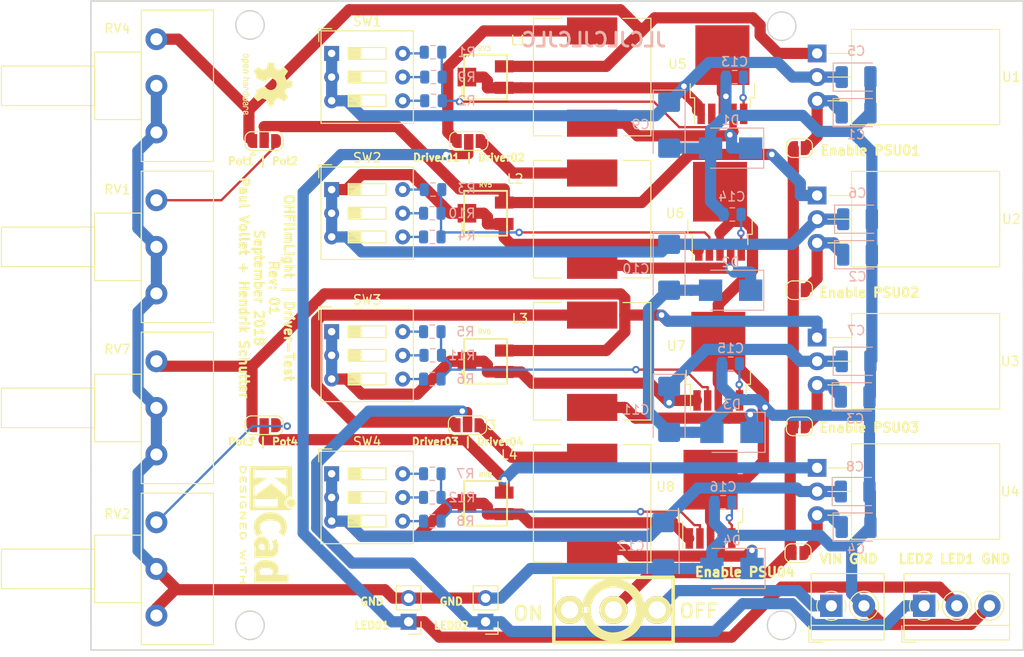
<source format=kicad_pcb>
(kicad_pcb (version 20171130) (host pcbnew 5.0.0)

  (general
    (thickness 1.6)
    (drawings 23)
    (tracks 482)
    (zones 0)
    (modules 71)
    (nets 48)
  )

  (page A4)
  (title_block
    (title TestDriver)
    (date 2018-09-23)
    (rev "Rev 1")
  )

  (layers
    (0 F.Cu signal)
    (31 B.Cu signal)
    (32 B.Adhes user)
    (33 F.Adhes user)
    (34 B.Paste user)
    (35 F.Paste user)
    (36 B.SilkS user)
    (37 F.SilkS user)
    (38 B.Mask user)
    (39 F.Mask user)
    (40 Dwgs.User user)
    (41 Cmts.User user)
    (42 Eco1.User user)
    (43 Eco2.User user)
    (44 Edge.Cuts user)
    (45 Margin user)
    (46 B.CrtYd user)
    (47 F.CrtYd user)
    (48 B.Fab user)
    (49 F.Fab user)
  )

  (setup
    (last_trace_width 0.25)
    (trace_clearance 0.2)
    (zone_clearance 0.508)
    (zone_45_only no)
    (trace_min 0.2)
    (segment_width 0.2)
    (edge_width 0.15)
    (via_size 0.8)
    (via_drill 0.4)
    (via_min_size 0.4)
    (via_min_drill 0.3)
    (uvia_size 0.3)
    (uvia_drill 0.1)
    (uvias_allowed no)
    (uvia_min_size 0.2)
    (uvia_min_drill 0.1)
    (pcb_text_width 0.3)
    (pcb_text_size 1.5 1.5)
    (mod_edge_width 0.15)
    (mod_text_size 1 1)
    (mod_text_width 0.15)
    (pad_size 1.524 1.524)
    (pad_drill 0.762)
    (pad_to_mask_clearance 0.2)
    (aux_axis_origin 0 0)
    (visible_elements FFFDF77F)
    (pcbplotparams
      (layerselection 0x010f0_ffffffff)
      (usegerberextensions false)
      (usegerberattributes true)
      (usegerberadvancedattributes false)
      (creategerberjobfile false)
      (excludeedgelayer true)
      (linewidth 0.100000)
      (plotframeref false)
      (viasonmask false)
      (mode 1)
      (useauxorigin true)
      (hpglpennumber 1)
      (hpglpenspeed 20)
      (hpglpendiameter 15.000000)
      (psnegative false)
      (psa4output false)
      (plotreference true)
      (plotvalue true)
      (plotinvisibletext false)
      (padsonsilk false)
      (subtractmaskfromsilk false)
      (outputformat 1)
      (mirror false)
      (drillshape 0)
      (scaleselection 1)
      (outputdirectory "Gerber/"))
  )

  (net 0 "")
  (net 1 GND)
  (net 2 "Net-(C1-Pad1)")
  (net 3 "Net-(C2-Pad1)")
  (net 4 "Net-(C3-Pad1)")
  (net 5 "Net-(C4-Pad1)")
  (net 6 VPSU01)
  (net 7 VPSU02)
  (net 8 VPSU03)
  (net 9 VPSU04)
  (net 10 "Net-(C13-Pad1)")
  (net 11 "Net-(C14-Pad1)")
  (net 12 "Net-(C15-Pad1)")
  (net 13 "Net-(C16-Pad1)")
  (net 14 "Net-(D1-Pad1)")
  (net 15 "Net-(D2-Pad1)")
  (net 16 "Net-(D3-Pad1)")
  (net 17 "Net-(D4-Pad1)")
  (net 18 LED01)
  (net 19 LED02)
  (net 20 "Net-(J4-Pad1)")
  (net 21 RawVoltage)
  (net 22 "Net-(JP5-Pad2)")
  (net 23 "Net-(JP5-Pad3)")
  (net 24 vari01)
  (net 25 vari02)
  (net 26 "Net-(JP6-Pad3)")
  (net 27 "Net-(JP6-Pad2)")
  (net 28 VDRIVER01)
  (net 29 VDRIVER02)
  (net 30 VDRIVER04)
  (net 31 VDRIVER03)
  (net 32 "Net-(R1-Pad2)")
  (net 33 "Net-(R1-Pad1)")
  (net 34 "Net-(R2-Pad1)")
  (net 35 "Net-(R3-Pad1)")
  (net 36 "Net-(R10-Pad2)")
  (net 37 "Net-(R4-Pad1)")
  (net 38 "Net-(R11-Pad2)")
  (net 39 "Net-(R5-Pad1)")
  (net 40 "Net-(R6-Pad1)")
  (net 41 "Net-(R12-Pad2)")
  (net 42 "Net-(R7-Pad1)")
  (net 43 "Net-(R8-Pad1)")
  (net 44 "Net-(R9-Pad1)")
  (net 45 "Net-(R10-Pad1)")
  (net 46 "Net-(R11-Pad1)")
  (net 47 "Net-(R12-Pad1)")

  (net_class Default "This is the default net class."
    (clearance 0.2)
    (trace_width 0.25)
    (via_dia 0.8)
    (via_drill 0.4)
    (uvia_dia 0.3)
    (uvia_drill 0.1)
    (add_net "Net-(C13-Pad1)")
    (add_net "Net-(C14-Pad1)")
    (add_net "Net-(C15-Pad1)")
    (add_net "Net-(C16-Pad1)")
    (add_net "Net-(JP5-Pad3)")
    (add_net "Net-(JP6-Pad3)")
    (add_net "Net-(R1-Pad1)")
    (add_net "Net-(R1-Pad2)")
    (add_net "Net-(R10-Pad1)")
    (add_net "Net-(R10-Pad2)")
    (add_net "Net-(R11-Pad1)")
    (add_net "Net-(R11-Pad2)")
    (add_net "Net-(R12-Pad1)")
    (add_net "Net-(R12-Pad2)")
    (add_net "Net-(R2-Pad1)")
    (add_net "Net-(R3-Pad1)")
    (add_net "Net-(R4-Pad1)")
    (add_net "Net-(R5-Pad1)")
    (add_net "Net-(R6-Pad1)")
    (add_net "Net-(R7-Pad1)")
    (add_net "Net-(R8-Pad1)")
    (add_net "Net-(R9-Pad1)")
  )

  (net_class Power ""
    (clearance 0.2)
    (trace_width 1.2)
    (via_dia 1)
    (via_drill 0.6)
    (uvia_dia 0.3)
    (uvia_drill 0.1)
    (add_net GND)
    (add_net LED01)
    (add_net LED02)
    (add_net "Net-(C1-Pad1)")
    (add_net "Net-(C2-Pad1)")
    (add_net "Net-(C3-Pad1)")
    (add_net "Net-(C4-Pad1)")
    (add_net "Net-(D1-Pad1)")
    (add_net "Net-(D2-Pad1)")
    (add_net "Net-(D3-Pad1)")
    (add_net "Net-(D4-Pad1)")
    (add_net "Net-(J4-Pad1)")
    (add_net "Net-(JP5-Pad2)")
    (add_net "Net-(JP6-Pad2)")
    (add_net RawVoltage)
    (add_net VDRIVER01)
    (add_net VDRIVER02)
    (add_net VDRIVER03)
    (add_net VDRIVER04)
    (add_net VPSU01)
    (add_net VPSU02)
    (add_net VPSU03)
    (add_net VPSU04)
    (add_net vari01)
    (add_net vari02)
  )

  (module TerminalBlock_4Ucon:TerminalBlock_4Ucon_1x02_P3.50mm_Horizontal (layer F.Cu) (tedit 5BA8FE0A) (tstamp 5BCC6185)
    (at 112.014 163.386)
    (descr "Terminal Block 4Ucon ItemNo. 19963, 2 pins, pitch 3.5mm, size 7.7x7mm^2, drill diamater 1.2mm, pad diameter 2.4mm, see http://www.4uconnector.com/online/object/4udrawing/19963.pdf, script-generated using https://github.com/pointhi/kicad-footprint-generator/scripts/TerminalBlock_4Ucon")
    (tags "THT Terminal Block 4Ucon ItemNo. 19963 pitch 3.5mm size 7.7x7mm^2 drill 1.2mm pad 2.4mm")
    (path /5BA8AAE5)
    (fp_text reference J4 (at 0 -2.286) (layer F.SilkS) hide
      (effects (font (size 1 1) (thickness 0.15)))
    )
    (fp_text value PowerIn (at 1.75 4.66) (layer F.Fab)
      (effects (font (size 1 1) (thickness 0.15)))
    )
    (fp_arc (start 0 0) (end 0 1.555) (angle -23) (layer F.SilkS) (width 0.12))
    (fp_arc (start 0 0) (end 1.432 0.608) (angle -46) (layer F.SilkS) (width 0.12))
    (fp_arc (start 0 0) (end 0.608 -1.432) (angle -46) (layer F.SilkS) (width 0.12))
    (fp_arc (start 0 0) (end -1.432 -0.608) (angle -46) (layer F.SilkS) (width 0.12))
    (fp_arc (start 0 0) (end -0.608 1.432) (angle -24) (layer F.SilkS) (width 0.12))
    (fp_circle (center 0 0) (end 1.375 0) (layer F.Fab) (width 0.1))
    (fp_circle (center 3.5 0) (end 4.875 0) (layer F.Fab) (width 0.1))
    (fp_circle (center 3.5 0) (end 5.055 0) (layer F.SilkS) (width 0.12))
    (fp_line (start -2.1 -3.4) (end 5.6 -3.4) (layer F.Fab) (width 0.1))
    (fp_line (start 5.6 -3.4) (end 5.6 3.6) (layer F.Fab) (width 0.1))
    (fp_line (start 5.6 3.6) (end -0.6 3.6) (layer F.Fab) (width 0.1))
    (fp_line (start -0.6 3.6) (end -2.1 2.1) (layer F.Fab) (width 0.1))
    (fp_line (start -2.1 2.1) (end -2.1 -3.4) (layer F.Fab) (width 0.1))
    (fp_line (start -2.1 2.1) (end 5.6 2.1) (layer F.Fab) (width 0.1))
    (fp_line (start -2.16 2.1) (end 5.66 2.1) (layer F.SilkS) (width 0.12))
    (fp_line (start -2.16 -3.46) (end 5.66 -3.46) (layer F.SilkS) (width 0.12))
    (fp_line (start -2.16 3.66) (end 5.66 3.66) (layer F.SilkS) (width 0.12))
    (fp_line (start -2.16 -3.46) (end -2.16 3.66) (layer F.SilkS) (width 0.12))
    (fp_line (start 5.66 -3.46) (end 5.66 3.66) (layer F.SilkS) (width 0.12))
    (fp_line (start -1.1 -0.069) (end -0.069 -0.069) (layer F.Fab) (width 0.1))
    (fp_line (start -0.069 -0.069) (end -0.069 -1.1) (layer F.Fab) (width 0.1))
    (fp_line (start -0.069 -1.1) (end 0.069 -1.1) (layer F.Fab) (width 0.1))
    (fp_line (start 0.069 -1.1) (end 0.069 -0.069) (layer F.Fab) (width 0.1))
    (fp_line (start 0.069 -0.069) (end 1.1 -0.069) (layer F.Fab) (width 0.1))
    (fp_line (start 1.1 -0.069) (end 1.1 0.069) (layer F.Fab) (width 0.1))
    (fp_line (start 1.1 0.069) (end 0.069 0.069) (layer F.Fab) (width 0.1))
    (fp_line (start 0.069 0.069) (end 0.069 1.1) (layer F.Fab) (width 0.1))
    (fp_line (start 0.069 1.1) (end -0.069 1.1) (layer F.Fab) (width 0.1))
    (fp_line (start -0.069 1.1) (end -0.069 0.069) (layer F.Fab) (width 0.1))
    (fp_line (start -0.069 0.069) (end -1.1 0.069) (layer F.Fab) (width 0.1))
    (fp_line (start -1.1 0.069) (end -1.1 -0.069) (layer F.Fab) (width 0.1))
    (fp_line (start 2.4 -0.069) (end 3.431 -0.069) (layer F.Fab) (width 0.1))
    (fp_line (start 3.431 -0.069) (end 3.431 -1.1) (layer F.Fab) (width 0.1))
    (fp_line (start 3.431 -1.1) (end 3.569 -1.1) (layer F.Fab) (width 0.1))
    (fp_line (start 3.569 -1.1) (end 3.569 -0.069) (layer F.Fab) (width 0.1))
    (fp_line (start 3.569 -0.069) (end 4.6 -0.069) (layer F.Fab) (width 0.1))
    (fp_line (start 4.6 -0.069) (end 4.6 0.069) (layer F.Fab) (width 0.1))
    (fp_line (start 4.6 0.069) (end 3.569 0.069) (layer F.Fab) (width 0.1))
    (fp_line (start 3.569 0.069) (end 3.569 1.1) (layer F.Fab) (width 0.1))
    (fp_line (start 3.569 1.1) (end 3.431 1.1) (layer F.Fab) (width 0.1))
    (fp_line (start 3.431 1.1) (end 3.431 0.069) (layer F.Fab) (width 0.1))
    (fp_line (start 3.431 0.069) (end 2.4 0.069) (layer F.Fab) (width 0.1))
    (fp_line (start 2.4 0.069) (end 2.4 -0.069) (layer F.Fab) (width 0.1))
    (fp_line (start -2.4 2.16) (end -2.4 3.9) (layer F.SilkS) (width 0.12))
    (fp_line (start -2.4 3.9) (end -0.9 3.9) (layer F.SilkS) (width 0.12))
    (fp_line (start -2.6 -3.9) (end -2.6 4.1) (layer F.CrtYd) (width 0.05))
    (fp_line (start -2.6 4.1) (end 6.1 4.1) (layer F.CrtYd) (width 0.05))
    (fp_line (start 6.1 4.1) (end 6.1 -3.9) (layer F.CrtYd) (width 0.05))
    (fp_line (start 6.1 -3.9) (end -2.6 -3.9) (layer F.CrtYd) (width 0.05))
    (fp_text user %R (at 1.75 2.9) (layer F.Fab)
      (effects (font (size 1 1) (thickness 0.15)))
    )
    (pad 1 thru_hole rect (at 0 0) (size 2.4 2.4) (drill 1.2) (layers *.Cu *.Mask)
      (net 20 "Net-(J4-Pad1)"))
    (pad 2 thru_hole circle (at 3.5 0) (size 2.4 2.4) (drill 1.2) (layers *.Cu *.Mask)
      (net 1 GND))
    (model ${KISYS3DMOD}/TerminalBlock_4Ucon.3dshapes/TerminalBlock_4Ucon_1x02_P3.50mm_Horizontal.wrl
      (at (xyz 0 0 0))
      (scale (xyz 1 1 1))
      (rotate (xyz 0 0 0))
    )
  )

  (module Capacitor_Tantalum_SMD:CP_EIA-3528-21_Kemet-B (layer B.Cu) (tedit 5B342532) (tstamp 5BCC9742)
    (at 114.668 110.49)
    (descr "Tantalum Capacitor SMD Kemet-B (3528-21 Metric), IPC_7351 nominal, (Body size from: http://www.kemet.com/Lists/ProductCatalog/Attachments/253/KEM_TC101_STD.pdf), generated with kicad-footprint-generator")
    (tags "capacitor tantalum")
    (path /5BA7EB69)
    (attr smd)
    (fp_text reference C1 (at 0 2.35) (layer B.SilkS)
      (effects (font (size 1 1) (thickness 0.15)) (justify mirror))
    )
    (fp_text value "22 µF" (at 0 -2.35) (layer B.Fab)
      (effects (font (size 1 1) (thickness 0.15)) (justify mirror))
    )
    (fp_text user %R (at 0 0) (layer B.Fab)
      (effects (font (size 0.88 0.88) (thickness 0.13)) (justify mirror))
    )
    (fp_line (start 2.45 -1.65) (end -2.45 -1.65) (layer B.CrtYd) (width 0.05))
    (fp_line (start 2.45 1.65) (end 2.45 -1.65) (layer B.CrtYd) (width 0.05))
    (fp_line (start -2.45 1.65) (end 2.45 1.65) (layer B.CrtYd) (width 0.05))
    (fp_line (start -2.45 -1.65) (end -2.45 1.65) (layer B.CrtYd) (width 0.05))
    (fp_line (start -2.46 -1.51) (end 1.75 -1.51) (layer B.SilkS) (width 0.12))
    (fp_line (start -2.46 1.51) (end -2.46 -1.51) (layer B.SilkS) (width 0.12))
    (fp_line (start 1.75 1.51) (end -2.46 1.51) (layer B.SilkS) (width 0.12))
    (fp_line (start 1.75 -1.4) (end 1.75 1.4) (layer B.Fab) (width 0.1))
    (fp_line (start -1.75 -1.4) (end 1.75 -1.4) (layer B.Fab) (width 0.1))
    (fp_line (start -1.75 0.7) (end -1.75 -1.4) (layer B.Fab) (width 0.1))
    (fp_line (start -1.05 1.4) (end -1.75 0.7) (layer B.Fab) (width 0.1))
    (fp_line (start 1.75 1.4) (end -1.05 1.4) (layer B.Fab) (width 0.1))
    (pad 2 smd roundrect (at 1.5375 0) (size 1.325 2.35) (layers B.Cu B.Paste B.Mask) (roundrect_rratio 0.188679)
      (net 1 GND))
    (pad 1 smd roundrect (at -1.5375 0) (size 1.325 2.35) (layers B.Cu B.Paste B.Mask) (roundrect_rratio 0.188679)
      (net 2 "Net-(C1-Pad1)"))
    (model ${KISYS3DMOD}/Capacitor_Tantalum_SMD.3dshapes/CP_EIA-3528-21_Kemet-B.wrl
      (at (xyz 0 0 0))
      (scale (xyz 1 1 1))
      (rotate (xyz 0 0 0))
    )
  )

  (module Capacitor_Tantalum_SMD:CP_EIA-3528-21_Kemet-B (layer B.Cu) (tedit 5B342532) (tstamp 5BCC5F78)
    (at 114.822 125.73)
    (descr "Tantalum Capacitor SMD Kemet-B (3528-21 Metric), IPC_7351 nominal, (Body size from: http://www.kemet.com/Lists/ProductCatalog/Attachments/253/KEM_TC101_STD.pdf), generated with kicad-footprint-generator")
    (tags "capacitor tantalum")
    (path /5BACB4ED)
    (attr smd)
    (fp_text reference C2 (at 0 2.35) (layer B.SilkS)
      (effects (font (size 1 1) (thickness 0.15)) (justify mirror))
    )
    (fp_text value "22 µF" (at 0 -2.35) (layer B.Fab)
      (effects (font (size 1 1) (thickness 0.15)) (justify mirror))
    )
    (fp_text user %R (at 0 0) (layer B.Fab)
      (effects (font (size 0.88 0.88) (thickness 0.13)) (justify mirror))
    )
    (fp_line (start 2.45 -1.65) (end -2.45 -1.65) (layer B.CrtYd) (width 0.05))
    (fp_line (start 2.45 1.65) (end 2.45 -1.65) (layer B.CrtYd) (width 0.05))
    (fp_line (start -2.45 1.65) (end 2.45 1.65) (layer B.CrtYd) (width 0.05))
    (fp_line (start -2.45 -1.65) (end -2.45 1.65) (layer B.CrtYd) (width 0.05))
    (fp_line (start -2.46 -1.51) (end 1.75 -1.51) (layer B.SilkS) (width 0.12))
    (fp_line (start -2.46 1.51) (end -2.46 -1.51) (layer B.SilkS) (width 0.12))
    (fp_line (start 1.75 1.51) (end -2.46 1.51) (layer B.SilkS) (width 0.12))
    (fp_line (start 1.75 -1.4) (end 1.75 1.4) (layer B.Fab) (width 0.1))
    (fp_line (start -1.75 -1.4) (end 1.75 -1.4) (layer B.Fab) (width 0.1))
    (fp_line (start -1.75 0.7) (end -1.75 -1.4) (layer B.Fab) (width 0.1))
    (fp_line (start -1.05 1.4) (end -1.75 0.7) (layer B.Fab) (width 0.1))
    (fp_line (start 1.75 1.4) (end -1.05 1.4) (layer B.Fab) (width 0.1))
    (pad 2 smd roundrect (at 1.5375 0) (size 1.325 2.35) (layers B.Cu B.Paste B.Mask) (roundrect_rratio 0.188679)
      (net 1 GND))
    (pad 1 smd roundrect (at -1.5375 0) (size 1.325 2.35) (layers B.Cu B.Paste B.Mask) (roundrect_rratio 0.188679)
      (net 3 "Net-(C2-Pad1)"))
    (model ${KISYS3DMOD}/Capacitor_Tantalum_SMD.3dshapes/CP_EIA-3528-21_Kemet-B.wrl
      (at (xyz 0 0 0))
      (scale (xyz 1 1 1))
      (rotate (xyz 0 0 0))
    )
  )

  (module Capacitor_Tantalum_SMD:CP_EIA-3528-21_Kemet-B (layer B.Cu) (tedit 5B342532) (tstamp 5BCC5F8B)
    (at 114.568 140.97)
    (descr "Tantalum Capacitor SMD Kemet-B (3528-21 Metric), IPC_7351 nominal, (Body size from: http://www.kemet.com/Lists/ProductCatalog/Attachments/253/KEM_TC101_STD.pdf), generated with kicad-footprint-generator")
    (tags "capacitor tantalum")
    (path /5BACFBB5)
    (attr smd)
    (fp_text reference C3 (at 0 2.35) (layer B.SilkS)
      (effects (font (size 1 1) (thickness 0.15)) (justify mirror))
    )
    (fp_text value "22 µF" (at 0 -2.35) (layer B.Fab)
      (effects (font (size 1 1) (thickness 0.15)) (justify mirror))
    )
    (fp_text user %R (at 0 0) (layer B.Fab)
      (effects (font (size 0.88 0.88) (thickness 0.13)) (justify mirror))
    )
    (fp_line (start 2.45 -1.65) (end -2.45 -1.65) (layer B.CrtYd) (width 0.05))
    (fp_line (start 2.45 1.65) (end 2.45 -1.65) (layer B.CrtYd) (width 0.05))
    (fp_line (start -2.45 1.65) (end 2.45 1.65) (layer B.CrtYd) (width 0.05))
    (fp_line (start -2.45 -1.65) (end -2.45 1.65) (layer B.CrtYd) (width 0.05))
    (fp_line (start -2.46 -1.51) (end 1.75 -1.51) (layer B.SilkS) (width 0.12))
    (fp_line (start -2.46 1.51) (end -2.46 -1.51) (layer B.SilkS) (width 0.12))
    (fp_line (start 1.75 1.51) (end -2.46 1.51) (layer B.SilkS) (width 0.12))
    (fp_line (start 1.75 -1.4) (end 1.75 1.4) (layer B.Fab) (width 0.1))
    (fp_line (start -1.75 -1.4) (end 1.75 -1.4) (layer B.Fab) (width 0.1))
    (fp_line (start -1.75 0.7) (end -1.75 -1.4) (layer B.Fab) (width 0.1))
    (fp_line (start -1.05 1.4) (end -1.75 0.7) (layer B.Fab) (width 0.1))
    (fp_line (start 1.75 1.4) (end -1.05 1.4) (layer B.Fab) (width 0.1))
    (pad 2 smd roundrect (at 1.5375 0) (size 1.325 2.35) (layers B.Cu B.Paste B.Mask) (roundrect_rratio 0.188679)
      (net 1 GND))
    (pad 1 smd roundrect (at -1.5375 0) (size 1.325 2.35) (layers B.Cu B.Paste B.Mask) (roundrect_rratio 0.188679)
      (net 4 "Net-(C3-Pad1)"))
    (model ${KISYS3DMOD}/Capacitor_Tantalum_SMD.3dshapes/CP_EIA-3528-21_Kemet-B.wrl
      (at (xyz 0 0 0))
      (scale (xyz 1 1 1))
      (rotate (xyz 0 0 0))
    )
  )

  (module Capacitor_Tantalum_SMD:CP_EIA-3528-21_Kemet-B (layer B.Cu) (tedit 5B342532) (tstamp 5BCC5F9E)
    (at 114.668 154.94)
    (descr "Tantalum Capacitor SMD Kemet-B (3528-21 Metric), IPC_7351 nominal, (Body size from: http://www.kemet.com/Lists/ProductCatalog/Attachments/253/KEM_TC101_STD.pdf), generated with kicad-footprint-generator")
    (tags "capacitor tantalum")
    (path /5BACFC68)
    (attr smd)
    (fp_text reference C4 (at 0 2.35) (layer B.SilkS)
      (effects (font (size 1 1) (thickness 0.15)) (justify mirror))
    )
    (fp_text value "22 µF" (at 0 -2.35) (layer B.Fab)
      (effects (font (size 1 1) (thickness 0.15)) (justify mirror))
    )
    (fp_text user %R (at 0 0) (layer B.Fab)
      (effects (font (size 0.88 0.88) (thickness 0.13)) (justify mirror))
    )
    (fp_line (start 2.45 -1.65) (end -2.45 -1.65) (layer B.CrtYd) (width 0.05))
    (fp_line (start 2.45 1.65) (end 2.45 -1.65) (layer B.CrtYd) (width 0.05))
    (fp_line (start -2.45 1.65) (end 2.45 1.65) (layer B.CrtYd) (width 0.05))
    (fp_line (start -2.45 -1.65) (end -2.45 1.65) (layer B.CrtYd) (width 0.05))
    (fp_line (start -2.46 -1.51) (end 1.75 -1.51) (layer B.SilkS) (width 0.12))
    (fp_line (start -2.46 1.51) (end -2.46 -1.51) (layer B.SilkS) (width 0.12))
    (fp_line (start 1.75 1.51) (end -2.46 1.51) (layer B.SilkS) (width 0.12))
    (fp_line (start 1.75 -1.4) (end 1.75 1.4) (layer B.Fab) (width 0.1))
    (fp_line (start -1.75 -1.4) (end 1.75 -1.4) (layer B.Fab) (width 0.1))
    (fp_line (start -1.75 0.7) (end -1.75 -1.4) (layer B.Fab) (width 0.1))
    (fp_line (start -1.05 1.4) (end -1.75 0.7) (layer B.Fab) (width 0.1))
    (fp_line (start 1.75 1.4) (end -1.05 1.4) (layer B.Fab) (width 0.1))
    (pad 2 smd roundrect (at 1.5375 0) (size 1.325 2.35) (layers B.Cu B.Paste B.Mask) (roundrect_rratio 0.188679)
      (net 1 GND))
    (pad 1 smd roundrect (at -1.5375 0) (size 1.325 2.35) (layers B.Cu B.Paste B.Mask) (roundrect_rratio 0.188679)
      (net 5 "Net-(C4-Pad1)"))
    (model ${KISYS3DMOD}/Capacitor_Tantalum_SMD.3dshapes/CP_EIA-3528-21_Kemet-B.wrl
      (at (xyz 0 0 0))
      (scale (xyz 1 1 1))
      (rotate (xyz 0 0 0))
    )
  )

  (module Capacitor_Tantalum_SMD:CP_EIA-3528-21_Kemet-B (layer B.Cu) (tedit 5B342532) (tstamp 5BCC5FB1)
    (at 114.668 106.68)
    (descr "Tantalum Capacitor SMD Kemet-B (3528-21 Metric), IPC_7351 nominal, (Body size from: http://www.kemet.com/Lists/ProductCatalog/Attachments/253/KEM_TC101_STD.pdf), generated with kicad-footprint-generator")
    (tags "capacitor tantalum")
    (path /5BA7EC87)
    (attr smd)
    (fp_text reference C5 (at 0.013 -2.794) (layer B.SilkS)
      (effects (font (size 1 1) (thickness 0.15)) (justify mirror))
    )
    (fp_text value "22 µF" (at 0 -2.35) (layer B.Fab)
      (effects (font (size 1 1) (thickness 0.15)) (justify mirror))
    )
    (fp_line (start 1.75 1.4) (end -1.05 1.4) (layer B.Fab) (width 0.1))
    (fp_line (start -1.05 1.4) (end -1.75 0.7) (layer B.Fab) (width 0.1))
    (fp_line (start -1.75 0.7) (end -1.75 -1.4) (layer B.Fab) (width 0.1))
    (fp_line (start -1.75 -1.4) (end 1.75 -1.4) (layer B.Fab) (width 0.1))
    (fp_line (start 1.75 -1.4) (end 1.75 1.4) (layer B.Fab) (width 0.1))
    (fp_line (start 1.75 1.51) (end -2.46 1.51) (layer B.SilkS) (width 0.12))
    (fp_line (start -2.46 1.51) (end -2.46 -1.51) (layer B.SilkS) (width 0.12))
    (fp_line (start -2.46 -1.51) (end 1.75 -1.51) (layer B.SilkS) (width 0.12))
    (fp_line (start -2.45 -1.65) (end -2.45 1.65) (layer B.CrtYd) (width 0.05))
    (fp_line (start -2.45 1.65) (end 2.45 1.65) (layer B.CrtYd) (width 0.05))
    (fp_line (start 2.45 1.65) (end 2.45 -1.65) (layer B.CrtYd) (width 0.05))
    (fp_line (start 2.45 -1.65) (end -2.45 -1.65) (layer B.CrtYd) (width 0.05))
    (fp_text user %R (at 0 0) (layer B.Fab)
      (effects (font (size 0.88 0.88) (thickness 0.13)) (justify mirror))
    )
    (pad 1 smd roundrect (at -1.5375 0) (size 1.325 2.35) (layers B.Cu B.Paste B.Mask) (roundrect_rratio 0.188679)
      (net 6 VPSU01))
    (pad 2 smd roundrect (at 1.5375 0) (size 1.325 2.35) (layers B.Cu B.Paste B.Mask) (roundrect_rratio 0.188679)
      (net 1 GND))
    (model ${KISYS3DMOD}/Capacitor_Tantalum_SMD.3dshapes/CP_EIA-3528-21_Kemet-B.wrl
      (at (xyz 0 0 0))
      (scale (xyz 1 1 1))
      (rotate (xyz 0 0 0))
    )
  )

  (module Capacitor_Tantalum_SMD:CP_EIA-3528-21_Kemet-B (layer B.Cu) (tedit 5B342532) (tstamp 5BCC5FC4)
    (at 114.822 121.92)
    (descr "Tantalum Capacitor SMD Kemet-B (3528-21 Metric), IPC_7351 nominal, (Body size from: http://www.kemet.com/Lists/ProductCatalog/Attachments/253/KEM_TC101_STD.pdf), generated with kicad-footprint-generator")
    (tags "capacitor tantalum")
    (path /5BACB4F3)
    (attr smd)
    (fp_text reference C6 (at -0.014 -2.794) (layer B.SilkS)
      (effects (font (size 1 1) (thickness 0.15)) (justify mirror))
    )
    (fp_text value "22 µF" (at 0 -2.35) (layer B.Fab)
      (effects (font (size 1 1) (thickness 0.15)) (justify mirror))
    )
    (fp_line (start 1.75 1.4) (end -1.05 1.4) (layer B.Fab) (width 0.1))
    (fp_line (start -1.05 1.4) (end -1.75 0.7) (layer B.Fab) (width 0.1))
    (fp_line (start -1.75 0.7) (end -1.75 -1.4) (layer B.Fab) (width 0.1))
    (fp_line (start -1.75 -1.4) (end 1.75 -1.4) (layer B.Fab) (width 0.1))
    (fp_line (start 1.75 -1.4) (end 1.75 1.4) (layer B.Fab) (width 0.1))
    (fp_line (start 1.75 1.51) (end -2.46 1.51) (layer B.SilkS) (width 0.12))
    (fp_line (start -2.46 1.51) (end -2.46 -1.51) (layer B.SilkS) (width 0.12))
    (fp_line (start -2.46 -1.51) (end 1.75 -1.51) (layer B.SilkS) (width 0.12))
    (fp_line (start -2.45 -1.65) (end -2.45 1.65) (layer B.CrtYd) (width 0.05))
    (fp_line (start -2.45 1.65) (end 2.45 1.65) (layer B.CrtYd) (width 0.05))
    (fp_line (start 2.45 1.65) (end 2.45 -1.65) (layer B.CrtYd) (width 0.05))
    (fp_line (start 2.45 -1.65) (end -2.45 -1.65) (layer B.CrtYd) (width 0.05))
    (fp_text user %R (at 0 0) (layer B.Fab)
      (effects (font (size 0.88 0.88) (thickness 0.13)) (justify mirror))
    )
    (pad 1 smd roundrect (at -1.5375 0) (size 1.325 2.35) (layers B.Cu B.Paste B.Mask) (roundrect_rratio 0.188679)
      (net 7 VPSU02))
    (pad 2 smd roundrect (at 1.5375 0) (size 1.325 2.35) (layers B.Cu B.Paste B.Mask) (roundrect_rratio 0.188679)
      (net 1 GND))
    (model ${KISYS3DMOD}/Capacitor_Tantalum_SMD.3dshapes/CP_EIA-3528-21_Kemet-B.wrl
      (at (xyz 0 0 0))
      (scale (xyz 1 1 1))
      (rotate (xyz 0 0 0))
    )
  )

  (module Capacitor_Tantalum_SMD:CP_EIA-3528-21_Kemet-B (layer B.Cu) (tedit 5B342532) (tstamp 5BCC5FD7)
    (at 114.668 137.16)
    (descr "Tantalum Capacitor SMD Kemet-B (3528-21 Metric), IPC_7351 nominal, (Body size from: http://www.kemet.com/Lists/ProductCatalog/Attachments/253/KEM_TC101_STD.pdf), generated with kicad-footprint-generator")
    (tags "capacitor tantalum")
    (path /5BACFBBB)
    (attr smd)
    (fp_text reference C7 (at 0.013 -3.302) (layer B.SilkS)
      (effects (font (size 1 1) (thickness 0.15)) (justify mirror))
    )
    (fp_text value "22 µF" (at 0 -2.35) (layer B.Fab)
      (effects (font (size 1 1) (thickness 0.15)) (justify mirror))
    )
    (fp_line (start 1.75 1.4) (end -1.05 1.4) (layer B.Fab) (width 0.1))
    (fp_line (start -1.05 1.4) (end -1.75 0.7) (layer B.Fab) (width 0.1))
    (fp_line (start -1.75 0.7) (end -1.75 -1.4) (layer B.Fab) (width 0.1))
    (fp_line (start -1.75 -1.4) (end 1.75 -1.4) (layer B.Fab) (width 0.1))
    (fp_line (start 1.75 -1.4) (end 1.75 1.4) (layer B.Fab) (width 0.1))
    (fp_line (start 1.75 1.51) (end -2.46 1.51) (layer B.SilkS) (width 0.12))
    (fp_line (start -2.46 1.51) (end -2.46 -1.51) (layer B.SilkS) (width 0.12))
    (fp_line (start -2.46 -1.51) (end 1.75 -1.51) (layer B.SilkS) (width 0.12))
    (fp_line (start -2.45 -1.65) (end -2.45 1.65) (layer B.CrtYd) (width 0.05))
    (fp_line (start -2.45 1.65) (end 2.45 1.65) (layer B.CrtYd) (width 0.05))
    (fp_line (start 2.45 1.65) (end 2.45 -1.65) (layer B.CrtYd) (width 0.05))
    (fp_line (start 2.45 -1.65) (end -2.45 -1.65) (layer B.CrtYd) (width 0.05))
    (fp_text user %R (at 0 0) (layer B.Fab)
      (effects (font (size 0.88 0.88) (thickness 0.13)) (justify mirror))
    )
    (pad 1 smd roundrect (at -1.5375 0) (size 1.325 2.35) (layers B.Cu B.Paste B.Mask) (roundrect_rratio 0.188679)
      (net 8 VPSU03))
    (pad 2 smd roundrect (at 1.5375 0) (size 1.325 2.35) (layers B.Cu B.Paste B.Mask) (roundrect_rratio 0.188679)
      (net 1 GND))
    (model ${KISYS3DMOD}/Capacitor_Tantalum_SMD.3dshapes/CP_EIA-3528-21_Kemet-B.wrl
      (at (xyz 0 0 0))
      (scale (xyz 1 1 1))
      (rotate (xyz 0 0 0))
    )
  )

  (module Capacitor_Tantalum_SMD:CP_EIA-3528-21_Kemet-B (layer B.Cu) (tedit 5B342532) (tstamp 5BCC9709)
    (at 114.568 151.13)
    (descr "Tantalum Capacitor SMD Kemet-B (3528-21 Metric), IPC_7351 nominal, (Body size from: http://www.kemet.com/Lists/ProductCatalog/Attachments/253/KEM_TC101_STD.pdf), generated with kicad-footprint-generator")
    (tags "capacitor tantalum")
    (path /5BACFC6E)
    (attr smd)
    (fp_text reference C8 (at -0.014 -2.667) (layer B.SilkS)
      (effects (font (size 1 1) (thickness 0.15)) (justify mirror))
    )
    (fp_text value "22 µF" (at 0 -2.35) (layer B.Fab)
      (effects (font (size 1 1) (thickness 0.15)) (justify mirror))
    )
    (fp_line (start 1.75 1.4) (end -1.05 1.4) (layer B.Fab) (width 0.1))
    (fp_line (start -1.05 1.4) (end -1.75 0.7) (layer B.Fab) (width 0.1))
    (fp_line (start -1.75 0.7) (end -1.75 -1.4) (layer B.Fab) (width 0.1))
    (fp_line (start -1.75 -1.4) (end 1.75 -1.4) (layer B.Fab) (width 0.1))
    (fp_line (start 1.75 -1.4) (end 1.75 1.4) (layer B.Fab) (width 0.1))
    (fp_line (start 1.75 1.51) (end -2.46 1.51) (layer B.SilkS) (width 0.12))
    (fp_line (start -2.46 1.51) (end -2.46 -1.51) (layer B.SilkS) (width 0.12))
    (fp_line (start -2.46 -1.51) (end 1.75 -1.51) (layer B.SilkS) (width 0.12))
    (fp_line (start -2.45 -1.65) (end -2.45 1.65) (layer B.CrtYd) (width 0.05))
    (fp_line (start -2.45 1.65) (end 2.45 1.65) (layer B.CrtYd) (width 0.05))
    (fp_line (start 2.45 1.65) (end 2.45 -1.65) (layer B.CrtYd) (width 0.05))
    (fp_line (start 2.45 -1.65) (end -2.45 -1.65) (layer B.CrtYd) (width 0.05))
    (fp_text user %R (at 0 0) (layer B.Fab)
      (effects (font (size 0.88 0.88) (thickness 0.13)) (justify mirror))
    )
    (pad 1 smd roundrect (at -1.5375 0) (size 1.325 2.35) (layers B.Cu B.Paste B.Mask) (roundrect_rratio 0.188679)
      (net 9 VPSU04))
    (pad 2 smd roundrect (at 1.5375 0) (size 1.325 2.35) (layers B.Cu B.Paste B.Mask) (roundrect_rratio 0.188679)
      (net 1 GND))
    (model ${KISYS3DMOD}/Capacitor_Tantalum_SMD.3dshapes/CP_EIA-3528-21_Kemet-B.wrl
      (at (xyz 0 0 0))
      (scale (xyz 1 1 1))
      (rotate (xyz 0 0 0))
    )
  )

  (module Capacitor_Tantalum_SMD:CP_EIA-6032-28_Kemet-C (layer B.Cu) (tedit 5B301BBE) (tstamp 5BCC5FFD)
    (at 94.615 111.838 270)
    (descr "Tantalum Capacitor SMD Kemet-C (6032-28 Metric), IPC_7351 nominal, (Body size from: http://www.kemet.com/Lists/ProductCatalog/Attachments/253/KEM_TC101_STD.pdf), generated with kicad-footprint-generator")
    (tags "capacitor tantalum")
    (path /5BA7A30D)
    (attr smd)
    (fp_text reference C9 (at -0.078 3.048) (layer B.SilkS)
      (effects (font (size 1 1) (thickness 0.15)) (justify mirror))
    )
    (fp_text value "47 µF 16V" (at 0 -2.55 270) (layer B.Fab)
      (effects (font (size 1 1) (thickness 0.15)) (justify mirror))
    )
    (fp_line (start 3 1.6) (end -2.2 1.6) (layer B.Fab) (width 0.1))
    (fp_line (start -2.2 1.6) (end -3 0.8) (layer B.Fab) (width 0.1))
    (fp_line (start -3 0.8) (end -3 -1.6) (layer B.Fab) (width 0.1))
    (fp_line (start -3 -1.6) (end 3 -1.6) (layer B.Fab) (width 0.1))
    (fp_line (start 3 -1.6) (end 3 1.6) (layer B.Fab) (width 0.1))
    (fp_line (start 3 1.71) (end -3.76 1.71) (layer B.SilkS) (width 0.12))
    (fp_line (start -3.76 1.71) (end -3.76 -1.71) (layer B.SilkS) (width 0.12))
    (fp_line (start -3.76 -1.71) (end 3 -1.71) (layer B.SilkS) (width 0.12))
    (fp_line (start -3.75 -1.85) (end -3.75 1.85) (layer B.CrtYd) (width 0.05))
    (fp_line (start -3.75 1.85) (end 3.75 1.85) (layer B.CrtYd) (width 0.05))
    (fp_line (start 3.75 1.85) (end 3.75 -1.85) (layer B.CrtYd) (width 0.05))
    (fp_line (start 3.75 -1.85) (end -3.75 -1.85) (layer B.CrtYd) (width 0.05))
    (fp_text user %R (at 0 0 270) (layer B.Fab)
      (effects (font (size 1 1) (thickness 0.15)) (justify mirror))
    )
    (pad 1 smd roundrect (at -2.4625 0 270) (size 2.075 2.35) (layers B.Cu B.Paste B.Mask) (roundrect_rratio 0.120482)
      (net 6 VPSU01))
    (pad 2 smd roundrect (at 2.4625 0 270) (size 2.075 2.35) (layers B.Cu B.Paste B.Mask) (roundrect_rratio 0.120482)
      (net 1 GND))
    (model ${KISYS3DMOD}/Capacitor_Tantalum_SMD.3dshapes/CP_EIA-6032-28_Kemet-C.wrl
      (at (xyz 0 0 0))
      (scale (xyz 1 1 1))
      (rotate (xyz 0 0 0))
    )
  )

  (module Capacitor_Tantalum_SMD:CP_EIA-6032-28_Kemet-C (layer B.Cu) (tedit 5B301BBE) (tstamp 5BCC6010)
    (at 94.615 127.078 270)
    (descr "Tantalum Capacitor SMD Kemet-C (6032-28 Metric), IPC_7351 nominal, (Body size from: http://www.kemet.com/Lists/ProductCatalog/Attachments/253/KEM_TC101_STD.pdf), generated with kicad-footprint-generator")
    (tags "capacitor tantalum")
    (path /5BACB4B7)
    (attr smd)
    (fp_text reference C10 (at 0.176 3.556) (layer B.SilkS)
      (effects (font (size 1 1) (thickness 0.15)) (justify mirror))
    )
    (fp_text value "47 µF 16V" (at 0 -2.55 270) (layer B.Fab)
      (effects (font (size 1 1) (thickness 0.15)) (justify mirror))
    )
    (fp_text user %R (at -0.30988 0.1016 270) (layer B.Fab)
      (effects (font (size 1 1) (thickness 0.15)) (justify mirror))
    )
    (fp_line (start 3.75 -1.85) (end -3.75 -1.85) (layer B.CrtYd) (width 0.05))
    (fp_line (start 3.75 1.85) (end 3.75 -1.85) (layer B.CrtYd) (width 0.05))
    (fp_line (start -3.75 1.85) (end 3.75 1.85) (layer B.CrtYd) (width 0.05))
    (fp_line (start -3.75 -1.85) (end -3.75 1.85) (layer B.CrtYd) (width 0.05))
    (fp_line (start -3.76 -1.71) (end 3 -1.71) (layer B.SilkS) (width 0.12))
    (fp_line (start -3.76 1.71) (end -3.76 -1.71) (layer B.SilkS) (width 0.12))
    (fp_line (start 3 1.71) (end -3.76 1.71) (layer B.SilkS) (width 0.12))
    (fp_line (start 3 -1.6) (end 3 1.6) (layer B.Fab) (width 0.1))
    (fp_line (start -3 -1.6) (end 3 -1.6) (layer B.Fab) (width 0.1))
    (fp_line (start -3 0.8) (end -3 -1.6) (layer B.Fab) (width 0.1))
    (fp_line (start -2.2 1.6) (end -3 0.8) (layer B.Fab) (width 0.1))
    (fp_line (start 3 1.6) (end -2.2 1.6) (layer B.Fab) (width 0.1))
    (pad 2 smd roundrect (at 2.4625 0 270) (size 2.075 2.35) (layers B.Cu B.Paste B.Mask) (roundrect_rratio 0.120482)
      (net 1 GND))
    (pad 1 smd roundrect (at -2.4625 0 270) (size 2.075 2.35) (layers B.Cu B.Paste B.Mask) (roundrect_rratio 0.120482)
      (net 7 VPSU02))
    (model ${KISYS3DMOD}/Capacitor_Tantalum_SMD.3dshapes/CP_EIA-6032-28_Kemet-C.wrl
      (at (xyz 0 0 0))
      (scale (xyz 1 1 1))
      (rotate (xyz 0 0 0))
    )
  )

  (module Capacitor_Tantalum_SMD:CP_EIA-6032-28_Kemet-C (layer B.Cu) (tedit 5B301BBE) (tstamp 5BCC6023)
    (at 94.615 142.318 270)
    (descr "Tantalum Capacitor SMD Kemet-C (6032-28 Metric), IPC_7351 nominal, (Body size from: http://www.kemet.com/Lists/ProductCatalog/Attachments/253/KEM_TC101_STD.pdf), generated with kicad-footprint-generator")
    (tags "capacitor tantalum")
    (path /5BACFB7F)
    (attr smd)
    (fp_text reference C11 (at 0.049 3.556) (layer B.SilkS)
      (effects (font (size 1 1) (thickness 0.15)) (justify mirror))
    )
    (fp_text value "47 µF 16V" (at 0 -2.55 270) (layer B.Fab)
      (effects (font (size 1 1) (thickness 0.15)) (justify mirror))
    )
    (fp_text user %R (at 0 0 270) (layer B.Fab)
      (effects (font (size 1 1) (thickness 0.15)) (justify mirror))
    )
    (fp_line (start 3.75 -1.85) (end -3.75 -1.85) (layer B.CrtYd) (width 0.05))
    (fp_line (start 3.75 1.85) (end 3.75 -1.85) (layer B.CrtYd) (width 0.05))
    (fp_line (start -3.75 1.85) (end 3.75 1.85) (layer B.CrtYd) (width 0.05))
    (fp_line (start -3.75 -1.85) (end -3.75 1.85) (layer B.CrtYd) (width 0.05))
    (fp_line (start -3.76 -1.71) (end 3 -1.71) (layer B.SilkS) (width 0.12))
    (fp_line (start -3.76 1.71) (end -3.76 -1.71) (layer B.SilkS) (width 0.12))
    (fp_line (start 3 1.71) (end -3.76 1.71) (layer B.SilkS) (width 0.12))
    (fp_line (start 3 -1.6) (end 3 1.6) (layer B.Fab) (width 0.1))
    (fp_line (start -3 -1.6) (end 3 -1.6) (layer B.Fab) (width 0.1))
    (fp_line (start -3 0.8) (end -3 -1.6) (layer B.Fab) (width 0.1))
    (fp_line (start -2.2 1.6) (end -3 0.8) (layer B.Fab) (width 0.1))
    (fp_line (start 3 1.6) (end -2.2 1.6) (layer B.Fab) (width 0.1))
    (pad 2 smd roundrect (at 2.4625 0 270) (size 2.075 2.35) (layers B.Cu B.Paste B.Mask) (roundrect_rratio 0.120482)
      (net 1 GND))
    (pad 1 smd roundrect (at -2.4625 0 270) (size 2.075 2.35) (layers B.Cu B.Paste B.Mask) (roundrect_rratio 0.120482)
      (net 8 VPSU03))
    (model ${KISYS3DMOD}/Capacitor_Tantalum_SMD.3dshapes/CP_EIA-6032-28_Kemet-C.wrl
      (at (xyz 0 0 0))
      (scale (xyz 1 1 1))
      (rotate (xyz 0 0 0))
    )
  )

  (module Capacitor_Tantalum_SMD:CP_EIA-6032-28_Kemet-C (layer B.Cu) (tedit 5B301BBE) (tstamp 5BCC6036)
    (at 93.98 156.922 270)
    (descr "Tantalum Capacitor SMD Kemet-C (6032-28 Metric), IPC_7351 nominal, (Body size from: http://www.kemet.com/Lists/ProductCatalog/Attachments/253/KEM_TC101_STD.pdf), generated with kicad-footprint-generator")
    (tags "capacitor tantalum")
    (path /5BACFC32)
    (attr smd)
    (fp_text reference C12 (at 0.05 3.429) (layer B.SilkS)
      (effects (font (size 1 1) (thickness 0.15)) (justify mirror))
    )
    (fp_text value "47 µF 16V" (at 0 -2.55 270) (layer B.Fab)
      (effects (font (size 1 1) (thickness 0.15)) (justify mirror))
    )
    (fp_line (start 3 1.6) (end -2.2 1.6) (layer B.Fab) (width 0.1))
    (fp_line (start -2.2 1.6) (end -3 0.8) (layer B.Fab) (width 0.1))
    (fp_line (start -3 0.8) (end -3 -1.6) (layer B.Fab) (width 0.1))
    (fp_line (start -3 -1.6) (end 3 -1.6) (layer B.Fab) (width 0.1))
    (fp_line (start 3 -1.6) (end 3 1.6) (layer B.Fab) (width 0.1))
    (fp_line (start 3 1.71) (end -3.76 1.71) (layer B.SilkS) (width 0.12))
    (fp_line (start -3.76 1.71) (end -3.76 -1.71) (layer B.SilkS) (width 0.12))
    (fp_line (start -3.76 -1.71) (end 3 -1.71) (layer B.SilkS) (width 0.12))
    (fp_line (start -3.75 -1.85) (end -3.75 1.85) (layer B.CrtYd) (width 0.05))
    (fp_line (start -3.75 1.85) (end 3.75 1.85) (layer B.CrtYd) (width 0.05))
    (fp_line (start 3.75 1.85) (end 3.75 -1.85) (layer B.CrtYd) (width 0.05))
    (fp_line (start 3.75 -1.85) (end -3.75 -1.85) (layer B.CrtYd) (width 0.05))
    (fp_text user %R (at 0 0 270) (layer B.Fab)
      (effects (font (size 1 1) (thickness 0.15)) (justify mirror))
    )
    (pad 1 smd roundrect (at -2.4625 0 270) (size 2.075 2.35) (layers B.Cu B.Paste B.Mask) (roundrect_rratio 0.120482)
      (net 9 VPSU04))
    (pad 2 smd roundrect (at 2.4625 0 270) (size 2.075 2.35) (layers B.Cu B.Paste B.Mask) (roundrect_rratio 0.120482)
      (net 1 GND))
    (model ${KISYS3DMOD}/Capacitor_Tantalum_SMD.3dshapes/CP_EIA-6032-28_Kemet-C.wrl
      (at (xyz 0 0 0))
      (scale (xyz 1 1 1))
      (rotate (xyz 0 0 0))
    )
  )

  (module Capacitor_SMD:C_0805_2012Metric (layer B.Cu) (tedit 5B36C52B) (tstamp 5BCC6047)
    (at 101.648 106.68 180)
    (descr "Capacitor SMD 0805 (2012 Metric), square (rectangular) end terminal, IPC_7351 nominal, (Body size source: https://docs.google.com/spreadsheets/d/1BsfQQcO9C6DZCsRaXUlFlo91Tg2WpOkGARC1WS5S8t0/edit?usp=sharing), generated with kicad-footprint-generator")
    (tags capacitor)
    (path /5BA7A4B2)
    (attr smd)
    (fp_text reference C13 (at 0 1.65 180) (layer B.SilkS)
      (effects (font (size 1 1) (thickness 0.15)) (justify mirror))
    )
    (fp_text value "750 pF" (at 0 -1.65 180) (layer B.Fab)
      (effects (font (size 1 1) (thickness 0.15)) (justify mirror))
    )
    (fp_text user %R (at 0 0 180) (layer B.Fab)
      (effects (font (size 0.5 0.5) (thickness 0.08)) (justify mirror))
    )
    (fp_line (start 1.68 -0.95) (end -1.68 -0.95) (layer B.CrtYd) (width 0.05))
    (fp_line (start 1.68 0.95) (end 1.68 -0.95) (layer B.CrtYd) (width 0.05))
    (fp_line (start -1.68 0.95) (end 1.68 0.95) (layer B.CrtYd) (width 0.05))
    (fp_line (start -1.68 -0.95) (end -1.68 0.95) (layer B.CrtYd) (width 0.05))
    (fp_line (start -0.258578 -0.71) (end 0.258578 -0.71) (layer B.SilkS) (width 0.12))
    (fp_line (start -0.258578 0.71) (end 0.258578 0.71) (layer B.SilkS) (width 0.12))
    (fp_line (start 1 -0.6) (end -1 -0.6) (layer B.Fab) (width 0.1))
    (fp_line (start 1 0.6) (end 1 -0.6) (layer B.Fab) (width 0.1))
    (fp_line (start -1 0.6) (end 1 0.6) (layer B.Fab) (width 0.1))
    (fp_line (start -1 -0.6) (end -1 0.6) (layer B.Fab) (width 0.1))
    (pad 2 smd roundrect (at 0.9375 0 180) (size 0.975 1.4) (layers B.Cu B.Paste B.Mask) (roundrect_rratio 0.25)
      (net 1 GND))
    (pad 1 smd roundrect (at -0.9375 0 180) (size 0.975 1.4) (layers B.Cu B.Paste B.Mask) (roundrect_rratio 0.25)
      (net 10 "Net-(C13-Pad1)"))
    (model ${KISYS3DMOD}/Capacitor_SMD.3dshapes/C_0805_2012Metric.wrl
      (at (xyz 0 0 0))
      (scale (xyz 1 1 1))
      (rotate (xyz 0 0 0))
    )
  )

  (module Capacitor_SMD:C_0805_2012Metric (layer B.Cu) (tedit 5B36C52B) (tstamp 5BCC6058)
    (at 101.394 121.412 180)
    (descr "Capacitor SMD 0805 (2012 Metric), square (rectangular) end terminal, IPC_7351 nominal, (Body size source: https://docs.google.com/spreadsheets/d/1BsfQQcO9C6DZCsRaXUlFlo91Tg2WpOkGARC1WS5S8t0/edit?usp=sharing), generated with kicad-footprint-generator")
    (tags capacitor)
    (path /5BACB4BD)
    (attr smd)
    (fp_text reference C14 (at 0.048 1.905 180) (layer B.SilkS)
      (effects (font (size 1 1) (thickness 0.15)) (justify mirror))
    )
    (fp_text value "750 pF" (at 0 -1.65 180) (layer B.Fab)
      (effects (font (size 1 1) (thickness 0.15)) (justify mirror))
    )
    (fp_text user %R (at 0 0 180) (layer B.Fab)
      (effects (font (size 0.5 0.5) (thickness 0.08)) (justify mirror))
    )
    (fp_line (start 1.68 -0.95) (end -1.68 -0.95) (layer B.CrtYd) (width 0.05))
    (fp_line (start 1.68 0.95) (end 1.68 -0.95) (layer B.CrtYd) (width 0.05))
    (fp_line (start -1.68 0.95) (end 1.68 0.95) (layer B.CrtYd) (width 0.05))
    (fp_line (start -1.68 -0.95) (end -1.68 0.95) (layer B.CrtYd) (width 0.05))
    (fp_line (start -0.258578 -0.71) (end 0.258578 -0.71) (layer B.SilkS) (width 0.12))
    (fp_line (start -0.258578 0.71) (end 0.258578 0.71) (layer B.SilkS) (width 0.12))
    (fp_line (start 1 -0.6) (end -1 -0.6) (layer B.Fab) (width 0.1))
    (fp_line (start 1 0.6) (end 1 -0.6) (layer B.Fab) (width 0.1))
    (fp_line (start -1 0.6) (end 1 0.6) (layer B.Fab) (width 0.1))
    (fp_line (start -1 -0.6) (end -1 0.6) (layer B.Fab) (width 0.1))
    (pad 2 smd roundrect (at 0.9375 0 180) (size 0.975 1.4) (layers B.Cu B.Paste B.Mask) (roundrect_rratio 0.25)
      (net 1 GND))
    (pad 1 smd roundrect (at -0.9375 0 180) (size 0.975 1.4) (layers B.Cu B.Paste B.Mask) (roundrect_rratio 0.25)
      (net 11 "Net-(C14-Pad1)"))
    (model ${KISYS3DMOD}/Capacitor_SMD.3dshapes/C_0805_2012Metric.wrl
      (at (xyz 0 0 0))
      (scale (xyz 1 1 1))
      (rotate (xyz 0 0 0))
    )
  )

  (module Capacitor_SMD:C_0805_2012Metric (layer B.Cu) (tedit 5B36C52B) (tstamp 5BCC6069)
    (at 101.219 137.414 180)
    (descr "Capacitor SMD 0805 (2012 Metric), square (rectangular) end terminal, IPC_7351 nominal, (Body size source: https://docs.google.com/spreadsheets/d/1BsfQQcO9C6DZCsRaXUlFlo91Tg2WpOkGARC1WS5S8t0/edit?usp=sharing), generated with kicad-footprint-generator")
    (tags capacitor)
    (path /5BACFB85)
    (attr smd)
    (fp_text reference C15 (at 0 1.65 180) (layer B.SilkS)
      (effects (font (size 1 1) (thickness 0.15)) (justify mirror))
    )
    (fp_text value "750 pF" (at 0 -1.65 180) (layer B.Fab)
      (effects (font (size 1 1) (thickness 0.15)) (justify mirror))
    )
    (fp_line (start -1 -0.6) (end -1 0.6) (layer B.Fab) (width 0.1))
    (fp_line (start -1 0.6) (end 1 0.6) (layer B.Fab) (width 0.1))
    (fp_line (start 1 0.6) (end 1 -0.6) (layer B.Fab) (width 0.1))
    (fp_line (start 1 -0.6) (end -1 -0.6) (layer B.Fab) (width 0.1))
    (fp_line (start -0.258578 0.71) (end 0.258578 0.71) (layer B.SilkS) (width 0.12))
    (fp_line (start -0.258578 -0.71) (end 0.258578 -0.71) (layer B.SilkS) (width 0.12))
    (fp_line (start -1.68 -0.95) (end -1.68 0.95) (layer B.CrtYd) (width 0.05))
    (fp_line (start -1.68 0.95) (end 1.68 0.95) (layer B.CrtYd) (width 0.05))
    (fp_line (start 1.68 0.95) (end 1.68 -0.95) (layer B.CrtYd) (width 0.05))
    (fp_line (start 1.68 -0.95) (end -1.68 -0.95) (layer B.CrtYd) (width 0.05))
    (fp_text user %R (at 0 0 180) (layer B.Fab)
      (effects (font (size 0.5 0.5) (thickness 0.08)) (justify mirror))
    )
    (pad 1 smd roundrect (at -0.9375 0 180) (size 0.975 1.4) (layers B.Cu B.Paste B.Mask) (roundrect_rratio 0.25)
      (net 12 "Net-(C15-Pad1)"))
    (pad 2 smd roundrect (at 0.9375 0 180) (size 0.975 1.4) (layers B.Cu B.Paste B.Mask) (roundrect_rratio 0.25)
      (net 1 GND))
    (model ${KISYS3DMOD}/Capacitor_SMD.3dshapes/C_0805_2012Metric.wrl
      (at (xyz 0 0 0))
      (scale (xyz 1 1 1))
      (rotate (xyz 0 0 0))
    )
  )

  (module Capacitor_SMD:C_0805_2012Metric (layer B.Cu) (tedit 5B36C52B) (tstamp 5BCC607A)
    (at 100.408 152.273 180)
    (descr "Capacitor SMD 0805 (2012 Metric), square (rectangular) end terminal, IPC_7351 nominal, (Body size source: https://docs.google.com/spreadsheets/d/1BsfQQcO9C6DZCsRaXUlFlo91Tg2WpOkGARC1WS5S8t0/edit?usp=sharing), generated with kicad-footprint-generator")
    (tags capacitor)
    (path /5BACFC38)
    (attr smd)
    (fp_text reference C16 (at 0 1.65 180) (layer B.SilkS)
      (effects (font (size 1 1) (thickness 0.15)) (justify mirror))
    )
    (fp_text value "750 pF" (at 0 -1.65 180) (layer B.Fab)
      (effects (font (size 1 1) (thickness 0.15)) (justify mirror))
    )
    (fp_line (start -1 -0.6) (end -1 0.6) (layer B.Fab) (width 0.1))
    (fp_line (start -1 0.6) (end 1 0.6) (layer B.Fab) (width 0.1))
    (fp_line (start 1 0.6) (end 1 -0.6) (layer B.Fab) (width 0.1))
    (fp_line (start 1 -0.6) (end -1 -0.6) (layer B.Fab) (width 0.1))
    (fp_line (start -0.258578 0.71) (end 0.258578 0.71) (layer B.SilkS) (width 0.12))
    (fp_line (start -0.258578 -0.71) (end 0.258578 -0.71) (layer B.SilkS) (width 0.12))
    (fp_line (start -1.68 -0.95) (end -1.68 0.95) (layer B.CrtYd) (width 0.05))
    (fp_line (start -1.68 0.95) (end 1.68 0.95) (layer B.CrtYd) (width 0.05))
    (fp_line (start 1.68 0.95) (end 1.68 -0.95) (layer B.CrtYd) (width 0.05))
    (fp_line (start 1.68 -0.95) (end -1.68 -0.95) (layer B.CrtYd) (width 0.05))
    (fp_text user %R (at 0 0 180) (layer B.Fab)
      (effects (font (size 0.5 0.5) (thickness 0.08)) (justify mirror))
    )
    (pad 1 smd roundrect (at -0.9375 0 180) (size 0.975 1.4) (layers B.Cu B.Paste B.Mask) (roundrect_rratio 0.25)
      (net 13 "Net-(C16-Pad1)"))
    (pad 2 smd roundrect (at 0.9375 0 180) (size 0.975 1.4) (layers B.Cu B.Paste B.Mask) (roundrect_rratio 0.25)
      (net 1 GND))
    (model ${KISYS3DMOD}/Capacitor_SMD.3dshapes/C_0805_2012Metric.wrl
      (at (xyz 0 0 0))
      (scale (xyz 1 1 1))
      (rotate (xyz 0 0 0))
    )
  )

  (module Diode_SMD:D_SMB (layer B.Cu) (tedit 58645DF3) (tstamp 5BCC6092)
    (at 101.21 114.3 180)
    (descr "Diode SMB (DO-214AA)")
    (tags "Diode SMB (DO-214AA)")
    (path /5BA7A689)
    (attr smd)
    (fp_text reference D1 (at 0 3 180) (layer B.SilkS)
      (effects (font (size 1 1) (thickness 0.15)) (justify mirror))
    )
    (fp_text value D_Schottky (at 0 -3.1 180) (layer B.Fab)
      (effects (font (size 1 1) (thickness 0.15)) (justify mirror))
    )
    (fp_line (start -3.55 2.15) (end 2.15 2.15) (layer B.SilkS) (width 0.12))
    (fp_line (start -3.55 -2.15) (end 2.15 -2.15) (layer B.SilkS) (width 0.12))
    (fp_line (start -0.64944 -0.00102) (end 0.50118 0.79908) (layer B.Fab) (width 0.1))
    (fp_line (start -0.64944 -0.00102) (end 0.50118 -0.75032) (layer B.Fab) (width 0.1))
    (fp_line (start 0.50118 -0.75032) (end 0.50118 0.79908) (layer B.Fab) (width 0.1))
    (fp_line (start -0.64944 0.79908) (end -0.64944 -0.80112) (layer B.Fab) (width 0.1))
    (fp_line (start 0.50118 -0.00102) (end 1.4994 -0.00102) (layer B.Fab) (width 0.1))
    (fp_line (start -0.64944 -0.00102) (end -1.55114 -0.00102) (layer B.Fab) (width 0.1))
    (fp_line (start -3.65 -2.25) (end -3.65 2.25) (layer B.CrtYd) (width 0.05))
    (fp_line (start 3.65 -2.25) (end -3.65 -2.25) (layer B.CrtYd) (width 0.05))
    (fp_line (start 3.65 2.25) (end 3.65 -2.25) (layer B.CrtYd) (width 0.05))
    (fp_line (start -3.65 2.25) (end 3.65 2.25) (layer B.CrtYd) (width 0.05))
    (fp_line (start 2.3 2) (end -2.3 2) (layer B.Fab) (width 0.1))
    (fp_line (start 2.3 2) (end 2.3 -2) (layer B.Fab) (width 0.1))
    (fp_line (start -2.3 -2) (end -2.3 2) (layer B.Fab) (width 0.1))
    (fp_line (start 2.3 -2) (end -2.3 -2) (layer B.Fab) (width 0.1))
    (fp_line (start -3.55 2.15) (end -3.55 -2.15) (layer B.SilkS) (width 0.12))
    (fp_text user %R (at 0 3 180) (layer B.Fab)
      (effects (font (size 1 1) (thickness 0.15)) (justify mirror))
    )
    (pad 2 smd rect (at 2.15 0 180) (size 2.5 2.3) (layers B.Cu B.Paste B.Mask)
      (net 1 GND))
    (pad 1 smd rect (at -2.15 0 180) (size 2.5 2.3) (layers B.Cu B.Paste B.Mask)
      (net 14 "Net-(D1-Pad1)"))
    (model ${KISYS3DMOD}/Diode_SMD.3dshapes/D_SMB.wrl
      (at (xyz 0 0 0))
      (scale (xyz 1 1 1))
      (rotate (xyz 0 0 0))
    )
  )

  (module Diode_SMD:D_SMB (layer B.Cu) (tedit 58645DF3) (tstamp 5BCC60AA)
    (at 101.21 129.54 180)
    (descr "Diode SMB (DO-214AA)")
    (tags "Diode SMB (DO-214AA)")
    (path /5BACB4C9)
    (attr smd)
    (fp_text reference D2 (at 0 3 180) (layer B.SilkS)
      (effects (font (size 1 1) (thickness 0.15)) (justify mirror))
    )
    (fp_text value D_Schottky (at 0 -3.1 180) (layer B.Fab)
      (effects (font (size 1 1) (thickness 0.15)) (justify mirror))
    )
    (fp_line (start -3.55 2.15) (end 2.15 2.15) (layer B.SilkS) (width 0.12))
    (fp_line (start -3.55 -2.15) (end 2.15 -2.15) (layer B.SilkS) (width 0.12))
    (fp_line (start -0.64944 -0.00102) (end 0.50118 0.79908) (layer B.Fab) (width 0.1))
    (fp_line (start -0.64944 -0.00102) (end 0.50118 -0.75032) (layer B.Fab) (width 0.1))
    (fp_line (start 0.50118 -0.75032) (end 0.50118 0.79908) (layer B.Fab) (width 0.1))
    (fp_line (start -0.64944 0.79908) (end -0.64944 -0.80112) (layer B.Fab) (width 0.1))
    (fp_line (start 0.50118 -0.00102) (end 1.4994 -0.00102) (layer B.Fab) (width 0.1))
    (fp_line (start -0.64944 -0.00102) (end -1.55114 -0.00102) (layer B.Fab) (width 0.1))
    (fp_line (start -3.65 -2.25) (end -3.65 2.25) (layer B.CrtYd) (width 0.05))
    (fp_line (start 3.65 -2.25) (end -3.65 -2.25) (layer B.CrtYd) (width 0.05))
    (fp_line (start 3.65 2.25) (end 3.65 -2.25) (layer B.CrtYd) (width 0.05))
    (fp_line (start -3.65 2.25) (end 3.65 2.25) (layer B.CrtYd) (width 0.05))
    (fp_line (start 2.3 2) (end -2.3 2) (layer B.Fab) (width 0.1))
    (fp_line (start 2.3 2) (end 2.3 -2) (layer B.Fab) (width 0.1))
    (fp_line (start -2.3 -2) (end -2.3 2) (layer B.Fab) (width 0.1))
    (fp_line (start 2.3 -2) (end -2.3 -2) (layer B.Fab) (width 0.1))
    (fp_line (start -3.55 2.15) (end -3.55 -2.15) (layer B.SilkS) (width 0.12))
    (fp_text user %R (at 0 3 180) (layer B.Fab)
      (effects (font (size 1 1) (thickness 0.15)) (justify mirror))
    )
    (pad 2 smd rect (at 2.15 0 180) (size 2.5 2.3) (layers B.Cu B.Paste B.Mask)
      (net 1 GND))
    (pad 1 smd rect (at -2.15 0 180) (size 2.5 2.3) (layers B.Cu B.Paste B.Mask)
      (net 15 "Net-(D2-Pad1)"))
    (model ${KISYS3DMOD}/Diode_SMD.3dshapes/D_SMB.wrl
      (at (xyz 0 0 0))
      (scale (xyz 1 1 1))
      (rotate (xyz 0 0 0))
    )
  )

  (module Diode_SMD:D_SMB (layer B.Cu) (tedit 58645DF3) (tstamp 5BCC60C2)
    (at 101.355 144.78 180)
    (descr "Diode SMB (DO-214AA)")
    (tags "Diode SMB (DO-214AA)")
    (path /5BACFB91)
    (attr smd)
    (fp_text reference D3 (at 0 3 180) (layer B.SilkS)
      (effects (font (size 1 1) (thickness 0.15)) (justify mirror))
    )
    (fp_text value D_Schottky (at 0 -3.1 180) (layer B.Fab)
      (effects (font (size 1 1) (thickness 0.15)) (justify mirror))
    )
    (fp_text user %R (at 0 3 180) (layer B.Fab)
      (effects (font (size 1 1) (thickness 0.15)) (justify mirror))
    )
    (fp_line (start -3.55 2.15) (end -3.55 -2.15) (layer B.SilkS) (width 0.12))
    (fp_line (start 2.3 -2) (end -2.3 -2) (layer B.Fab) (width 0.1))
    (fp_line (start -2.3 -2) (end -2.3 2) (layer B.Fab) (width 0.1))
    (fp_line (start 2.3 2) (end 2.3 -2) (layer B.Fab) (width 0.1))
    (fp_line (start 2.3 2) (end -2.3 2) (layer B.Fab) (width 0.1))
    (fp_line (start -3.65 2.25) (end 3.65 2.25) (layer B.CrtYd) (width 0.05))
    (fp_line (start 3.65 2.25) (end 3.65 -2.25) (layer B.CrtYd) (width 0.05))
    (fp_line (start 3.65 -2.25) (end -3.65 -2.25) (layer B.CrtYd) (width 0.05))
    (fp_line (start -3.65 -2.25) (end -3.65 2.25) (layer B.CrtYd) (width 0.05))
    (fp_line (start -0.64944 -0.00102) (end -1.55114 -0.00102) (layer B.Fab) (width 0.1))
    (fp_line (start 0.50118 -0.00102) (end 1.4994 -0.00102) (layer B.Fab) (width 0.1))
    (fp_line (start -0.64944 0.79908) (end -0.64944 -0.80112) (layer B.Fab) (width 0.1))
    (fp_line (start 0.50118 -0.75032) (end 0.50118 0.79908) (layer B.Fab) (width 0.1))
    (fp_line (start -0.64944 -0.00102) (end 0.50118 -0.75032) (layer B.Fab) (width 0.1))
    (fp_line (start -0.64944 -0.00102) (end 0.50118 0.79908) (layer B.Fab) (width 0.1))
    (fp_line (start -3.55 -2.15) (end 2.15 -2.15) (layer B.SilkS) (width 0.12))
    (fp_line (start -3.55 2.15) (end 2.15 2.15) (layer B.SilkS) (width 0.12))
    (pad 1 smd rect (at -2.15 0 180) (size 2.5 2.3) (layers B.Cu B.Paste B.Mask)
      (net 16 "Net-(D3-Pad1)"))
    (pad 2 smd rect (at 2.15 0 180) (size 2.5 2.3) (layers B.Cu B.Paste B.Mask)
      (net 1 GND))
    (model ${KISYS3DMOD}/Diode_SMD.3dshapes/D_SMB.wrl
      (at (xyz 0 0 0))
      (scale (xyz 1 1 1))
      (rotate (xyz 0 0 0))
    )
  )

  (module Diode_SMD:D_SMB (layer B.Cu) (tedit 58645DF3) (tstamp 5BCC60DA)
    (at 101.355 159.385 180)
    (descr "Diode SMB (DO-214AA)")
    (tags "Diode SMB (DO-214AA)")
    (path /5BACFC44)
    (attr smd)
    (fp_text reference D4 (at 0 3 180) (layer B.SilkS)
      (effects (font (size 1 1) (thickness 0.15)) (justify mirror))
    )
    (fp_text value D_Schottky (at 0 -3.1 180) (layer B.Fab)
      (effects (font (size 1 1) (thickness 0.15)) (justify mirror))
    )
    (fp_text user %R (at 0 3 180) (layer B.Fab)
      (effects (font (size 1 1) (thickness 0.15)) (justify mirror))
    )
    (fp_line (start -3.55 2.15) (end -3.55 -2.15) (layer B.SilkS) (width 0.12))
    (fp_line (start 2.3 -2) (end -2.3 -2) (layer B.Fab) (width 0.1))
    (fp_line (start -2.3 -2) (end -2.3 2) (layer B.Fab) (width 0.1))
    (fp_line (start 2.3 2) (end 2.3 -2) (layer B.Fab) (width 0.1))
    (fp_line (start 2.3 2) (end -2.3 2) (layer B.Fab) (width 0.1))
    (fp_line (start -3.65 2.25) (end 3.65 2.25) (layer B.CrtYd) (width 0.05))
    (fp_line (start 3.65 2.25) (end 3.65 -2.25) (layer B.CrtYd) (width 0.05))
    (fp_line (start 3.65 -2.25) (end -3.65 -2.25) (layer B.CrtYd) (width 0.05))
    (fp_line (start -3.65 -2.25) (end -3.65 2.25) (layer B.CrtYd) (width 0.05))
    (fp_line (start -0.64944 -0.00102) (end -1.55114 -0.00102) (layer B.Fab) (width 0.1))
    (fp_line (start 0.50118 -0.00102) (end 1.4994 -0.00102) (layer B.Fab) (width 0.1))
    (fp_line (start -0.64944 0.79908) (end -0.64944 -0.80112) (layer B.Fab) (width 0.1))
    (fp_line (start 0.50118 -0.75032) (end 0.50118 0.79908) (layer B.Fab) (width 0.1))
    (fp_line (start -0.64944 -0.00102) (end 0.50118 -0.75032) (layer B.Fab) (width 0.1))
    (fp_line (start -0.64944 -0.00102) (end 0.50118 0.79908) (layer B.Fab) (width 0.1))
    (fp_line (start -3.55 -2.15) (end 2.15 -2.15) (layer B.SilkS) (width 0.12))
    (fp_line (start -3.55 2.15) (end 2.15 2.15) (layer B.SilkS) (width 0.12))
    (pad 1 smd rect (at -2.15 0 180) (size 2.5 2.3) (layers B.Cu B.Paste B.Mask)
      (net 17 "Net-(D4-Pad1)"))
    (pad 2 smd rect (at 2.15 0 180) (size 2.5 2.3) (layers B.Cu B.Paste B.Mask)
      (net 1 GND))
    (model ${KISYS3DMOD}/Diode_SMD.3dshapes/D_SMB.wrl
      (at (xyz 0 0 0))
      (scale (xyz 1 1 1))
      (rotate (xyz 0 0 0))
    )
  )

  (module Connector_PinHeader_2.54mm:PinHeader_1x02_P2.54mm_Vertical (layer F.Cu) (tedit 5BA9204F) (tstamp 5BCC6137)
    (at 66.675 165.1 180)
    (descr "Through hole straight pin header, 1x02, 2.54mm pitch, single row")
    (tags "Through hole pin header THT 1x02 2.54mm single row")
    (path /5BCA9F08)
    (fp_text reference J2 (at 0 -2.33 180) (layer F.SilkS) hide
      (effects (font (size 1 1) (thickness 0.15)))
    )
    (fp_text value V01 (at 0 4.87 180) (layer F.Fab)
      (effects (font (size 1 1) (thickness 0.15)))
    )
    (fp_line (start -0.635 -1.27) (end 1.27 -1.27) (layer F.Fab) (width 0.1))
    (fp_line (start 1.27 -1.27) (end 1.27 3.81) (layer F.Fab) (width 0.1))
    (fp_line (start 1.27 3.81) (end -1.27 3.81) (layer F.Fab) (width 0.1))
    (fp_line (start -1.27 3.81) (end -1.27 -0.635) (layer F.Fab) (width 0.1))
    (fp_line (start -1.27 -0.635) (end -0.635 -1.27) (layer F.Fab) (width 0.1))
    (fp_line (start -1.33 3.87) (end 1.33 3.87) (layer F.SilkS) (width 0.12))
    (fp_line (start -1.33 1.27) (end -1.33 3.87) (layer F.SilkS) (width 0.12))
    (fp_line (start 1.33 1.27) (end 1.33 3.87) (layer F.SilkS) (width 0.12))
    (fp_line (start -1.33 1.27) (end 1.33 1.27) (layer F.SilkS) (width 0.12))
    (fp_line (start -1.33 0) (end -1.33 -1.33) (layer F.SilkS) (width 0.12))
    (fp_line (start -1.33 -1.33) (end 0 -1.33) (layer F.SilkS) (width 0.12))
    (fp_line (start -1.8 -1.8) (end -1.8 4.35) (layer F.CrtYd) (width 0.05))
    (fp_line (start -1.8 4.35) (end 1.8 4.35) (layer F.CrtYd) (width 0.05))
    (fp_line (start 1.8 4.35) (end 1.8 -1.8) (layer F.CrtYd) (width 0.05))
    (fp_line (start 1.8 -1.8) (end -1.8 -1.8) (layer F.CrtYd) (width 0.05))
    (fp_text user %R (at 0 1.27 270) (layer F.Fab)
      (effects (font (size 1 1) (thickness 0.15)))
    )
    (pad 1 thru_hole rect (at 0 0 180) (size 1.7 1.7) (drill 1) (layers *.Cu *.Mask)
      (net 18 LED01))
    (pad 2 thru_hole oval (at 0 2.54 180) (size 1.7 1.7) (drill 1) (layers *.Cu *.Mask)
      (net 1 GND))
    (model ${KISYS3DMOD}/Connector_PinHeader_2.54mm.3dshapes/PinHeader_1x02_P2.54mm_Vertical.wrl
      (at (xyz 0 0 0))
      (scale (xyz 1 1 1))
      (rotate (xyz 0 0 0))
    )
  )

  (module Connector_PinHeader_2.54mm:PinHeader_1x02_P2.54mm_Vertical (layer F.Cu) (tedit 5BA92052) (tstamp 5BCCD3E4)
    (at 74.93 165.1 180)
    (descr "Through hole straight pin header, 1x02, 2.54mm pitch, single row")
    (tags "Through hole pin header THT 1x02 2.54mm single row")
    (path /5BCAA3AD)
    (fp_text reference J3 (at 0 -2.33 180) (layer F.SilkS) hide
      (effects (font (size 1 1) (thickness 0.15)))
    )
    (fp_text value V02 (at 0 4.87 180) (layer F.Fab)
      (effects (font (size 1 1) (thickness 0.15)))
    )
    (fp_text user %R (at 0 1.27 270) (layer F.Fab)
      (effects (font (size 1 1) (thickness 0.15)))
    )
    (fp_line (start 1.8 -1.8) (end -1.8 -1.8) (layer F.CrtYd) (width 0.05))
    (fp_line (start 1.8 4.35) (end 1.8 -1.8) (layer F.CrtYd) (width 0.05))
    (fp_line (start -1.8 4.35) (end 1.8 4.35) (layer F.CrtYd) (width 0.05))
    (fp_line (start -1.8 -1.8) (end -1.8 4.35) (layer F.CrtYd) (width 0.05))
    (fp_line (start -1.33 -1.33) (end 0 -1.33) (layer F.SilkS) (width 0.12))
    (fp_line (start -1.33 0) (end -1.33 -1.33) (layer F.SilkS) (width 0.12))
    (fp_line (start -1.33 1.27) (end 1.33 1.27) (layer F.SilkS) (width 0.12))
    (fp_line (start 1.33 1.27) (end 1.33 3.87) (layer F.SilkS) (width 0.12))
    (fp_line (start -1.33 1.27) (end -1.33 3.87) (layer F.SilkS) (width 0.12))
    (fp_line (start -1.33 3.87) (end 1.33 3.87) (layer F.SilkS) (width 0.12))
    (fp_line (start -1.27 -0.635) (end -0.635 -1.27) (layer F.Fab) (width 0.1))
    (fp_line (start -1.27 3.81) (end -1.27 -0.635) (layer F.Fab) (width 0.1))
    (fp_line (start 1.27 3.81) (end -1.27 3.81) (layer F.Fab) (width 0.1))
    (fp_line (start 1.27 -1.27) (end 1.27 3.81) (layer F.Fab) (width 0.1))
    (fp_line (start -0.635 -1.27) (end 1.27 -1.27) (layer F.Fab) (width 0.1))
    (pad 2 thru_hole oval (at 0 2.54 180) (size 1.7 1.7) (drill 1) (layers *.Cu *.Mask)
      (net 1 GND))
    (pad 1 thru_hole rect (at 0 0 180) (size 1.7 1.7) (drill 1) (layers *.Cu *.Mask)
      (net 19 LED02))
    (model ${KISYS3DMOD}/Connector_PinHeader_2.54mm.3dshapes/PinHeader_1x02_P2.54mm_Vertical.wrl
      (at (xyz 0 0 0))
      (scale (xyz 1 1 1))
      (rotate (xyz 0 0 0))
    )
  )

  (module Jumper:SolderJumper-2_P1.3mm_Open_RoundedPad1.0x1.5mm (layer F.Cu) (tedit 5BA7F5D4) (tstamp 5BCC6197)
    (at 108.585 114.3)
    (descr "SMD Solder Jumper, 1x1.5mm, rounded Pads, 0.3mm gap, open")
    (tags "solder jumper open")
    (path /5BB805E1)
    (attr virtual)
    (fp_text reference JP1 (at -0.254 -2.032) (layer F.SilkS) hide
      (effects (font (size 1 1) (thickness 0.15)))
    )
    (fp_text value PSU01 (at 0 1.9) (layer F.Fab)
      (effects (font (size 1 1) (thickness 0.15)))
    )
    (fp_line (start 1.65 1.25) (end -1.65 1.25) (layer F.CrtYd) (width 0.05))
    (fp_line (start 1.65 1.25) (end 1.65 -1.25) (layer F.CrtYd) (width 0.05))
    (fp_line (start -1.65 -1.25) (end -1.65 1.25) (layer F.CrtYd) (width 0.05))
    (fp_line (start -1.65 -1.25) (end 1.65 -1.25) (layer F.CrtYd) (width 0.05))
    (fp_line (start -0.7 -1) (end 0.7 -1) (layer F.SilkS) (width 0.12))
    (fp_line (start 1.4 -0.3) (end 1.4 0.3) (layer F.SilkS) (width 0.12))
    (fp_line (start 0.7 1) (end -0.7 1) (layer F.SilkS) (width 0.12))
    (fp_line (start -1.4 0.3) (end -1.4 -0.3) (layer F.SilkS) (width 0.12))
    (fp_arc (start -0.7 -0.3) (end -0.7 -1) (angle -90) (layer F.SilkS) (width 0.12))
    (fp_arc (start -0.7 0.3) (end -1.4 0.3) (angle -90) (layer F.SilkS) (width 0.12))
    (fp_arc (start 0.7 0.3) (end 0.7 1) (angle -90) (layer F.SilkS) (width 0.12))
    (fp_arc (start 0.7 -0.3) (end 1.4 -0.3) (angle -90) (layer F.SilkS) (width 0.12))
    (pad 2 smd custom (at 0.65 0) (size 1 0.5) (layers F.Cu F.Mask)
      (net 2 "Net-(C1-Pad1)") (zone_connect 0)
      (options (clearance outline) (anchor rect))
      (primitives
        (gr_circle (center 0 0.25) (end 0.5 0.25) (width 0))
        (gr_circle (center 0 -0.25) (end 0.5 -0.25) (width 0))
        (gr_poly (pts
           (xy 0 -0.75) (xy -0.5 -0.75) (xy -0.5 0.75) (xy 0 0.75)) (width 0))
      ))
    (pad 1 smd custom (at -0.65 0) (size 1 0.5) (layers F.Cu F.Mask)
      (net 21 RawVoltage) (zone_connect 0)
      (options (clearance outline) (anchor rect))
      (primitives
        (gr_circle (center 0 0.25) (end 0.5 0.25) (width 0))
        (gr_circle (center 0 -0.25) (end 0.5 -0.25) (width 0))
        (gr_poly (pts
           (xy 0 -0.75) (xy 0.5 -0.75) (xy 0.5 0.75) (xy 0 0.75)) (width 0))
      ))
  )

  (module Jumper:SolderJumper-2_P1.3mm_Open_RoundedPad1.0x1.5mm (layer F.Cu) (tedit 5BA7F608) (tstamp 5BCC61A9)
    (at 108.585 129.54)
    (descr "SMD Solder Jumper, 1x1.5mm, rounded Pads, 0.3mm gap, open")
    (tags "solder jumper open")
    (path /5BB9EED9)
    (attr virtual)
    (fp_text reference JP2 (at 0 -1.8) (layer F.SilkS) hide
      (effects (font (size 1 1) (thickness 0.15)))
    )
    (fp_text value PSU02 (at 0 1.9) (layer F.Fab)
      (effects (font (size 1 1) (thickness 0.15)))
    )
    (fp_arc (start 0.7 -0.3) (end 1.4 -0.3) (angle -90) (layer F.SilkS) (width 0.12))
    (fp_arc (start 0.7 0.3) (end 0.7 1) (angle -90) (layer F.SilkS) (width 0.12))
    (fp_arc (start -0.7 0.3) (end -1.4 0.3) (angle -90) (layer F.SilkS) (width 0.12))
    (fp_arc (start -0.7 -0.3) (end -0.7 -1) (angle -90) (layer F.SilkS) (width 0.12))
    (fp_line (start -1.4 0.3) (end -1.4 -0.3) (layer F.SilkS) (width 0.12))
    (fp_line (start 0.7 1) (end -0.7 1) (layer F.SilkS) (width 0.12))
    (fp_line (start 1.4 -0.3) (end 1.4 0.3) (layer F.SilkS) (width 0.12))
    (fp_line (start -0.7 -1) (end 0.7 -1) (layer F.SilkS) (width 0.12))
    (fp_line (start -1.65 -1.25) (end 1.65 -1.25) (layer F.CrtYd) (width 0.05))
    (fp_line (start -1.65 -1.25) (end -1.65 1.25) (layer F.CrtYd) (width 0.05))
    (fp_line (start 1.65 1.25) (end 1.65 -1.25) (layer F.CrtYd) (width 0.05))
    (fp_line (start 1.65 1.25) (end -1.65 1.25) (layer F.CrtYd) (width 0.05))
    (pad 1 smd custom (at -0.65 0) (size 1 0.5) (layers F.Cu F.Mask)
      (net 21 RawVoltage) (zone_connect 0)
      (options (clearance outline) (anchor rect))
      (primitives
        (gr_circle (center 0 0.25) (end 0.5 0.25) (width 0))
        (gr_circle (center 0 -0.25) (end 0.5 -0.25) (width 0))
        (gr_poly (pts
           (xy 0 -0.75) (xy 0.5 -0.75) (xy 0.5 0.75) (xy 0 0.75)) (width 0))
      ))
    (pad 2 smd custom (at 0.65 0) (size 1 0.5) (layers F.Cu F.Mask)
      (net 3 "Net-(C2-Pad1)") (zone_connect 0)
      (options (clearance outline) (anchor rect))
      (primitives
        (gr_circle (center 0 0.25) (end 0.5 0.25) (width 0))
        (gr_circle (center 0 -0.25) (end 0.5 -0.25) (width 0))
        (gr_poly (pts
           (xy 0 -0.75) (xy -0.5 -0.75) (xy -0.5 0.75) (xy 0 0.75)) (width 0))
      ))
  )

  (module Jumper:SolderJumper-2_P1.3mm_Open_RoundedPad1.0x1.5mm (layer F.Cu) (tedit 5BA7F619) (tstamp 5BCC61BB)
    (at 108.585 144.145)
    (descr "SMD Solder Jumper, 1x1.5mm, rounded Pads, 0.3mm gap, open")
    (tags "solder jumper open")
    (path /5BB9F143)
    (attr virtual)
    (fp_text reference JP3 (at 0 -1.8) (layer F.SilkS) hide
      (effects (font (size 1 1) (thickness 0.15)))
    )
    (fp_text value PSU03 (at 0 1.9) (layer F.Fab)
      (effects (font (size 1 1) (thickness 0.15)))
    )
    (fp_arc (start 0.7 -0.3) (end 1.4 -0.3) (angle -90) (layer F.SilkS) (width 0.12))
    (fp_arc (start 0.7 0.3) (end 0.7 1) (angle -90) (layer F.SilkS) (width 0.12))
    (fp_arc (start -0.7 0.3) (end -1.4 0.3) (angle -90) (layer F.SilkS) (width 0.12))
    (fp_arc (start -0.7 -0.3) (end -0.7 -1) (angle -90) (layer F.SilkS) (width 0.12))
    (fp_line (start -1.4 0.3) (end -1.4 -0.3) (layer F.SilkS) (width 0.12))
    (fp_line (start 0.7 1) (end -0.7 1) (layer F.SilkS) (width 0.12))
    (fp_line (start 1.4 -0.3) (end 1.4 0.3) (layer F.SilkS) (width 0.12))
    (fp_line (start -0.7 -1) (end 0.7 -1) (layer F.SilkS) (width 0.12))
    (fp_line (start -1.65 -1.25) (end 1.65 -1.25) (layer F.CrtYd) (width 0.05))
    (fp_line (start -1.65 -1.25) (end -1.65 1.25) (layer F.CrtYd) (width 0.05))
    (fp_line (start 1.65 1.25) (end 1.65 -1.25) (layer F.CrtYd) (width 0.05))
    (fp_line (start 1.65 1.25) (end -1.65 1.25) (layer F.CrtYd) (width 0.05))
    (pad 1 smd custom (at -0.65 0) (size 1 0.5) (layers F.Cu F.Mask)
      (net 21 RawVoltage) (zone_connect 0)
      (options (clearance outline) (anchor rect))
      (primitives
        (gr_circle (center 0 0.25) (end 0.5 0.25) (width 0))
        (gr_circle (center 0 -0.25) (end 0.5 -0.25) (width 0))
        (gr_poly (pts
           (xy 0 -0.75) (xy 0.5 -0.75) (xy 0.5 0.75) (xy 0 0.75)) (width 0))
      ))
    (pad 2 smd custom (at 0.65 0) (size 1 0.5) (layers F.Cu F.Mask)
      (net 4 "Net-(C3-Pad1)") (zone_connect 0)
      (options (clearance outline) (anchor rect))
      (primitives
        (gr_circle (center 0 0.25) (end 0.5 0.25) (width 0))
        (gr_circle (center 0 -0.25) (end 0.5 -0.25) (width 0))
        (gr_poly (pts
           (xy 0 -0.75) (xy -0.5 -0.75) (xy -0.5 0.75) (xy 0 0.75)) (width 0))
      ))
  )

  (module Jumper:SolderJumper-2_P1.3mm_Open_RoundedPad1.0x1.5mm (layer F.Cu) (tedit 5BA7F62C) (tstamp 5BCC61CD)
    (at 108.443 157.734)
    (descr "SMD Solder Jumper, 1x1.5mm, rounded Pads, 0.3mm gap, open")
    (tags "solder jumper open")
    (path /5BB9F471)
    (attr virtual)
    (fp_text reference JP4 (at -0.541241 -0.349201) (layer F.SilkS) hide
      (effects (font (size 1 1) (thickness 0.15)))
    )
    (fp_text value PSU04 (at 0 1.9) (layer F.Fab)
      (effects (font (size 1 1) (thickness 0.15)))
    )
    (fp_line (start 1.65 1.25) (end -1.65 1.25) (layer F.CrtYd) (width 0.05))
    (fp_line (start 1.65 1.25) (end 1.65 -1.25) (layer F.CrtYd) (width 0.05))
    (fp_line (start -1.65 -1.25) (end -1.65 1.25) (layer F.CrtYd) (width 0.05))
    (fp_line (start -1.65 -1.25) (end 1.65 -1.25) (layer F.CrtYd) (width 0.05))
    (fp_line (start -0.7 -1) (end 0.7 -1) (layer F.SilkS) (width 0.12))
    (fp_line (start 1.4 -0.3) (end 1.4 0.3) (layer F.SilkS) (width 0.12))
    (fp_line (start 0.7 1) (end -0.7 1) (layer F.SilkS) (width 0.12))
    (fp_line (start -1.4 0.3) (end -1.4 -0.3) (layer F.SilkS) (width 0.12))
    (fp_arc (start -0.7 -0.3) (end -0.7 -1) (angle -90) (layer F.SilkS) (width 0.12))
    (fp_arc (start -0.7 0.3) (end -1.4 0.3) (angle -90) (layer F.SilkS) (width 0.12))
    (fp_arc (start 0.7 0.3) (end 0.7 1) (angle -90) (layer F.SilkS) (width 0.12))
    (fp_arc (start 0.7 -0.3) (end 1.4 -0.3) (angle -90) (layer F.SilkS) (width 0.12))
    (pad 2 smd custom (at 0.65 0) (size 1 0.5) (layers F.Cu F.Mask)
      (net 5 "Net-(C4-Pad1)") (zone_connect 0)
      (options (clearance outline) (anchor rect))
      (primitives
        (gr_circle (center 0 0.25) (end 0.5 0.25) (width 0))
        (gr_circle (center 0 -0.25) (end 0.5 -0.25) (width 0))
        (gr_poly (pts
           (xy 0 -0.75) (xy -0.5 -0.75) (xy -0.5 0.75) (xy 0 0.75)) (width 0))
      ))
    (pad 1 smd custom (at -0.65 0) (size 1 0.5) (layers F.Cu F.Mask)
      (net 21 RawVoltage) (zone_connect 0)
      (options (clearance outline) (anchor rect))
      (primitives
        (gr_circle (center 0 0.25) (end 0.5 0.25) (width 0))
        (gr_circle (center 0 -0.25) (end 0.5 -0.25) (width 0))
        (gr_poly (pts
           (xy 0 -0.75) (xy 0.5 -0.75) (xy 0.5 0.75) (xy 0 0.75)) (width 0))
      ))
  )

  (module Jumper:SolderJumper-3_P1.3mm_Open_RoundedPad1.0x1.5mm (layer F.Cu) (tedit 5BA7F724) (tstamp 5BCC61E3)
    (at 51.181 113.538)
    (descr "SMD Solder 3-pad Jumper, 1x1.5mm rounded Pads, 0.3mm gap, open")
    (tags "solder jumper open")
    (path /5BBFDD5C)
    (attr virtual)
    (fp_text reference JP5 (at 0 -1.8) (layer F.SilkS) hide
      (effects (font (size 1 1) (thickness 0.15)))
    )
    (fp_text value "PSU 1+2" (at 0 1.9) (layer F.Fab)
      (effects (font (size 1 1) (thickness 0.15)))
    )
    (fp_arc (start -1.35 -0.3) (end -1.35 -1) (angle -90) (layer F.SilkS) (width 0.12))
    (fp_arc (start -1.35 0.3) (end -2.05 0.3) (angle -90) (layer F.SilkS) (width 0.12))
    (fp_arc (start 1.35 0.3) (end 1.35 1) (angle -90) (layer F.SilkS) (width 0.12))
    (fp_arc (start 1.35 -0.3) (end 2.05 -0.3) (angle -90) (layer F.SilkS) (width 0.12))
    (fp_line (start 2.3 1.25) (end -2.3 1.25) (layer F.CrtYd) (width 0.05))
    (fp_line (start 2.3 1.25) (end 2.3 -1.25) (layer F.CrtYd) (width 0.05))
    (fp_line (start -2.3 -1.25) (end -2.3 1.25) (layer F.CrtYd) (width 0.05))
    (fp_line (start -2.3 -1.25) (end 2.3 -1.25) (layer F.CrtYd) (width 0.05))
    (fp_line (start -1.4 -1) (end 1.4 -1) (layer F.SilkS) (width 0.12))
    (fp_line (start 2.05 -0.3) (end 2.05 0.3) (layer F.SilkS) (width 0.12))
    (fp_line (start 1.4 1) (end -1.4 1) (layer F.SilkS) (width 0.12))
    (fp_line (start -2.05 0.3) (end -2.05 -0.3) (layer F.SilkS) (width 0.12))
    (fp_line (start -1.2 1.2) (end -1.5 1.5) (layer F.SilkS) (width 0.12))
    (fp_line (start -1.5 1.5) (end -0.9 1.5) (layer F.SilkS) (width 0.12))
    (fp_line (start -1.2 1.2) (end -0.9 1.5) (layer F.SilkS) (width 0.12))
    (pad 2 smd rect (at 0 0) (size 1 1.5) (layers F.Cu F.Mask)
      (net 22 "Net-(JP5-Pad2)"))
    (pad 3 smd custom (at 1.3 0) (size 1 0.5) (layers F.Cu F.Mask)
      (net 23 "Net-(JP5-Pad3)") (zone_connect 0)
      (options (clearance outline) (anchor rect))
      (primitives
        (gr_circle (center 0 0.25) (end 0.5 0.25) (width 0))
        (gr_circle (center 0 -0.25) (end 0.5 -0.25) (width 0))
        (gr_poly (pts
           (xy -0.55 -0.75) (xy 0 -0.75) (xy 0 0.75) (xy -0.55 0.75)) (width 0))
      ))
    (pad 1 smd custom (at -1.3 0) (size 1 0.5) (layers F.Cu F.Mask)
      (net 24 vari01) (zone_connect 0)
      (options (clearance outline) (anchor rect))
      (primitives
        (gr_circle (center 0 0.25) (end 0.5 0.25) (width 0))
        (gr_circle (center 0 -0.25) (end 0.5 -0.25) (width 0))
        (gr_poly (pts
           (xy 0.55 -0.75) (xy 0 -0.75) (xy 0 0.75) (xy 0.55 0.75)) (width 0))
      ))
  )

  (module Jumper:SolderJumper-3_P1.3mm_Open_RoundedPad1.0x1.5mm (layer F.Cu) (tedit 5BA7F728) (tstamp 5BCC61F9)
    (at 51.181 144.018)
    (descr "SMD Solder 3-pad Jumper, 1x1.5mm rounded Pads, 0.3mm gap, open")
    (tags "solder jumper open")
    (path /5BC52749)
    (attr virtual)
    (fp_text reference JP6 (at 0 -1.8) (layer F.SilkS) hide
      (effects (font (size 1 1) (thickness 0.15)))
    )
    (fp_text value "PSU 1+2" (at 0 1.9) (layer F.Fab)
      (effects (font (size 1 1) (thickness 0.15)))
    )
    (fp_line (start -1.2 1.2) (end -0.9 1.5) (layer F.SilkS) (width 0.12))
    (fp_line (start -1.5 1.5) (end -0.9 1.5) (layer F.SilkS) (width 0.12))
    (fp_line (start -1.2 1.2) (end -1.5 1.5) (layer F.SilkS) (width 0.12))
    (fp_line (start -2.05 0.3) (end -2.05 -0.3) (layer F.SilkS) (width 0.12))
    (fp_line (start 1.4 1) (end -1.4 1) (layer F.SilkS) (width 0.12))
    (fp_line (start 2.05 -0.3) (end 2.05 0.3) (layer F.SilkS) (width 0.12))
    (fp_line (start -1.4 -1) (end 1.4 -1) (layer F.SilkS) (width 0.12))
    (fp_line (start -2.3 -1.25) (end 2.3 -1.25) (layer F.CrtYd) (width 0.05))
    (fp_line (start -2.3 -1.25) (end -2.3 1.25) (layer F.CrtYd) (width 0.05))
    (fp_line (start 2.3 1.25) (end 2.3 -1.25) (layer F.CrtYd) (width 0.05))
    (fp_line (start 2.3 1.25) (end -2.3 1.25) (layer F.CrtYd) (width 0.05))
    (fp_arc (start 1.35 -0.3) (end 2.05 -0.3) (angle -90) (layer F.SilkS) (width 0.12))
    (fp_arc (start 1.35 0.3) (end 1.35 1) (angle -90) (layer F.SilkS) (width 0.12))
    (fp_arc (start -1.35 0.3) (end -2.05 0.3) (angle -90) (layer F.SilkS) (width 0.12))
    (fp_arc (start -1.35 -0.3) (end -1.35 -1) (angle -90) (layer F.SilkS) (width 0.12))
    (pad 1 smd custom (at -1.3 0) (size 1 0.5) (layers F.Cu F.Mask)
      (net 25 vari02) (zone_connect 0)
      (options (clearance outline) (anchor rect))
      (primitives
        (gr_circle (center 0 0.25) (end 0.5 0.25) (width 0))
        (gr_circle (center 0 -0.25) (end 0.5 -0.25) (width 0))
        (gr_poly (pts
           (xy 0.55 -0.75) (xy 0 -0.75) (xy 0 0.75) (xy 0.55 0.75)) (width 0))
      ))
    (pad 3 smd custom (at 1.3 0) (size 1 0.5) (layers F.Cu F.Mask)
      (net 26 "Net-(JP6-Pad3)") (zone_connect 0)
      (options (clearance outline) (anchor rect))
      (primitives
        (gr_circle (center 0 0.25) (end 0.5 0.25) (width 0))
        (gr_circle (center 0 -0.25) (end 0.5 -0.25) (width 0))
        (gr_poly (pts
           (xy -0.55 -0.75) (xy 0 -0.75) (xy 0 0.75) (xy -0.55 0.75)) (width 0))
      ))
    (pad 2 smd rect (at 0 0) (size 1 1.5) (layers F.Cu F.Mask)
      (net 27 "Net-(JP6-Pad2)"))
  )

  (module Jumper:SolderJumper-3_P1.3mm_Open_RoundedPad1.0x1.5mm_NumberLabels (layer F.Cu) (tedit 5BA7F714) (tstamp 5BCC620E)
    (at 73.122 113.538)
    (descr "SMD Solder 3-pad Jumper, 1x1.5mm rounded Pads, 0.3mm gap, open, labeled with numbers")
    (tags "solder jumper open")
    (path /5BAF848B)
    (attr virtual)
    (fp_text reference JP7 (at 0 -1.8) (layer F.SilkS) hide
      (effects (font (size 1 1) (thickness 0.15)))
    )
    (fp_text value LED01_Select (at 0 1.9) (layer F.Fab)
      (effects (font (size 1 1) (thickness 0.15)))
    )
    (fp_text user 3 (at 2.6 0) (layer F.SilkS) hide
      (effects (font (size 1 1) (thickness 0.15)))
    )
    (fp_text user 1 (at -2.6 0) (layer F.SilkS) hide
      (effects (font (size 1 1) (thickness 0.15)))
    )
    (fp_line (start -2.05 0.3) (end -2.05 -0.3) (layer F.SilkS) (width 0.12))
    (fp_line (start 1.4 1) (end -1.4 1) (layer F.SilkS) (width 0.12))
    (fp_line (start 2.05 -0.3) (end 2.05 0.3) (layer F.SilkS) (width 0.12))
    (fp_line (start -1.4 -1) (end 1.4 -1) (layer F.SilkS) (width 0.12))
    (fp_line (start -2.3 -1.25) (end 2.3 -1.25) (layer F.CrtYd) (width 0.05))
    (fp_line (start -2.3 -1.25) (end -2.3 1.25) (layer F.CrtYd) (width 0.05))
    (fp_line (start 2.3 1.25) (end 2.3 -1.25) (layer F.CrtYd) (width 0.05))
    (fp_line (start 2.3 1.25) (end -2.3 1.25) (layer F.CrtYd) (width 0.05))
    (fp_arc (start 1.35 -0.3) (end 2.05 -0.3) (angle -90) (layer F.SilkS) (width 0.12))
    (fp_arc (start 1.35 0.3) (end 1.35 1) (angle -90) (layer F.SilkS) (width 0.12))
    (fp_arc (start -1.35 0.3) (end -2.05 0.3) (angle -90) (layer F.SilkS) (width 0.12))
    (fp_arc (start -1.35 -0.3) (end -1.35 -1) (angle -90) (layer F.SilkS) (width 0.12))
    (pad 1 smd custom (at -1.3 0) (size 1 0.5) (layers F.Cu F.Mask)
      (net 28 VDRIVER01) (zone_connect 0)
      (options (clearance outline) (anchor rect))
      (primitives
        (gr_circle (center 0 0.25) (end 0.5 0.25) (width 0))
        (gr_circle (center 0 -0.25) (end 0.5 -0.25) (width 0))
        (gr_poly (pts
           (xy 0.55 -0.75) (xy 0 -0.75) (xy 0 0.75) (xy 0.55 0.75)) (width 0))
      ))
    (pad 3 smd custom (at 1.3 0) (size 1 0.5) (layers F.Cu F.Mask)
      (net 29 VDRIVER02) (zone_connect 0)
      (options (clearance outline) (anchor rect))
      (primitives
        (gr_circle (center 0 0.25) (end 0.5 0.25) (width 0))
        (gr_circle (center 0 -0.25) (end 0.5 -0.25) (width 0))
        (gr_poly (pts
           (xy -0.55 -0.75) (xy 0 -0.75) (xy 0 0.75) (xy -0.55 0.75)) (width 0))
      ))
    (pad 2 smd rect (at 0 0) (size 1 1.5) (layers F.Cu F.Mask)
      (net 18 LED01))
  )

  (module Jumper:SolderJumper-3_P1.3mm_Open_RoundedPad1.0x1.5mm_NumberLabels (layer F.Cu) (tedit 5BA7F70D) (tstamp 5BCC6223)
    (at 72.995 144.018)
    (descr "SMD Solder 3-pad Jumper, 1x1.5mm rounded Pads, 0.3mm gap, open, labeled with numbers")
    (tags "solder jumper open")
    (path /5BAF85F3)
    (attr virtual)
    (fp_text reference JP8 (at 0 -1.8) (layer F.SilkS) hide
      (effects (font (size 1 1) (thickness 0.15)))
    )
    (fp_text value LED02_Select (at 0 1.9) (layer F.Fab)
      (effects (font (size 1 1) (thickness 0.15)))
    )
    (fp_arc (start -1.35 -0.3) (end -1.35 -1) (angle -90) (layer F.SilkS) (width 0.12))
    (fp_arc (start -1.35 0.3) (end -2.05 0.3) (angle -90) (layer F.SilkS) (width 0.12))
    (fp_arc (start 1.35 0.3) (end 1.35 1) (angle -90) (layer F.SilkS) (width 0.12))
    (fp_arc (start 1.35 -0.3) (end 2.05 -0.3) (angle -90) (layer F.SilkS) (width 0.12))
    (fp_line (start 2.3 1.25) (end -2.3 1.25) (layer F.CrtYd) (width 0.05))
    (fp_line (start 2.3 1.25) (end 2.3 -1.25) (layer F.CrtYd) (width 0.05))
    (fp_line (start -2.3 -1.25) (end -2.3 1.25) (layer F.CrtYd) (width 0.05))
    (fp_line (start -2.3 -1.25) (end 2.3 -1.25) (layer F.CrtYd) (width 0.05))
    (fp_line (start -1.4 -1) (end 1.4 -1) (layer F.SilkS) (width 0.12))
    (fp_line (start 2.05 -0.3) (end 2.05 0.3) (layer F.SilkS) (width 0.12))
    (fp_line (start 1.4 1) (end -1.4 1) (layer F.SilkS) (width 0.12))
    (fp_line (start -2.05 0.3) (end -2.05 -0.3) (layer F.SilkS) (width 0.12))
    (fp_text user 1 (at -2.6 0) (layer F.SilkS) hide
      (effects (font (size 1 1) (thickness 0.15)))
    )
    (fp_text user 3 (at 2.6 0) (layer F.SilkS)
      (effects (font (size 1 1) (thickness 0.15)))
    )
    (pad 2 smd rect (at 0 0) (size 1 1.5) (layers F.Cu F.Mask)
      (net 19 LED02))
    (pad 3 smd custom (at 1.3 0) (size 1 0.5) (layers F.Cu F.Mask)
      (net 30 VDRIVER04) (zone_connect 0)
      (options (clearance outline) (anchor rect))
      (primitives
        (gr_circle (center 0 0.25) (end 0.5 0.25) (width 0))
        (gr_circle (center 0 -0.25) (end 0.5 -0.25) (width 0))
        (gr_poly (pts
           (xy -0.55 -0.75) (xy 0 -0.75) (xy 0 0.75) (xy -0.55 0.75)) (width 0))
      ))
    (pad 1 smd custom (at -1.3 0) (size 1 0.5) (layers F.Cu F.Mask)
      (net 31 VDRIVER03) (zone_connect 0)
      (options (clearance outline) (anchor rect))
      (primitives
        (gr_circle (center 0 0.25) (end 0.5 0.25) (width 0))
        (gr_circle (center 0 -0.25) (end 0.5 -0.25) (width 0))
        (gr_poly (pts
           (xy 0.55 -0.75) (xy 0 -0.75) (xy 0 0.75) (xy 0.55 0.75)) (width 0))
      ))
  )

  (module Inductor_SMD:L_12x12mm_H8mm (layer F.Cu) (tedit 5990349C) (tstamp 5BCC6272)
    (at 86.36 106.68 90)
    (descr "Choke, SMD, 12x12mm 8mm height")
    (tags "Choke SMD")
    (path /5BA7A6E3)
    (attr smd)
    (fp_text reference L1 (at 3.937 -7.874 180) (layer F.SilkS)
      (effects (font (size 1 1) (thickness 0.15)))
    )
    (fp_text value "220 µH" (at 0 7.6 90) (layer F.Fab)
      (effects (font (size 1 1) (thickness 0.15)))
    )
    (fp_circle (center -2.1 3) (end -1.8 3.25) (layer F.Fab) (width 0.1))
    (fp_circle (center 0 0) (end 0.15 0.15) (layer F.Adhes) (width 0.38))
    (fp_circle (center 0 0) (end 0.55 0) (layer F.Adhes) (width 0.38))
    (fp_circle (center 0 0) (end 0.9 0) (layer F.Adhes) (width 0.38))
    (fp_line (start 6.2 -6.2) (end 6.2 -3.3) (layer F.Fab) (width 0.1))
    (fp_line (start -6.2 -6.2) (end -6.2 -3.3) (layer F.Fab) (width 0.1))
    (fp_line (start 6.2 -6.2) (end -6.2 -6.2) (layer F.Fab) (width 0.1))
    (fp_line (start 6.2 6.2) (end 6.2 3.3) (layer F.Fab) (width 0.1))
    (fp_line (start -6.2 6.2) (end 6.2 6.2) (layer F.Fab) (width 0.1))
    (fp_line (start -6.2 3.3) (end -6.2 6.2) (layer F.Fab) (width 0.1))
    (fp_line (start -5 -3.5) (end -4.8 -3.2) (layer F.Fab) (width 0.1))
    (fp_line (start -5.1 -4) (end -5 -3.5) (layer F.Fab) (width 0.1))
    (fp_line (start -4.9 -4.5) (end -5.1 -4) (layer F.Fab) (width 0.1))
    (fp_line (start -4.6 -4.8) (end -4.9 -4.5) (layer F.Fab) (width 0.1))
    (fp_line (start -4.2 -5) (end -4.6 -4.8) (layer F.Fab) (width 0.1))
    (fp_line (start -3.7 -5.1) (end -4.2 -5) (layer F.Fab) (width 0.1))
    (fp_line (start -3.3 -4.9) (end -3.7 -5.1) (layer F.Fab) (width 0.1))
    (fp_line (start -3 -4.7) (end -3.3 -4.9) (layer F.Fab) (width 0.1))
    (fp_line (start -2.6 -4.9) (end -3 -4.7) (layer F.Fab) (width 0.1))
    (fp_line (start -1.7 -5.3) (end -2.6 -4.9) (layer F.Fab) (width 0.1))
    (fp_line (start -0.8 -5.5) (end -1.7 -5.3) (layer F.Fab) (width 0.1))
    (fp_line (start 0 -5.6) (end -0.8 -5.5) (layer F.Fab) (width 0.1))
    (fp_line (start 0.9 -5.5) (end 0 -5.6) (layer F.Fab) (width 0.1))
    (fp_line (start 1.7 -5.3) (end 0.9 -5.5) (layer F.Fab) (width 0.1))
    (fp_line (start 2.2 -5.1) (end 1.7 -5.3) (layer F.Fab) (width 0.1))
    (fp_line (start 2.6 -4.9) (end 2.2 -5.1) (layer F.Fab) (width 0.1))
    (fp_line (start 3 -4.6) (end 2.6 -4.9) (layer F.Fab) (width 0.1))
    (fp_line (start 3.3 -4.9) (end 3 -4.6) (layer F.Fab) (width 0.1))
    (fp_line (start 3.6 -5) (end 3.3 -4.9) (layer F.Fab) (width 0.1))
    (fp_line (start 3.9 -5.1) (end 3.6 -5) (layer F.Fab) (width 0.1))
    (fp_line (start 4.2 -5.1) (end 3.9 -5.1) (layer F.Fab) (width 0.1))
    (fp_line (start 4.5 -4.9) (end 4.2 -5.1) (layer F.Fab) (width 0.1))
    (fp_line (start 4.8 -4.7) (end 4.5 -4.9) (layer F.Fab) (width 0.1))
    (fp_line (start 5 -4.3) (end 4.8 -4.7) (layer F.Fab) (width 0.1))
    (fp_line (start 5.1 -4) (end 5 -4.3) (layer F.Fab) (width 0.1))
    (fp_line (start 5 -3.6) (end 5.1 -4) (layer F.Fab) (width 0.1))
    (fp_line (start 4.9 -3.3) (end 5 -3.6) (layer F.Fab) (width 0.1))
    (fp_line (start -5 3.6) (end -4.8 3.2) (layer F.Fab) (width 0.1))
    (fp_line (start -5.1 4.1) (end -5 3.6) (layer F.Fab) (width 0.1))
    (fp_line (start -4.9 4.6) (end -5.1 4.1) (layer F.Fab) (width 0.1))
    (fp_line (start -4.6 4.8) (end -4.9 4.6) (layer F.Fab) (width 0.1))
    (fp_line (start -4.3 5) (end -4.6 4.8) (layer F.Fab) (width 0.1))
    (fp_line (start -3.9 5.1) (end -4.3 5) (layer F.Fab) (width 0.1))
    (fp_line (start -3.3 4.9) (end -3.9 5.1) (layer F.Fab) (width 0.1))
    (fp_line (start -3 4.7) (end -3.3 4.9) (layer F.Fab) (width 0.1))
    (fp_line (start -2.6 4.9) (end -3 4.7) (layer F.Fab) (width 0.1))
    (fp_line (start -2.1 5.1) (end -2.6 4.9) (layer F.Fab) (width 0.1))
    (fp_line (start -1.5 5.3) (end -2.1 5.1) (layer F.Fab) (width 0.1))
    (fp_line (start -0.6 5.5) (end -1.5 5.3) (layer F.Fab) (width 0.1))
    (fp_line (start 0.6 5.5) (end -0.6 5.5) (layer F.Fab) (width 0.1))
    (fp_line (start 1.6 5.3) (end 0.6 5.5) (layer F.Fab) (width 0.1))
    (fp_line (start 2.4 5) (end 1.6 5.3) (layer F.Fab) (width 0.1))
    (fp_line (start 3 4.6) (end 2.4 5) (layer F.Fab) (width 0.1))
    (fp_line (start 3.1 4.7) (end 3 4.6) (layer F.Fab) (width 0.1))
    (fp_line (start 3.5 5) (end 3.1 4.7) (layer F.Fab) (width 0.1))
    (fp_line (start 4 5.1) (end 3.5 5) (layer F.Fab) (width 0.1))
    (fp_line (start 4.5 5) (end 4 5.1) (layer F.Fab) (width 0.1))
    (fp_line (start 4.8 4.6) (end 4.5 5) (layer F.Fab) (width 0.1))
    (fp_line (start 5 4.3) (end 4.8 4.6) (layer F.Fab) (width 0.1))
    (fp_line (start 5.1 3.8) (end 5 4.3) (layer F.Fab) (width 0.1))
    (fp_line (start 5 3.4) (end 5.1 3.8) (layer F.Fab) (width 0.1))
    (fp_line (start 4.9 3.3) (end 5 3.4) (layer F.Fab) (width 0.1))
    (fp_line (start -6.86 6.6) (end -6.86 -6.6) (layer F.CrtYd) (width 0.05))
    (fp_line (start 6.86 6.6) (end -6.86 6.6) (layer F.CrtYd) (width 0.05))
    (fp_line (start 6.86 -6.6) (end 6.86 6.6) (layer F.CrtYd) (width 0.05))
    (fp_line (start -6.86 -6.6) (end 6.86 -6.6) (layer F.CrtYd) (width 0.05))
    (fp_line (start 6.3 -6.3) (end 6.3 -3.3) (layer F.SilkS) (width 0.12))
    (fp_line (start -6.3 -6.3) (end 6.3 -6.3) (layer F.SilkS) (width 0.12))
    (fp_line (start -6.3 -3.3) (end -6.3 -6.3) (layer F.SilkS) (width 0.12))
    (fp_line (start -6.3 6.3) (end -6.3 3.3) (layer F.SilkS) (width 0.12))
    (fp_line (start 6.3 6.3) (end -6.3 6.3) (layer F.SilkS) (width 0.12))
    (fp_line (start 6.3 3.3) (end 6.3 6.3) (layer F.SilkS) (width 0.12))
    (fp_text user %R (at 0 0 90) (layer F.Fab)
      (effects (font (size 1 1) (thickness 0.15)))
    )
    (pad 2 smd rect (at 4.95 0 90) (size 2.9 5.4) (layers F.Cu F.Paste F.Mask)
      (net 28 VDRIVER01))
    (pad 1 smd rect (at -4.95 0 90) (size 2.9 5.4) (layers F.Cu F.Paste F.Mask)
      (net 14 "Net-(D1-Pad1)"))
    (model ${KISYS3DMOD}/Inductor_SMD.3dshapes/L_12x12mm_H8mm.wrl
      (at (xyz 0 0 0))
      (scale (xyz 1 1 1))
      (rotate (xyz 0 0 0))
    )
  )

  (module Inductor_SMD:L_12x12mm_H8mm (layer F.Cu) (tedit 5990349C) (tstamp 5BCC62C1)
    (at 86.36 121.92 90)
    (descr "Choke, SMD, 12x12mm 8mm height")
    (tags "Choke SMD")
    (path /5BACB4CF)
    (attr smd)
    (fp_text reference L2 (at 4.318 -8.255 180) (layer F.SilkS)
      (effects (font (size 1 1) (thickness 0.15)))
    )
    (fp_text value "220 µH" (at 0 7.6 90) (layer F.Fab)
      (effects (font (size 1 1) (thickness 0.15)))
    )
    (fp_text user %R (at 0 0 90) (layer F.Fab)
      (effects (font (size 1 1) (thickness 0.15)))
    )
    (fp_line (start 6.3 3.3) (end 6.3 6.3) (layer F.SilkS) (width 0.12))
    (fp_line (start 6.3 6.3) (end -6.3 6.3) (layer F.SilkS) (width 0.12))
    (fp_line (start -6.3 6.3) (end -6.3 3.3) (layer F.SilkS) (width 0.12))
    (fp_line (start -6.3 -3.3) (end -6.3 -6.3) (layer F.SilkS) (width 0.12))
    (fp_line (start -6.3 -6.3) (end 6.3 -6.3) (layer F.SilkS) (width 0.12))
    (fp_line (start 6.3 -6.3) (end 6.3 -3.3) (layer F.SilkS) (width 0.12))
    (fp_line (start -6.86 -6.6) (end 6.86 -6.6) (layer F.CrtYd) (width 0.05))
    (fp_line (start 6.86 -6.6) (end 6.86 6.6) (layer F.CrtYd) (width 0.05))
    (fp_line (start 6.86 6.6) (end -6.86 6.6) (layer F.CrtYd) (width 0.05))
    (fp_line (start -6.86 6.6) (end -6.86 -6.6) (layer F.CrtYd) (width 0.05))
    (fp_line (start 4.9 3.3) (end 5 3.4) (layer F.Fab) (width 0.1))
    (fp_line (start 5 3.4) (end 5.1 3.8) (layer F.Fab) (width 0.1))
    (fp_line (start 5.1 3.8) (end 5 4.3) (layer F.Fab) (width 0.1))
    (fp_line (start 5 4.3) (end 4.8 4.6) (layer F.Fab) (width 0.1))
    (fp_line (start 4.8 4.6) (end 4.5 5) (layer F.Fab) (width 0.1))
    (fp_line (start 4.5 5) (end 4 5.1) (layer F.Fab) (width 0.1))
    (fp_line (start 4 5.1) (end 3.5 5) (layer F.Fab) (width 0.1))
    (fp_line (start 3.5 5) (end 3.1 4.7) (layer F.Fab) (width 0.1))
    (fp_line (start 3.1 4.7) (end 3 4.6) (layer F.Fab) (width 0.1))
    (fp_line (start 3 4.6) (end 2.4 5) (layer F.Fab) (width 0.1))
    (fp_line (start 2.4 5) (end 1.6 5.3) (layer F.Fab) (width 0.1))
    (fp_line (start 1.6 5.3) (end 0.6 5.5) (layer F.Fab) (width 0.1))
    (fp_line (start 0.6 5.5) (end -0.6 5.5) (layer F.Fab) (width 0.1))
    (fp_line (start -0.6 5.5) (end -1.5 5.3) (layer F.Fab) (width 0.1))
    (fp_line (start -1.5 5.3) (end -2.1 5.1) (layer F.Fab) (width 0.1))
    (fp_line (start -2.1 5.1) (end -2.6 4.9) (layer F.Fab) (width 0.1))
    (fp_line (start -2.6 4.9) (end -3 4.7) (layer F.Fab) (width 0.1))
    (fp_line (start -3 4.7) (end -3.3 4.9) (layer F.Fab) (width 0.1))
    (fp_line (start -3.3 4.9) (end -3.9 5.1) (layer F.Fab) (width 0.1))
    (fp_line (start -3.9 5.1) (end -4.3 5) (layer F.Fab) (width 0.1))
    (fp_line (start -4.3 5) (end -4.6 4.8) (layer F.Fab) (width 0.1))
    (fp_line (start -4.6 4.8) (end -4.9 4.6) (layer F.Fab) (width 0.1))
    (fp_line (start -4.9 4.6) (end -5.1 4.1) (layer F.Fab) (width 0.1))
    (fp_line (start -5.1 4.1) (end -5 3.6) (layer F.Fab) (width 0.1))
    (fp_line (start -5 3.6) (end -4.8 3.2) (layer F.Fab) (width 0.1))
    (fp_line (start 4.9 -3.3) (end 5 -3.6) (layer F.Fab) (width 0.1))
    (fp_line (start 5 -3.6) (end 5.1 -4) (layer F.Fab) (width 0.1))
    (fp_line (start 5.1 -4) (end 5 -4.3) (layer F.Fab) (width 0.1))
    (fp_line (start 5 -4.3) (end 4.8 -4.7) (layer F.Fab) (width 0.1))
    (fp_line (start 4.8 -4.7) (end 4.5 -4.9) (layer F.Fab) (width 0.1))
    (fp_line (start 4.5 -4.9) (end 4.2 -5.1) (layer F.Fab) (width 0.1))
    (fp_line (start 4.2 -5.1) (end 3.9 -5.1) (layer F.Fab) (width 0.1))
    (fp_line (start 3.9 -5.1) (end 3.6 -5) (layer F.Fab) (width 0.1))
    (fp_line (start 3.6 -5) (end 3.3 -4.9) (layer F.Fab) (width 0.1))
    (fp_line (start 3.3 -4.9) (end 3 -4.6) (layer F.Fab) (width 0.1))
    (fp_line (start 3 -4.6) (end 2.6 -4.9) (layer F.Fab) (width 0.1))
    (fp_line (start 2.6 -4.9) (end 2.2 -5.1) (layer F.Fab) (width 0.1))
    (fp_line (start 2.2 -5.1) (end 1.7 -5.3) (layer F.Fab) (width 0.1))
    (fp_line (start 1.7 -5.3) (end 0.9 -5.5) (layer F.Fab) (width 0.1))
    (fp_line (start 0.9 -5.5) (end 0 -5.6) (layer F.Fab) (width 0.1))
    (fp_line (start 0 -5.6) (end -0.8 -5.5) (layer F.Fab) (width 0.1))
    (fp_line (start -0.8 -5.5) (end -1.7 -5.3) (layer F.Fab) (width 0.1))
    (fp_line (start -1.7 -5.3) (end -2.6 -4.9) (layer F.Fab) (width 0.1))
    (fp_line (start -2.6 -4.9) (end -3 -4.7) (layer F.Fab) (width 0.1))
    (fp_line (start -3 -4.7) (end -3.3 -4.9) (layer F.Fab) (width 0.1))
    (fp_line (start -3.3 -4.9) (end -3.7 -5.1) (layer F.Fab) (width 0.1))
    (fp_line (start -3.7 -5.1) (end -4.2 -5) (layer F.Fab) (width 0.1))
    (fp_line (start -4.2 -5) (end -4.6 -4.8) (layer F.Fab) (width 0.1))
    (fp_line (start -4.6 -4.8) (end -4.9 -4.5) (layer F.Fab) (width 0.1))
    (fp_line (start -4.9 -4.5) (end -5.1 -4) (layer F.Fab) (width 0.1))
    (fp_line (start -5.1 -4) (end -5 -3.5) (layer F.Fab) (width 0.1))
    (fp_line (start -5 -3.5) (end -4.8 -3.2) (layer F.Fab) (width 0.1))
    (fp_line (start -6.2 3.3) (end -6.2 6.2) (layer F.Fab) (width 0.1))
    (fp_line (start -6.2 6.2) (end 6.2 6.2) (layer F.Fab) (width 0.1))
    (fp_line (start 6.2 6.2) (end 6.2 3.3) (layer F.Fab) (width 0.1))
    (fp_line (start 6.2 -6.2) (end -6.2 -6.2) (layer F.Fab) (width 0.1))
    (fp_line (start -6.2 -6.2) (end -6.2 -3.3) (layer F.Fab) (width 0.1))
    (fp_line (start 6.2 -6.2) (end 6.2 -3.3) (layer F.Fab) (width 0.1))
    (fp_circle (center 0 0) (end 0.9 0) (layer F.Adhes) (width 0.38))
    (fp_circle (center 0 0) (end 0.55 0) (layer F.Adhes) (width 0.38))
    (fp_circle (center 0 0) (end 0.15 0.15) (layer F.Adhes) (width 0.38))
    (fp_circle (center -2.1 3) (end -1.8 3.25) (layer F.Fab) (width 0.1))
    (pad 1 smd rect (at -4.95 0 90) (size 2.9 5.4) (layers F.Cu F.Paste F.Mask)
      (net 15 "Net-(D2-Pad1)"))
    (pad 2 smd rect (at 4.95 0 90) (size 2.9 5.4) (layers F.Cu F.Paste F.Mask)
      (net 29 VDRIVER02))
    (model ${KISYS3DMOD}/Inductor_SMD.3dshapes/L_12x12mm_H8mm.wrl
      (at (xyz 0 0 0))
      (scale (xyz 1 1 1))
      (rotate (xyz 0 0 0))
    )
  )

  (module Inductor_SMD:L_12x12mm_H8mm (layer F.Cu) (tedit 5990349C) (tstamp 5BCC6310)
    (at 86.36 137.16 90)
    (descr "Choke, SMD, 12x12mm 8mm height")
    (tags "Choke SMD")
    (path /5BACFB97)
    (attr smd)
    (fp_text reference L3 (at 4.572 -7.747 180) (layer F.SilkS)
      (effects (font (size 1 1) (thickness 0.15)))
    )
    (fp_text value "220 µH" (at 0 7.6 90) (layer F.Fab)
      (effects (font (size 1 1) (thickness 0.15)))
    )
    (fp_circle (center -2.1 3) (end -1.8 3.25) (layer F.Fab) (width 0.1))
    (fp_circle (center 0 0) (end 0.15 0.15) (layer F.Adhes) (width 0.38))
    (fp_circle (center 0 0) (end 0.55 0) (layer F.Adhes) (width 0.38))
    (fp_circle (center 0 0) (end 0.9 0) (layer F.Adhes) (width 0.38))
    (fp_line (start 6.2 -6.2) (end 6.2 -3.3) (layer F.Fab) (width 0.1))
    (fp_line (start -6.2 -6.2) (end -6.2 -3.3) (layer F.Fab) (width 0.1))
    (fp_line (start 6.2 -6.2) (end -6.2 -6.2) (layer F.Fab) (width 0.1))
    (fp_line (start 6.2 6.2) (end 6.2 3.3) (layer F.Fab) (width 0.1))
    (fp_line (start -6.2 6.2) (end 6.2 6.2) (layer F.Fab) (width 0.1))
    (fp_line (start -6.2 3.3) (end -6.2 6.2) (layer F.Fab) (width 0.1))
    (fp_line (start -5 -3.5) (end -4.8 -3.2) (layer F.Fab) (width 0.1))
    (fp_line (start -5.1 -4) (end -5 -3.5) (layer F.Fab) (width 0.1))
    (fp_line (start -4.9 -4.5) (end -5.1 -4) (layer F.Fab) (width 0.1))
    (fp_line (start -4.6 -4.8) (end -4.9 -4.5) (layer F.Fab) (width 0.1))
    (fp_line (start -4.2 -5) (end -4.6 -4.8) (layer F.Fab) (width 0.1))
    (fp_line (start -3.7 -5.1) (end -4.2 -5) (layer F.Fab) (width 0.1))
    (fp_line (start -3.3 -4.9) (end -3.7 -5.1) (layer F.Fab) (width 0.1))
    (fp_line (start -3 -4.7) (end -3.3 -4.9) (layer F.Fab) (width 0.1))
    (fp_line (start -2.6 -4.9) (end -3 -4.7) (layer F.Fab) (width 0.1))
    (fp_line (start -1.7 -5.3) (end -2.6 -4.9) (layer F.Fab) (width 0.1))
    (fp_line (start -0.8 -5.5) (end -1.7 -5.3) (layer F.Fab) (width 0.1))
    (fp_line (start 0 -5.6) (end -0.8 -5.5) (layer F.Fab) (width 0.1))
    (fp_line (start 0.9 -5.5) (end 0 -5.6) (layer F.Fab) (width 0.1))
    (fp_line (start 1.7 -5.3) (end 0.9 -5.5) (layer F.Fab) (width 0.1))
    (fp_line (start 2.2 -5.1) (end 1.7 -5.3) (layer F.Fab) (width 0.1))
    (fp_line (start 2.6 -4.9) (end 2.2 -5.1) (layer F.Fab) (width 0.1))
    (fp_line (start 3 -4.6) (end 2.6 -4.9) (layer F.Fab) (width 0.1))
    (fp_line (start 3.3 -4.9) (end 3 -4.6) (layer F.Fab) (width 0.1))
    (fp_line (start 3.6 -5) (end 3.3 -4.9) (layer F.Fab) (width 0.1))
    (fp_line (start 3.9 -5.1) (end 3.6 -5) (layer F.Fab) (width 0.1))
    (fp_line (start 4.2 -5.1) (end 3.9 -5.1) (layer F.Fab) (width 0.1))
    (fp_line (start 4.5 -4.9) (end 4.2 -5.1) (layer F.Fab) (width 0.1))
    (fp_line (start 4.8 -4.7) (end 4.5 -4.9) (layer F.Fab) (width 0.1))
    (fp_line (start 5 -4.3) (end 4.8 -4.7) (layer F.Fab) (width 0.1))
    (fp_line (start 5.1 -4) (end 5 -4.3) (layer F.Fab) (width 0.1))
    (fp_line (start 5 -3.6) (end 5.1 -4) (layer F.Fab) (width 0.1))
    (fp_line (start 4.9 -3.3) (end 5 -3.6) (layer F.Fab) (width 0.1))
    (fp_line (start -5 3.6) (end -4.8 3.2) (layer F.Fab) (width 0.1))
    (fp_line (start -5.1 4.1) (end -5 3.6) (layer F.Fab) (width 0.1))
    (fp_line (start -4.9 4.6) (end -5.1 4.1) (layer F.Fab) (width 0.1))
    (fp_line (start -4.6 4.8) (end -4.9 4.6) (layer F.Fab) (width 0.1))
    (fp_line (start -4.3 5) (end -4.6 4.8) (layer F.Fab) (width 0.1))
    (fp_line (start -3.9 5.1) (end -4.3 5) (layer F.Fab) (width 0.1))
    (fp_line (start -3.3 4.9) (end -3.9 5.1) (layer F.Fab) (width 0.1))
    (fp_line (start -3 4.7) (end -3.3 4.9) (layer F.Fab) (width 0.1))
    (fp_line (start -2.6 4.9) (end -3 4.7) (layer F.Fab) (width 0.1))
    (fp_line (start -2.1 5.1) (end -2.6 4.9) (layer F.Fab) (width 0.1))
    (fp_line (start -1.5 5.3) (end -2.1 5.1) (layer F.Fab) (width 0.1))
    (fp_line (start -0.6 5.5) (end -1.5 5.3) (layer F.Fab) (width 0.1))
    (fp_line (start 0.6 5.5) (end -0.6 5.5) (layer F.Fab) (width 0.1))
    (fp_line (start 1.6 5.3) (end 0.6 5.5) (layer F.Fab) (width 0.1))
    (fp_line (start 2.4 5) (end 1.6 5.3) (layer F.Fab) (width 0.1))
    (fp_line (start 3 4.6) (end 2.4 5) (layer F.Fab) (width 0.1))
    (fp_line (start 3.1 4.7) (end 3 4.6) (layer F.Fab) (width 0.1))
    (fp_line (start 3.5 5) (end 3.1 4.7) (layer F.Fab) (width 0.1))
    (fp_line (start 4 5.1) (end 3.5 5) (layer F.Fab) (width 0.1))
    (fp_line (start 4.5 5) (end 4 5.1) (layer F.Fab) (width 0.1))
    (fp_line (start 4.8 4.6) (end 4.5 5) (layer F.Fab) (width 0.1))
    (fp_line (start 5 4.3) (end 4.8 4.6) (layer F.Fab) (width 0.1))
    (fp_line (start 5.1 3.8) (end 5 4.3) (layer F.Fab) (width 0.1))
    (fp_line (start 5 3.4) (end 5.1 3.8) (layer F.Fab) (width 0.1))
    (fp_line (start 4.9 3.3) (end 5 3.4) (layer F.Fab) (width 0.1))
    (fp_line (start -6.86 6.6) (end -6.86 -6.6) (layer F.CrtYd) (width 0.05))
    (fp_line (start 6.86 6.6) (end -6.86 6.6) (layer F.CrtYd) (width 0.05))
    (fp_line (start 6.86 -6.6) (end 6.86 6.6) (layer F.CrtYd) (width 0.05))
    (fp_line (start -6.86 -6.6) (end 6.86 -6.6) (layer F.CrtYd) (width 0.05))
    (fp_line (start 6.3 -6.3) (end 6.3 -3.3) (layer F.SilkS) (width 0.12))
    (fp_line (start -6.3 -6.3) (end 6.3 -6.3) (layer F.SilkS) (width 0.12))
    (fp_line (start -6.3 -3.3) (end -6.3 -6.3) (layer F.SilkS) (width 0.12))
    (fp_line (start -6.3 6.3) (end -6.3 3.3) (layer F.SilkS) (width 0.12))
    (fp_line (start 6.3 6.3) (end -6.3 6.3) (layer F.SilkS) (width 0.12))
    (fp_line (start 6.3 3.3) (end 6.3 6.3) (layer F.SilkS) (width 0.12))
    (fp_text user %R (at 0 0 90) (layer F.Fab)
      (effects (font (size 1 1) (thickness 0.15)))
    )
    (pad 2 smd rect (at 4.95 0 90) (size 2.9 5.4) (layers F.Cu F.Paste F.Mask)
      (net 31 VDRIVER03))
    (pad 1 smd rect (at -4.95 0 90) (size 2.9 5.4) (layers F.Cu F.Paste F.Mask)
      (net 16 "Net-(D3-Pad1)"))
    (model ${KISYS3DMOD}/Inductor_SMD.3dshapes/L_12x12mm_H8mm.wrl
      (at (xyz 0 0 0))
      (scale (xyz 1 1 1))
      (rotate (xyz 0 0 0))
    )
  )

  (module Inductor_SMD:L_12x12mm_H8mm (layer F.Cu) (tedit 5990349C) (tstamp 5BCD93EA)
    (at 86.36 152.4 90)
    (descr "Choke, SMD, 12x12mm 8mm height")
    (tags "Choke SMD")
    (path /5BACFC4A)
    (attr smd)
    (fp_text reference L4 (at 5.207 -8.89 180) (layer F.SilkS)
      (effects (font (size 1 1) (thickness 0.15)))
    )
    (fp_text value "220 µH" (at 0 7.6 90) (layer F.Fab)
      (effects (font (size 1 1) (thickness 0.15)))
    )
    (fp_text user %R (at 0 0 90) (layer F.Fab)
      (effects (font (size 1 1) (thickness 0.15)))
    )
    (fp_line (start 6.3 3.3) (end 6.3 6.3) (layer F.SilkS) (width 0.12))
    (fp_line (start 6.3 6.3) (end -6.3 6.3) (layer F.SilkS) (width 0.12))
    (fp_line (start -6.3 6.3) (end -6.3 3.3) (layer F.SilkS) (width 0.12))
    (fp_line (start -6.3 -3.3) (end -6.3 -6.3) (layer F.SilkS) (width 0.12))
    (fp_line (start -6.3 -6.3) (end 6.3 -6.3) (layer F.SilkS) (width 0.12))
    (fp_line (start 6.3 -6.3) (end 6.3 -3.3) (layer F.SilkS) (width 0.12))
    (fp_line (start -6.86 -6.6) (end 6.86 -6.6) (layer F.CrtYd) (width 0.05))
    (fp_line (start 6.86 -6.6) (end 6.86 6.6) (layer F.CrtYd) (width 0.05))
    (fp_line (start 6.86 6.6) (end -6.86 6.6) (layer F.CrtYd) (width 0.05))
    (fp_line (start -6.86 6.6) (end -6.86 -6.6) (layer F.CrtYd) (width 0.05))
    (fp_line (start 4.9 3.3) (end 5 3.4) (layer F.Fab) (width 0.1))
    (fp_line (start 5 3.4) (end 5.1 3.8) (layer F.Fab) (width 0.1))
    (fp_line (start 5.1 3.8) (end 5 4.3) (layer F.Fab) (width 0.1))
    (fp_line (start 5 4.3) (end 4.8 4.6) (layer F.Fab) (width 0.1))
    (fp_line (start 4.8 4.6) (end 4.5 5) (layer F.Fab) (width 0.1))
    (fp_line (start 4.5 5) (end 4 5.1) (layer F.Fab) (width 0.1))
    (fp_line (start 4 5.1) (end 3.5 5) (layer F.Fab) (width 0.1))
    (fp_line (start 3.5 5) (end 3.1 4.7) (layer F.Fab) (width 0.1))
    (fp_line (start 3.1 4.7) (end 3 4.6) (layer F.Fab) (width 0.1))
    (fp_line (start 3 4.6) (end 2.4 5) (layer F.Fab) (width 0.1))
    (fp_line (start 2.4 5) (end 1.6 5.3) (layer F.Fab) (width 0.1))
    (fp_line (start 1.6 5.3) (end 0.6 5.5) (layer F.Fab) (width 0.1))
    (fp_line (start 0.6 5.5) (end -0.6 5.5) (layer F.Fab) (width 0.1))
    (fp_line (start -0.6 5.5) (end -1.5 5.3) (layer F.Fab) (width 0.1))
    (fp_line (start -1.5 5.3) (end -2.1 5.1) (layer F.Fab) (width 0.1))
    (fp_line (start -2.1 5.1) (end -2.6 4.9) (layer F.Fab) (width 0.1))
    (fp_line (start -2.6 4.9) (end -3 4.7) (layer F.Fab) (width 0.1))
    (fp_line (start -3 4.7) (end -3.3 4.9) (layer F.Fab) (width 0.1))
    (fp_line (start -3.3 4.9) (end -3.9 5.1) (layer F.Fab) (width 0.1))
    (fp_line (start -3.9 5.1) (end -4.3 5) (layer F.Fab) (width 0.1))
    (fp_line (start -4.3 5) (end -4.6 4.8) (layer F.Fab) (width 0.1))
    (fp_line (start -4.6 4.8) (end -4.9 4.6) (layer F.Fab) (width 0.1))
    (fp_line (start -4.9 4.6) (end -5.1 4.1) (layer F.Fab) (width 0.1))
    (fp_line (start -5.1 4.1) (end -5 3.6) (layer F.Fab) (width 0.1))
    (fp_line (start -5 3.6) (end -4.8 3.2) (layer F.Fab) (width 0.1))
    (fp_line (start 4.9 -3.3) (end 5 -3.6) (layer F.Fab) (width 0.1))
    (fp_line (start 5 -3.6) (end 5.1 -4) (layer F.Fab) (width 0.1))
    (fp_line (start 5.1 -4) (end 5 -4.3) (layer F.Fab) (width 0.1))
    (fp_line (start 5 -4.3) (end 4.8 -4.7) (layer F.Fab) (width 0.1))
    (fp_line (start 4.8 -4.7) (end 4.5 -4.9) (layer F.Fab) (width 0.1))
    (fp_line (start 4.5 -4.9) (end 4.2 -5.1) (layer F.Fab) (width 0.1))
    (fp_line (start 4.2 -5.1) (end 3.9 -5.1) (layer F.Fab) (width 0.1))
    (fp_line (start 3.9 -5.1) (end 3.6 -5) (layer F.Fab) (width 0.1))
    (fp_line (start 3.6 -5) (end 3.3 -4.9) (layer F.Fab) (width 0.1))
    (fp_line (start 3.3 -4.9) (end 3 -4.6) (layer F.Fab) (width 0.1))
    (fp_line (start 3 -4.6) (end 2.6 -4.9) (layer F.Fab) (width 0.1))
    (fp_line (start 2.6 -4.9) (end 2.2 -5.1) (layer F.Fab) (width 0.1))
    (fp_line (start 2.2 -5.1) (end 1.7 -5.3) (layer F.Fab) (width 0.1))
    (fp_line (start 1.7 -5.3) (end 0.9 -5.5) (layer F.Fab) (width 0.1))
    (fp_line (start 0.9 -5.5) (end 0 -5.6) (layer F.Fab) (width 0.1))
    (fp_line (start 0 -5.6) (end -0.8 -5.5) (layer F.Fab) (width 0.1))
    (fp_line (start -0.8 -5.5) (end -1.7 -5.3) (layer F.Fab) (width 0.1))
    (fp_line (start -1.7 -5.3) (end -2.6 -4.9) (layer F.Fab) (width 0.1))
    (fp_line (start -2.6 -4.9) (end -3 -4.7) (layer F.Fab) (width 0.1))
    (fp_line (start -3 -4.7) (end -3.3 -4.9) (layer F.Fab) (width 0.1))
    (fp_line (start -3.3 -4.9) (end -3.7 -5.1) (layer F.Fab) (width 0.1))
    (fp_line (start -3.7 -5.1) (end -4.2 -5) (layer F.Fab) (width 0.1))
    (fp_line (start -4.2 -5) (end -4.6 -4.8) (layer F.Fab) (width 0.1))
    (fp_line (start -4.6 -4.8) (end -4.9 -4.5) (layer F.Fab) (width 0.1))
    (fp_line (start -4.9 -4.5) (end -5.1 -4) (layer F.Fab) (width 0.1))
    (fp_line (start -5.1 -4) (end -5 -3.5) (layer F.Fab) (width 0.1))
    (fp_line (start -5 -3.5) (end -4.8 -3.2) (layer F.Fab) (width 0.1))
    (fp_line (start -6.2 3.3) (end -6.2 6.2) (layer F.Fab) (width 0.1))
    (fp_line (start -6.2 6.2) (end 6.2 6.2) (layer F.Fab) (width 0.1))
    (fp_line (start 6.2 6.2) (end 6.2 3.3) (layer F.Fab) (width 0.1))
    (fp_line (start 6.2 -6.2) (end -6.2 -6.2) (layer F.Fab) (width 0.1))
    (fp_line (start -6.2 -6.2) (end -6.2 -3.3) (layer F.Fab) (width 0.1))
    (fp_line (start 6.2 -6.2) (end 6.2 -3.3) (layer F.Fab) (width 0.1))
    (fp_circle (center 0 0) (end 0.9 0) (layer F.Adhes) (width 0.38))
    (fp_circle (center 0 0) (end 0.55 0) (layer F.Adhes) (width 0.38))
    (fp_circle (center 0 0) (end 0.15 0.15) (layer F.Adhes) (width 0.38))
    (fp_circle (center -2.1 3) (end -1.8 3.25) (layer F.Fab) (width 0.1))
    (pad 1 smd rect (at -4.95 0 90) (size 2.9 5.4) (layers F.Cu F.Paste F.Mask)
      (net 17 "Net-(D4-Pad1)"))
    (pad 2 smd rect (at 4.95 0 90) (size 2.9 5.4) (layers F.Cu F.Paste F.Mask)
      (net 30 VDRIVER04))
    (model ${KISYS3DMOD}/Inductor_SMD.3dshapes/L_12x12mm_H8mm.wrl
      (at (xyz 0 0 0))
      (scale (xyz 1 1 1))
      (rotate (xyz 0 0 0))
    )
  )

  (module Resistor_SMD:R_0805_2012Metric (layer B.Cu) (tedit 5B36C52B) (tstamp 5BCC6370)
    (at 69.2935 104.013)
    (descr "Resistor SMD 0805 (2012 Metric), square (rectangular) end terminal, IPC_7351 nominal, (Body size source: https://docs.google.com/spreadsheets/d/1BsfQQcO9C6DZCsRaXUlFlo91Tg2WpOkGARC1WS5S8t0/edit?usp=sharing), generated with kicad-footprint-generator")
    (tags resistor)
    (path /5BA7A521)
    (attr smd)
    (fp_text reference R1 (at 3.6045 0) (layer B.SilkS)
      (effects (font (size 1 1) (thickness 0.15)) (justify mirror))
    )
    (fp_text value "0,11 Ω" (at 0 -1.65) (layer B.Fab)
      (effects (font (size 1 1) (thickness 0.15)) (justify mirror))
    )
    (fp_text user %R (at -0.186721 0.731681) (layer B.Fab)
      (effects (font (size 0.5 0.5) (thickness 0.08)) (justify mirror))
    )
    (fp_line (start 1.68 -0.95) (end -1.68 -0.95) (layer B.CrtYd) (width 0.05))
    (fp_line (start 1.68 0.95) (end 1.68 -0.95) (layer B.CrtYd) (width 0.05))
    (fp_line (start -1.68 0.95) (end 1.68 0.95) (layer B.CrtYd) (width 0.05))
    (fp_line (start -1.68 -0.95) (end -1.68 0.95) (layer B.CrtYd) (width 0.05))
    (fp_line (start -0.258578 -0.71) (end 0.258578 -0.71) (layer B.SilkS) (width 0.12))
    (fp_line (start -0.258578 0.71) (end 0.258578 0.71) (layer B.SilkS) (width 0.12))
    (fp_line (start 1 -0.6) (end -1 -0.6) (layer B.Fab) (width 0.1))
    (fp_line (start 1 0.6) (end 1 -0.6) (layer B.Fab) (width 0.1))
    (fp_line (start -1 0.6) (end 1 0.6) (layer B.Fab) (width 0.1))
    (fp_line (start -1 -0.6) (end -1 0.6) (layer B.Fab) (width 0.1))
    (pad 2 smd roundrect (at 0.9375 0) (size 0.975 1.4) (layers B.Cu B.Paste B.Mask) (roundrect_rratio 0.25)
      (net 32 "Net-(R1-Pad2)"))
    (pad 1 smd roundrect (at -0.9375 0) (size 0.975 1.4) (layers B.Cu B.Paste B.Mask) (roundrect_rratio 0.25)
      (net 33 "Net-(R1-Pad1)"))
    (model ${KISYS3DMOD}/Resistor_SMD.3dshapes/R_0805_2012Metric.wrl
      (at (xyz 0 0 0))
      (scale (xyz 1 1 1))
      (rotate (xyz 0 0 0))
    )
  )

  (module Resistor_SMD:R_0805_2012Metric (layer B.Cu) (tedit 5B36C52B) (tstamp 5BCC6381)
    (at 69.342 109.22)
    (descr "Resistor SMD 0805 (2012 Metric), square (rectangular) end terminal, IPC_7351 nominal, (Body size source: https://docs.google.com/spreadsheets/d/1BsfQQcO9C6DZCsRaXUlFlo91Tg2WpOkGARC1WS5S8t0/edit?usp=sharing), generated with kicad-footprint-generator")
    (tags resistor)
    (path /5BA85055)
    (attr smd)
    (fp_text reference R2 (at 3.556 0) (layer B.SilkS)
      (effects (font (size 1 1) (thickness 0.15)) (justify mirror))
    )
    (fp_text value "0,33 Ω" (at 0 -1.65) (layer B.Fab)
      (effects (font (size 1 1) (thickness 0.15)) (justify mirror))
    )
    (fp_line (start -1 -0.6) (end -1 0.6) (layer B.Fab) (width 0.1))
    (fp_line (start -1 0.6) (end 1 0.6) (layer B.Fab) (width 0.1))
    (fp_line (start 1 0.6) (end 1 -0.6) (layer B.Fab) (width 0.1))
    (fp_line (start 1 -0.6) (end -1 -0.6) (layer B.Fab) (width 0.1))
    (fp_line (start -0.258578 0.71) (end 0.258578 0.71) (layer B.SilkS) (width 0.12))
    (fp_line (start -0.258578 -0.71) (end 0.258578 -0.71) (layer B.SilkS) (width 0.12))
    (fp_line (start -1.68 -0.95) (end -1.68 0.95) (layer B.CrtYd) (width 0.05))
    (fp_line (start -1.68 0.95) (end 1.68 0.95) (layer B.CrtYd) (width 0.05))
    (fp_line (start 1.68 0.95) (end 1.68 -0.95) (layer B.CrtYd) (width 0.05))
    (fp_line (start 1.68 -0.95) (end -1.68 -0.95) (layer B.CrtYd) (width 0.05))
    (fp_text user %R (at 0 0) (layer B.Fab)
      (effects (font (size 0.5 0.5) (thickness 0.08)) (justify mirror))
    )
    (pad 1 smd roundrect (at -0.9375 0) (size 0.975 1.4) (layers B.Cu B.Paste B.Mask) (roundrect_rratio 0.25)
      (net 34 "Net-(R2-Pad1)"))
    (pad 2 smd roundrect (at 0.9375 0) (size 0.975 1.4) (layers B.Cu B.Paste B.Mask) (roundrect_rratio 0.25)
      (net 32 "Net-(R1-Pad2)"))
    (model ${KISYS3DMOD}/Resistor_SMD.3dshapes/R_0805_2012Metric.wrl
      (at (xyz 0 0 0))
      (scale (xyz 1 1 1))
      (rotate (xyz 0 0 0))
    )
  )

  (module Resistor_SMD:R_0805_2012Metric (layer B.Cu) (tedit 5B36C52B) (tstamp 5BCC6392)
    (at 69.2935 118.745)
    (descr "Resistor SMD 0805 (2012 Metric), square (rectangular) end terminal, IPC_7351 nominal, (Body size source: https://docs.google.com/spreadsheets/d/1BsfQQcO9C6DZCsRaXUlFlo91Tg2WpOkGARC1WS5S8t0/edit?usp=sharing), generated with kicad-footprint-generator")
    (tags resistor)
    (path /5BACB4C3)
    (attr smd)
    (fp_text reference R3 (at 3.6045 -0.127) (layer B.SilkS)
      (effects (font (size 1 1) (thickness 0.15)) (justify mirror))
    )
    (fp_text value "0,11 Ω" (at 0 -1.65) (layer B.Fab)
      (effects (font (size 1 1) (thickness 0.15)) (justify mirror))
    )
    (fp_line (start -1 -0.6) (end -1 0.6) (layer B.Fab) (width 0.1))
    (fp_line (start -1 0.6) (end 1 0.6) (layer B.Fab) (width 0.1))
    (fp_line (start 1 0.6) (end 1 -0.6) (layer B.Fab) (width 0.1))
    (fp_line (start 1 -0.6) (end -1 -0.6) (layer B.Fab) (width 0.1))
    (fp_line (start -0.258578 0.71) (end 0.258578 0.71) (layer B.SilkS) (width 0.12))
    (fp_line (start -0.258578 -0.71) (end 0.258578 -0.71) (layer B.SilkS) (width 0.12))
    (fp_line (start -1.68 -0.95) (end -1.68 0.95) (layer B.CrtYd) (width 0.05))
    (fp_line (start -1.68 0.95) (end 1.68 0.95) (layer B.CrtYd) (width 0.05))
    (fp_line (start 1.68 0.95) (end 1.68 -0.95) (layer B.CrtYd) (width 0.05))
    (fp_line (start 1.68 -0.95) (end -1.68 -0.95) (layer B.CrtYd) (width 0.05))
    (fp_text user %R (at 0 0) (layer B.Fab)
      (effects (font (size 0.5 0.5) (thickness 0.08)) (justify mirror))
    )
    (pad 1 smd roundrect (at -0.9375 0) (size 0.975 1.4) (layers B.Cu B.Paste B.Mask) (roundrect_rratio 0.25)
      (net 35 "Net-(R3-Pad1)"))
    (pad 2 smd roundrect (at 0.9375 0) (size 0.975 1.4) (layers B.Cu B.Paste B.Mask) (roundrect_rratio 0.25)
      (net 36 "Net-(R10-Pad2)"))
    (model ${KISYS3DMOD}/Resistor_SMD.3dshapes/R_0805_2012Metric.wrl
      (at (xyz 0 0 0))
      (scale (xyz 1 1 1))
      (rotate (xyz 0 0 0))
    )
  )

  (module Resistor_SMD:R_0805_2012Metric (layer B.Cu) (tedit 5B36C52B) (tstamp 5BCC63A3)
    (at 69.215 123.825)
    (descr "Resistor SMD 0805 (2012 Metric), square (rectangular) end terminal, IPC_7351 nominal, (Body size source: https://docs.google.com/spreadsheets/d/1BsfQQcO9C6DZCsRaXUlFlo91Tg2WpOkGARC1WS5S8t0/edit?usp=sharing), generated with kicad-footprint-generator")
    (tags resistor)
    (path /5BACB52E)
    (attr smd)
    (fp_text reference R4 (at 3.683 -0.127) (layer B.SilkS)
      (effects (font (size 1 1) (thickness 0.15)) (justify mirror))
    )
    (fp_text value "0,33 Ω" (at 0 -1.65) (layer B.Fab)
      (effects (font (size 1 1) (thickness 0.15)) (justify mirror))
    )
    (fp_text user %R (at 0 0) (layer B.Fab)
      (effects (font (size 0.5 0.5) (thickness 0.08)) (justify mirror))
    )
    (fp_line (start 1.68 -0.95) (end -1.68 -0.95) (layer B.CrtYd) (width 0.05))
    (fp_line (start 1.68 0.95) (end 1.68 -0.95) (layer B.CrtYd) (width 0.05))
    (fp_line (start -1.68 0.95) (end 1.68 0.95) (layer B.CrtYd) (width 0.05))
    (fp_line (start -1.68 -0.95) (end -1.68 0.95) (layer B.CrtYd) (width 0.05))
    (fp_line (start -0.258578 -0.71) (end 0.258578 -0.71) (layer B.SilkS) (width 0.12))
    (fp_line (start -0.258578 0.71) (end 0.258578 0.71) (layer B.SilkS) (width 0.12))
    (fp_line (start 1 -0.6) (end -1 -0.6) (layer B.Fab) (width 0.1))
    (fp_line (start 1 0.6) (end 1 -0.6) (layer B.Fab) (width 0.1))
    (fp_line (start -1 0.6) (end 1 0.6) (layer B.Fab) (width 0.1))
    (fp_line (start -1 -0.6) (end -1 0.6) (layer B.Fab) (width 0.1))
    (pad 2 smd roundrect (at 0.9375 0) (size 0.975 1.4) (layers B.Cu B.Paste B.Mask) (roundrect_rratio 0.25)
      (net 36 "Net-(R10-Pad2)"))
    (pad 1 smd roundrect (at -0.9375 0) (size 0.975 1.4) (layers B.Cu B.Paste B.Mask) (roundrect_rratio 0.25)
      (net 37 "Net-(R4-Pad1)"))
    (model ${KISYS3DMOD}/Resistor_SMD.3dshapes/R_0805_2012Metric.wrl
      (at (xyz 0 0 0))
      (scale (xyz 1 1 1))
      (rotate (xyz 0 0 0))
    )
  )

  (module Resistor_SMD:R_0805_2012Metric (layer B.Cu) (tedit 5B36C52B) (tstamp 5BCC63B4)
    (at 69.215 133.985)
    (descr "Resistor SMD 0805 (2012 Metric), square (rectangular) end terminal, IPC_7351 nominal, (Body size source: https://docs.google.com/spreadsheets/d/1BsfQQcO9C6DZCsRaXUlFlo91Tg2WpOkGARC1WS5S8t0/edit?usp=sharing), generated with kicad-footprint-generator")
    (tags resistor)
    (path /5BACFB8B)
    (attr smd)
    (fp_text reference R5 (at 3.556 0) (layer B.SilkS)
      (effects (font (size 1 1) (thickness 0.15)) (justify mirror))
    )
    (fp_text value "0,11 Ω" (at 0 -1.65) (layer B.Fab)
      (effects (font (size 1 1) (thickness 0.15)) (justify mirror))
    )
    (fp_text user %R (at 0 0) (layer B.Fab)
      (effects (font (size 0.5 0.5) (thickness 0.08)) (justify mirror))
    )
    (fp_line (start 1.68 -0.95) (end -1.68 -0.95) (layer B.CrtYd) (width 0.05))
    (fp_line (start 1.68 0.95) (end 1.68 -0.95) (layer B.CrtYd) (width 0.05))
    (fp_line (start -1.68 0.95) (end 1.68 0.95) (layer B.CrtYd) (width 0.05))
    (fp_line (start -1.68 -0.95) (end -1.68 0.95) (layer B.CrtYd) (width 0.05))
    (fp_line (start -0.258578 -0.71) (end 0.258578 -0.71) (layer B.SilkS) (width 0.12))
    (fp_line (start -0.258578 0.71) (end 0.258578 0.71) (layer B.SilkS) (width 0.12))
    (fp_line (start 1 -0.6) (end -1 -0.6) (layer B.Fab) (width 0.1))
    (fp_line (start 1 0.6) (end 1 -0.6) (layer B.Fab) (width 0.1))
    (fp_line (start -1 0.6) (end 1 0.6) (layer B.Fab) (width 0.1))
    (fp_line (start -1 -0.6) (end -1 0.6) (layer B.Fab) (width 0.1))
    (pad 2 smd roundrect (at 0.9375 0) (size 0.975 1.4) (layers B.Cu B.Paste B.Mask) (roundrect_rratio 0.25)
      (net 38 "Net-(R11-Pad2)"))
    (pad 1 smd roundrect (at -0.9375 0) (size 0.975 1.4) (layers B.Cu B.Paste B.Mask) (roundrect_rratio 0.25)
      (net 39 "Net-(R5-Pad1)"))
    (model ${KISYS3DMOD}/Resistor_SMD.3dshapes/R_0805_2012Metric.wrl
      (at (xyz 0 0 0))
      (scale (xyz 1 1 1))
      (rotate (xyz 0 0 0))
    )
  )

  (module Resistor_SMD:R_0805_2012Metric (layer B.Cu) (tedit 5B36C52B) (tstamp 5BCC63C5)
    (at 69.215 139.065)
    (descr "Resistor SMD 0805 (2012 Metric), square (rectangular) end terminal, IPC_7351 nominal, (Body size source: https://docs.google.com/spreadsheets/d/1BsfQQcO9C6DZCsRaXUlFlo91Tg2WpOkGARC1WS5S8t0/edit?usp=sharing), generated with kicad-footprint-generator")
    (tags resistor)
    (path /5BACFBF6)
    (attr smd)
    (fp_text reference R6 (at 3.556 0) (layer B.SilkS)
      (effects (font (size 1 1) (thickness 0.15)) (justify mirror))
    )
    (fp_text value "0,33 Ω" (at 0 -1.65) (layer B.Fab)
      (effects (font (size 1 1) (thickness 0.15)) (justify mirror))
    )
    (fp_text user %R (at 0 0) (layer B.Fab)
      (effects (font (size 0.5 0.5) (thickness 0.08)) (justify mirror))
    )
    (fp_line (start 1.68 -0.95) (end -1.68 -0.95) (layer B.CrtYd) (width 0.05))
    (fp_line (start 1.68 0.95) (end 1.68 -0.95) (layer B.CrtYd) (width 0.05))
    (fp_line (start -1.68 0.95) (end 1.68 0.95) (layer B.CrtYd) (width 0.05))
    (fp_line (start -1.68 -0.95) (end -1.68 0.95) (layer B.CrtYd) (width 0.05))
    (fp_line (start -0.258578 -0.71) (end 0.258578 -0.71) (layer B.SilkS) (width 0.12))
    (fp_line (start -0.258578 0.71) (end 0.258578 0.71) (layer B.SilkS) (width 0.12))
    (fp_line (start 1 -0.6) (end -1 -0.6) (layer B.Fab) (width 0.1))
    (fp_line (start 1 0.6) (end 1 -0.6) (layer B.Fab) (width 0.1))
    (fp_line (start -1 0.6) (end 1 0.6) (layer B.Fab) (width 0.1))
    (fp_line (start -1 -0.6) (end -1 0.6) (layer B.Fab) (width 0.1))
    (pad 2 smd roundrect (at 0.9375 0) (size 0.975 1.4) (layers B.Cu B.Paste B.Mask) (roundrect_rratio 0.25)
      (net 38 "Net-(R11-Pad2)"))
    (pad 1 smd roundrect (at -0.9375 0) (size 0.975 1.4) (layers B.Cu B.Paste B.Mask) (roundrect_rratio 0.25)
      (net 40 "Net-(R6-Pad1)"))
    (model ${KISYS3DMOD}/Resistor_SMD.3dshapes/R_0805_2012Metric.wrl
      (at (xyz 0 0 0))
      (scale (xyz 1 1 1))
      (rotate (xyz 0 0 0))
    )
  )

  (module Resistor_SMD:R_0805_2012Metric (layer B.Cu) (tedit 5B36C52B) (tstamp 5BCC63D6)
    (at 69.215 149.225)
    (descr "Resistor SMD 0805 (2012 Metric), square (rectangular) end terminal, IPC_7351 nominal, (Body size source: https://docs.google.com/spreadsheets/d/1BsfQQcO9C6DZCsRaXUlFlo91Tg2WpOkGARC1WS5S8t0/edit?usp=sharing), generated with kicad-footprint-generator")
    (tags resistor)
    (path /5BACFC3E)
    (attr smd)
    (fp_text reference R7 (at 3.556 0) (layer B.SilkS)
      (effects (font (size 1 1) (thickness 0.15)) (justify mirror))
    )
    (fp_text value "0,11 Ω" (at 0 -1.65) (layer B.Fab)
      (effects (font (size 1 1) (thickness 0.15)) (justify mirror))
    )
    (fp_text user %R (at 0 0) (layer B.Fab)
      (effects (font (size 0.5 0.5) (thickness 0.08)) (justify mirror))
    )
    (fp_line (start 1.68 -0.95) (end -1.68 -0.95) (layer B.CrtYd) (width 0.05))
    (fp_line (start 1.68 0.95) (end 1.68 -0.95) (layer B.CrtYd) (width 0.05))
    (fp_line (start -1.68 0.95) (end 1.68 0.95) (layer B.CrtYd) (width 0.05))
    (fp_line (start -1.68 -0.95) (end -1.68 0.95) (layer B.CrtYd) (width 0.05))
    (fp_line (start -0.258578 -0.71) (end 0.258578 -0.71) (layer B.SilkS) (width 0.12))
    (fp_line (start -0.258578 0.71) (end 0.258578 0.71) (layer B.SilkS) (width 0.12))
    (fp_line (start 1 -0.6) (end -1 -0.6) (layer B.Fab) (width 0.1))
    (fp_line (start 1 0.6) (end 1 -0.6) (layer B.Fab) (width 0.1))
    (fp_line (start -1 0.6) (end 1 0.6) (layer B.Fab) (width 0.1))
    (fp_line (start -1 -0.6) (end -1 0.6) (layer B.Fab) (width 0.1))
    (pad 2 smd roundrect (at 0.9375 0) (size 0.975 1.4) (layers B.Cu B.Paste B.Mask) (roundrect_rratio 0.25)
      (net 41 "Net-(R12-Pad2)"))
    (pad 1 smd roundrect (at -0.9375 0) (size 0.975 1.4) (layers B.Cu B.Paste B.Mask) (roundrect_rratio 0.25)
      (net 42 "Net-(R7-Pad1)"))
    (model ${KISYS3DMOD}/Resistor_SMD.3dshapes/R_0805_2012Metric.wrl
      (at (xyz 0 0 0))
      (scale (xyz 1 1 1))
      (rotate (xyz 0 0 0))
    )
  )

  (module Resistor_SMD:R_0805_2012Metric (layer B.Cu) (tedit 5B36C52B) (tstamp 5BCC63E7)
    (at 69.215 154.305)
    (descr "Resistor SMD 0805 (2012 Metric), square (rectangular) end terminal, IPC_7351 nominal, (Body size source: https://docs.google.com/spreadsheets/d/1BsfQQcO9C6DZCsRaXUlFlo91Tg2WpOkGARC1WS5S8t0/edit?usp=sharing), generated with kicad-footprint-generator")
    (tags resistor)
    (path /5BACFCA9)
    (attr smd)
    (fp_text reference R8 (at 3.556 0) (layer B.SilkS)
      (effects (font (size 1 1) (thickness 0.15)) (justify mirror))
    )
    (fp_text value "0,33 Ω" (at 0 -1.65) (layer B.Fab)
      (effects (font (size 1 1) (thickness 0.15)) (justify mirror))
    )
    (fp_line (start -1 -0.6) (end -1 0.6) (layer B.Fab) (width 0.1))
    (fp_line (start -1 0.6) (end 1 0.6) (layer B.Fab) (width 0.1))
    (fp_line (start 1 0.6) (end 1 -0.6) (layer B.Fab) (width 0.1))
    (fp_line (start 1 -0.6) (end -1 -0.6) (layer B.Fab) (width 0.1))
    (fp_line (start -0.258578 0.71) (end 0.258578 0.71) (layer B.SilkS) (width 0.12))
    (fp_line (start -0.258578 -0.71) (end 0.258578 -0.71) (layer B.SilkS) (width 0.12))
    (fp_line (start -1.68 -0.95) (end -1.68 0.95) (layer B.CrtYd) (width 0.05))
    (fp_line (start -1.68 0.95) (end 1.68 0.95) (layer B.CrtYd) (width 0.05))
    (fp_line (start 1.68 0.95) (end 1.68 -0.95) (layer B.CrtYd) (width 0.05))
    (fp_line (start 1.68 -0.95) (end -1.68 -0.95) (layer B.CrtYd) (width 0.05))
    (fp_text user %R (at 0 0) (layer B.Fab)
      (effects (font (size 0.5 0.5) (thickness 0.08)) (justify mirror))
    )
    (pad 1 smd roundrect (at -0.9375 0) (size 0.975 1.4) (layers B.Cu B.Paste B.Mask) (roundrect_rratio 0.25)
      (net 43 "Net-(R8-Pad1)"))
    (pad 2 smd roundrect (at 0.9375 0) (size 0.975 1.4) (layers B.Cu B.Paste B.Mask) (roundrect_rratio 0.25)
      (net 41 "Net-(R12-Pad2)"))
    (model ${KISYS3DMOD}/Resistor_SMD.3dshapes/R_0805_2012Metric.wrl
      (at (xyz 0 0 0))
      (scale (xyz 1 1 1))
      (rotate (xyz 0 0 0))
    )
  )

  (module Resistor_SMD:R_0805_2012Metric (layer B.Cu) (tedit 5B36C52B) (tstamp 5BCC63F8)
    (at 69.342 106.68)
    (descr "Resistor SMD 0805 (2012 Metric), square (rectangular) end terminal, IPC_7351 nominal, (Body size source: https://docs.google.com/spreadsheets/d/1BsfQQcO9C6DZCsRaXUlFlo91Tg2WpOkGARC1WS5S8t0/edit?usp=sharing), generated with kicad-footprint-generator")
    (tags resistor)
    (path /5BA85013)
    (attr smd)
    (fp_text reference R9 (at 3.556 0) (layer B.SilkS)
      (effects (font (size 1 1) (thickness 0.15)) (justify mirror))
    )
    (fp_text value "0,165 Ω" (at 0 -1.65) (layer B.Fab)
      (effects (font (size 1 1) (thickness 0.15)) (justify mirror))
    )
    (fp_text user %R (at 0 0) (layer B.Fab)
      (effects (font (size 0.5 0.5) (thickness 0.08)) (justify mirror))
    )
    (fp_line (start 1.68 -0.95) (end -1.68 -0.95) (layer B.CrtYd) (width 0.05))
    (fp_line (start 1.68 0.95) (end 1.68 -0.95) (layer B.CrtYd) (width 0.05))
    (fp_line (start -1.68 0.95) (end 1.68 0.95) (layer B.CrtYd) (width 0.05))
    (fp_line (start -1.68 -0.95) (end -1.68 0.95) (layer B.CrtYd) (width 0.05))
    (fp_line (start -0.258578 -0.71) (end 0.258578 -0.71) (layer B.SilkS) (width 0.12))
    (fp_line (start -0.258578 0.71) (end 0.258578 0.71) (layer B.SilkS) (width 0.12))
    (fp_line (start 1 -0.6) (end -1 -0.6) (layer B.Fab) (width 0.1))
    (fp_line (start 1 0.6) (end 1 -0.6) (layer B.Fab) (width 0.1))
    (fp_line (start -1 0.6) (end 1 0.6) (layer B.Fab) (width 0.1))
    (fp_line (start -1 -0.6) (end -1 0.6) (layer B.Fab) (width 0.1))
    (pad 2 smd roundrect (at 0.9375 0) (size 0.975 1.4) (layers B.Cu B.Paste B.Mask) (roundrect_rratio 0.25)
      (net 32 "Net-(R1-Pad2)"))
    (pad 1 smd roundrect (at -0.9375 0) (size 0.975 1.4) (layers B.Cu B.Paste B.Mask) (roundrect_rratio 0.25)
      (net 44 "Net-(R9-Pad1)"))
    (model ${KISYS3DMOD}/Resistor_SMD.3dshapes/R_0805_2012Metric.wrl
      (at (xyz 0 0 0))
      (scale (xyz 1 1 1))
      (rotate (xyz 0 0 0))
    )
  )

  (module Resistor_SMD:R_0805_2012Metric (layer B.Cu) (tedit 5B36C52B) (tstamp 5BCC6409)
    (at 69.215 121.285)
    (descr "Resistor SMD 0805 (2012 Metric), square (rectangular) end terminal, IPC_7351 nominal, (Body size source: https://docs.google.com/spreadsheets/d/1BsfQQcO9C6DZCsRaXUlFlo91Tg2WpOkGARC1WS5S8t0/edit?usp=sharing), generated with kicad-footprint-generator")
    (tags resistor)
    (path /5BACB528)
    (attr smd)
    (fp_text reference R10 (at 3.175 0) (layer B.SilkS)
      (effects (font (size 1 1) (thickness 0.15)) (justify mirror))
    )
    (fp_text value "0,165 Ω" (at 0 -1.65) (layer B.Fab)
      (effects (font (size 1 1) (thickness 0.15)) (justify mirror))
    )
    (fp_line (start -1 -0.6) (end -1 0.6) (layer B.Fab) (width 0.1))
    (fp_line (start -1 0.6) (end 1 0.6) (layer B.Fab) (width 0.1))
    (fp_line (start 1 0.6) (end 1 -0.6) (layer B.Fab) (width 0.1))
    (fp_line (start 1 -0.6) (end -1 -0.6) (layer B.Fab) (width 0.1))
    (fp_line (start -0.258578 0.71) (end 0.258578 0.71) (layer B.SilkS) (width 0.12))
    (fp_line (start -0.258578 -0.71) (end 0.258578 -0.71) (layer B.SilkS) (width 0.12))
    (fp_line (start -1.68 -0.95) (end -1.68 0.95) (layer B.CrtYd) (width 0.05))
    (fp_line (start -1.68 0.95) (end 1.68 0.95) (layer B.CrtYd) (width 0.05))
    (fp_line (start 1.68 0.95) (end 1.68 -0.95) (layer B.CrtYd) (width 0.05))
    (fp_line (start 1.68 -0.95) (end -1.68 -0.95) (layer B.CrtYd) (width 0.05))
    (fp_text user %R (at 0 0) (layer B.Fab)
      (effects (font (size 0.5 0.5) (thickness 0.08)) (justify mirror))
    )
    (pad 1 smd roundrect (at -0.9375 0) (size 0.975 1.4) (layers B.Cu B.Paste B.Mask) (roundrect_rratio 0.25)
      (net 45 "Net-(R10-Pad1)"))
    (pad 2 smd roundrect (at 0.9375 0) (size 0.975 1.4) (layers B.Cu B.Paste B.Mask) (roundrect_rratio 0.25)
      (net 36 "Net-(R10-Pad2)"))
    (model ${KISYS3DMOD}/Resistor_SMD.3dshapes/R_0805_2012Metric.wrl
      (at (xyz 0 0 0))
      (scale (xyz 1 1 1))
      (rotate (xyz 0 0 0))
    )
  )

  (module Resistor_SMD:R_0805_2012Metric (layer B.Cu) (tedit 5B36C52B) (tstamp 5BCC641A)
    (at 69.2635 136.525)
    (descr "Resistor SMD 0805 (2012 Metric), square (rectangular) end terminal, IPC_7351 nominal, (Body size source: https://docs.google.com/spreadsheets/d/1BsfQQcO9C6DZCsRaXUlFlo91Tg2WpOkGARC1WS5S8t0/edit?usp=sharing), generated with kicad-footprint-generator")
    (tags resistor)
    (path /5BACFBF0)
    (attr smd)
    (fp_text reference R11 (at 3.1265 0) (layer B.SilkS)
      (effects (font (size 1 1) (thickness 0.15)) (justify mirror))
    )
    (fp_text value "0,165 Ω" (at 0 -1.65) (layer B.Fab)
      (effects (font (size 1 1) (thickness 0.15)) (justify mirror))
    )
    (fp_line (start -1 -0.6) (end -1 0.6) (layer B.Fab) (width 0.1))
    (fp_line (start -1 0.6) (end 1 0.6) (layer B.Fab) (width 0.1))
    (fp_line (start 1 0.6) (end 1 -0.6) (layer B.Fab) (width 0.1))
    (fp_line (start 1 -0.6) (end -1 -0.6) (layer B.Fab) (width 0.1))
    (fp_line (start -0.258578 0.71) (end 0.258578 0.71) (layer B.SilkS) (width 0.12))
    (fp_line (start -0.258578 -0.71) (end 0.258578 -0.71) (layer B.SilkS) (width 0.12))
    (fp_line (start -1.68 -0.95) (end -1.68 0.95) (layer B.CrtYd) (width 0.05))
    (fp_line (start -1.68 0.95) (end 1.68 0.95) (layer B.CrtYd) (width 0.05))
    (fp_line (start 1.68 0.95) (end 1.68 -0.95) (layer B.CrtYd) (width 0.05))
    (fp_line (start 1.68 -0.95) (end -1.68 -0.95) (layer B.CrtYd) (width 0.05))
    (fp_text user %R (at 0 0) (layer B.Fab)
      (effects (font (size 0.5 0.5) (thickness 0.08)) (justify mirror))
    )
    (pad 1 smd roundrect (at -0.9375 0) (size 0.975 1.4) (layers B.Cu B.Paste B.Mask) (roundrect_rratio 0.25)
      (net 46 "Net-(R11-Pad1)"))
    (pad 2 smd roundrect (at 0.9375 0) (size 0.975 1.4) (layers B.Cu B.Paste B.Mask) (roundrect_rratio 0.25)
      (net 38 "Net-(R11-Pad2)"))
    (model ${KISYS3DMOD}/Resistor_SMD.3dshapes/R_0805_2012Metric.wrl
      (at (xyz 0 0 0))
      (scale (xyz 1 1 1))
      (rotate (xyz 0 0 0))
    )
  )

  (module Resistor_SMD:R_0805_2012Metric (layer B.Cu) (tedit 5B36C52B) (tstamp 5BCC642B)
    (at 69.215 151.765)
    (descr "Resistor SMD 0805 (2012 Metric), square (rectangular) end terminal, IPC_7351 nominal, (Body size source: https://docs.google.com/spreadsheets/d/1BsfQQcO9C6DZCsRaXUlFlo91Tg2WpOkGARC1WS5S8t0/edit?usp=sharing), generated with kicad-footprint-generator")
    (tags resistor)
    (path /5BACFCA3)
    (attr smd)
    (fp_text reference R12 (at 3.175 0) (layer B.SilkS)
      (effects (font (size 1 1) (thickness 0.15)) (justify mirror))
    )
    (fp_text value "0,165 Ω" (at 0 -1.65) (layer B.Fab)
      (effects (font (size 1 1) (thickness 0.15)) (justify mirror))
    )
    (fp_line (start -1 -0.6) (end -1 0.6) (layer B.Fab) (width 0.1))
    (fp_line (start -1 0.6) (end 1 0.6) (layer B.Fab) (width 0.1))
    (fp_line (start 1 0.6) (end 1 -0.6) (layer B.Fab) (width 0.1))
    (fp_line (start 1 -0.6) (end -1 -0.6) (layer B.Fab) (width 0.1))
    (fp_line (start -0.258578 0.71) (end 0.258578 0.71) (layer B.SilkS) (width 0.12))
    (fp_line (start -0.258578 -0.71) (end 0.258578 -0.71) (layer B.SilkS) (width 0.12))
    (fp_line (start -1.68 -0.95) (end -1.68 0.95) (layer B.CrtYd) (width 0.05))
    (fp_line (start -1.68 0.95) (end 1.68 0.95) (layer B.CrtYd) (width 0.05))
    (fp_line (start 1.68 0.95) (end 1.68 -0.95) (layer B.CrtYd) (width 0.05))
    (fp_line (start 1.68 -0.95) (end -1.68 -0.95) (layer B.CrtYd) (width 0.05))
    (fp_text user %R (at 0 0) (layer B.Fab)
      (effects (font (size 0.5 0.5) (thickness 0.08)) (justify mirror))
    )
    (pad 1 smd roundrect (at -0.9375 0) (size 0.975 1.4) (layers B.Cu B.Paste B.Mask) (roundrect_rratio 0.25)
      (net 47 "Net-(R12-Pad1)"))
    (pad 2 smd roundrect (at 0.9375 0) (size 0.975 1.4) (layers B.Cu B.Paste B.Mask) (roundrect_rratio 0.25)
      (net 41 "Net-(R12-Pad2)"))
    (model ${KISYS3DMOD}/Resistor_SMD.3dshapes/R_0805_2012Metric.wrl
      (at (xyz 0 0 0))
      (scale (xyz 1 1 1))
      (rotate (xyz 0 0 0))
    )
  )

  (module Potentiometer_THT:Potentiometer_Piher_T-16H_Single_Horizontal (layer F.Cu) (tedit 5A3D4993) (tstamp 5BCC644F)
    (at 39.624 119.888 180)
    (descr "Potentiometer, horizontal, Piher T-16H Single, http://www.piher-nacesa.com/pdf/22-T16v03.pdf")
    (tags "Potentiometer horizontal Piher T-16H Single")
    (path /5BA933BB)
    (fp_text reference RV1 (at 4.191 1.143 180) (layer F.SilkS)
      (effects (font (size 1 1) (thickness 0.15)))
    )
    (fp_text value pot02 (at -3.048 -2.032 180) (layer F.Fab)
      (effects (font (size 1 1) (thickness 0.15)))
    )
    (fp_line (start -6 -13) (end -6 3) (layer F.Fab) (width 0.1))
    (fp_line (start -6 3) (end 1.5 3) (layer F.Fab) (width 0.1))
    (fp_line (start 1.5 3) (end 1.5 -13) (layer F.Fab) (width 0.1))
    (fp_line (start 1.5 -13) (end -6 -13) (layer F.Fab) (width 0.1))
    (fp_line (start 1.5 -8.5) (end 1.5 -1.5) (layer F.Fab) (width 0.1))
    (fp_line (start 1.5 -1.5) (end 6.5 -1.5) (layer F.Fab) (width 0.1))
    (fp_line (start 6.5 -1.5) (end 6.5 -8.5) (layer F.Fab) (width 0.1))
    (fp_line (start 6.5 -8.5) (end 1.5 -8.5) (layer F.Fab) (width 0.1))
    (fp_line (start 6.5 -7) (end 6.5 -3) (layer F.Fab) (width 0.1))
    (fp_line (start 6.5 -3) (end 16.5 -3) (layer F.Fab) (width 0.1))
    (fp_line (start 16.5 -3) (end 16.5 -7) (layer F.Fab) (width 0.1))
    (fp_line (start 16.5 -7) (end 6.5 -7) (layer F.Fab) (width 0.1))
    (fp_line (start -6.12 -13.12) (end 1.62 -13.12) (layer F.SilkS) (width 0.12))
    (fp_line (start -6.12 3.12) (end 1.62 3.12) (layer F.SilkS) (width 0.12))
    (fp_line (start -6.12 -13.12) (end -6.12 3.12) (layer F.SilkS) (width 0.12))
    (fp_line (start 1.62 -13.12) (end 1.62 3.12) (layer F.SilkS) (width 0.12))
    (fp_line (start 1.62 -8.62) (end 6.62 -8.62) (layer F.SilkS) (width 0.12))
    (fp_line (start 1.62 -1.38) (end 6.62 -1.38) (layer F.SilkS) (width 0.12))
    (fp_line (start 1.62 -8.62) (end 1.62 -1.38) (layer F.SilkS) (width 0.12))
    (fp_line (start 6.62 -8.62) (end 6.62 -1.38) (layer F.SilkS) (width 0.12))
    (fp_line (start 6.62 -7.12) (end 16.62 -7.12) (layer F.SilkS) (width 0.12))
    (fp_line (start 6.62 -2.88) (end 16.62 -2.88) (layer F.SilkS) (width 0.12))
    (fp_line (start 6.62 -7.12) (end 6.62 -2.88) (layer F.SilkS) (width 0.12))
    (fp_line (start 16.62 -7.12) (end 16.62 -2.88) (layer F.SilkS) (width 0.12))
    (fp_line (start -6.25 -13.25) (end -6.25 3.25) (layer F.CrtYd) (width 0.05))
    (fp_line (start -6.25 3.25) (end 16.75 3.25) (layer F.CrtYd) (width 0.05))
    (fp_line (start 16.75 3.25) (end 16.75 -13.25) (layer F.CrtYd) (width 0.05))
    (fp_line (start 16.75 -13.25) (end -6.25 -13.25) (layer F.CrtYd) (width 0.05))
    (fp_text user %R (at -2.25 -5 180) (layer F.Fab)
      (effects (font (size 1 1) (thickness 0.15)))
    )
    (pad 3 thru_hole circle (at 0 -10 180) (size 2.34 2.34) (drill 1.3) (layers *.Cu *.Mask)
      (net 1 GND))
    (pad 2 thru_hole circle (at 0 -5 180) (size 2.34 2.34) (drill 1.3) (layers *.Cu *.Mask)
      (net 1 GND))
    (pad 1 thru_hole circle (at 0 0 180) (size 2.34 2.34) (drill 1.3) (layers *.Cu *.Mask)
      (net 23 "Net-(JP5-Pad3)"))
    (model ${KISYS3DMOD}/Potentiometer_THT.3dshapes/Potentiometer_Piher_T-16H_Single_Horizontal.wrl
      (at (xyz 0 0 0))
      (scale (xyz 1 1 1))
      (rotate (xyz 0 0 0))
    )
  )

  (module Potentiometer_THT:Potentiometer_Piher_T-16H_Single_Horizontal (layer F.Cu) (tedit 5A3D4993) (tstamp 5BCC6473)
    (at 39.624 154.432 180)
    (descr "Potentiometer, horizontal, Piher T-16H Single, http://www.piher-nacesa.com/pdf/22-T16v03.pdf")
    (tags "Potentiometer horizontal Piher T-16H Single")
    (path /5BA94004)
    (fp_text reference RV2 (at 4.191 0.889 180) (layer F.SilkS)
      (effects (font (size 1 1) (thickness 0.15)))
    )
    (fp_text value pot04 (at -3.048 -2.032 180) (layer F.Fab)
      (effects (font (size 1 1) (thickness 0.15)))
    )
    (fp_text user %R (at -2.25 -5 180) (layer F.Fab)
      (effects (font (size 1 1) (thickness 0.15)))
    )
    (fp_line (start 16.75 -13.25) (end -6.25 -13.25) (layer F.CrtYd) (width 0.05))
    (fp_line (start 16.75 3.25) (end 16.75 -13.25) (layer F.CrtYd) (width 0.05))
    (fp_line (start -6.25 3.25) (end 16.75 3.25) (layer F.CrtYd) (width 0.05))
    (fp_line (start -6.25 -13.25) (end -6.25 3.25) (layer F.CrtYd) (width 0.05))
    (fp_line (start 16.62 -7.12) (end 16.62 -2.88) (layer F.SilkS) (width 0.12))
    (fp_line (start 6.62 -7.12) (end 6.62 -2.88) (layer F.SilkS) (width 0.12))
    (fp_line (start 6.62 -2.88) (end 16.62 -2.88) (layer F.SilkS) (width 0.12))
    (fp_line (start 6.62 -7.12) (end 16.62 -7.12) (layer F.SilkS) (width 0.12))
    (fp_line (start 6.62 -8.62) (end 6.62 -1.38) (layer F.SilkS) (width 0.12))
    (fp_line (start 1.62 -8.62) (end 1.62 -1.38) (layer F.SilkS) (width 0.12))
    (fp_line (start 1.62 -1.38) (end 6.62 -1.38) (layer F.SilkS) (width 0.12))
    (fp_line (start 1.62 -8.62) (end 6.62 -8.62) (layer F.SilkS) (width 0.12))
    (fp_line (start 1.62 -13.12) (end 1.62 3.12) (layer F.SilkS) (width 0.12))
    (fp_line (start -6.12 -13.12) (end -6.12 3.12) (layer F.SilkS) (width 0.12))
    (fp_line (start -6.12 3.12) (end 1.62 3.12) (layer F.SilkS) (width 0.12))
    (fp_line (start -6.12 -13.12) (end 1.62 -13.12) (layer F.SilkS) (width 0.12))
    (fp_line (start 16.5 -7) (end 6.5 -7) (layer F.Fab) (width 0.1))
    (fp_line (start 16.5 -3) (end 16.5 -7) (layer F.Fab) (width 0.1))
    (fp_line (start 6.5 -3) (end 16.5 -3) (layer F.Fab) (width 0.1))
    (fp_line (start 6.5 -7) (end 6.5 -3) (layer F.Fab) (width 0.1))
    (fp_line (start 6.5 -8.5) (end 1.5 -8.5) (layer F.Fab) (width 0.1))
    (fp_line (start 6.5 -1.5) (end 6.5 -8.5) (layer F.Fab) (width 0.1))
    (fp_line (start 1.5 -1.5) (end 6.5 -1.5) (layer F.Fab) (width 0.1))
    (fp_line (start 1.5 -8.5) (end 1.5 -1.5) (layer F.Fab) (width 0.1))
    (fp_line (start 1.5 -13) (end -6 -13) (layer F.Fab) (width 0.1))
    (fp_line (start 1.5 3) (end 1.5 -13) (layer F.Fab) (width 0.1))
    (fp_line (start -6 3) (end 1.5 3) (layer F.Fab) (width 0.1))
    (fp_line (start -6 -13) (end -6 3) (layer F.Fab) (width 0.1))
    (pad 1 thru_hole circle (at 0 0 180) (size 2.34 2.34) (drill 1.3) (layers *.Cu *.Mask)
      (net 26 "Net-(JP6-Pad3)"))
    (pad 2 thru_hole circle (at 0 -5 180) (size 2.34 2.34) (drill 1.3) (layers *.Cu *.Mask)
      (net 1 GND))
    (pad 3 thru_hole circle (at 0 -10 180) (size 2.34 2.34) (drill 1.3) (layers *.Cu *.Mask)
      (net 1 GND))
    (model ${KISYS3DMOD}/Potentiometer_THT.3dshapes/Potentiometer_Piher_T-16H_Single_Horizontal.wrl
      (at (xyz 0 0 0))
      (scale (xyz 1 1 1))
      (rotate (xyz 0 0 0))
    )
  )

  (module w_smd_resistors:trim_bourns_3214j (layer F.Cu) (tedit 0) (tstamp 5BCC6482)
    (at 74.93 106.68 270)
    (descr "SMT trimmer, Bourns 3214J")
    (path /5BA923B6)
    (fp_text reference RV3 (at -3.048 0.127) (layer F.SilkS)
      (effects (font (size 0.50038 0.50038) (thickness 0.09906)))
    )
    (fp_text value fix01 (at 0 3.70078 270) (layer F.SilkS) hide
      (effects (font (size 0.50038 0.50038) (thickness 0.09906)))
    )
    (fp_line (start 2.10058 2.4003) (end 1.00076 2.4003) (layer F.SilkS) (width 0.20066))
    (fp_line (start 1.00076 2.30124) (end 1.00076 2.49936) (layer F.SilkS) (width 0.20066))
    (fp_line (start 1.00076 2.49936) (end 2.10058 2.49936) (layer F.SilkS) (width 0.20066))
    (fp_line (start 2.10058 2.49936) (end 2.10058 2.30124) (layer F.SilkS) (width 0.20066))
    (fp_line (start -2.4003 2.30124) (end 2.4003 2.30124) (layer F.SilkS) (width 0.20066))
    (fp_line (start 2.4003 2.30124) (end 2.4003 -2.30124) (layer F.SilkS) (width 0.20066))
    (fp_line (start 2.4003 -2.30124) (end -2.4003 -2.30124) (layer F.SilkS) (width 0.20066))
    (fp_line (start -2.4003 -2.30124) (end -2.4003 2.30124) (layer F.SilkS) (width 0.20066))
    (pad 3 smd rect (at -1.15062 -1.99898 270) (size 1.30048 1.99898) (layers F.Cu F.Paste F.Mask)
      (net 24 vari01))
    (pad 2 smd rect (at 0 1.99898 270) (size 1.99898 1.99898) (layers F.Cu F.Paste F.Mask)
      (net 6 VPSU01))
    (pad 1 smd rect (at 1.15062 -1.99898 270) (size 1.30048 1.99898) (layers F.Cu F.Paste F.Mask)
      (net 6 VPSU01))
    (model walter/smd_resistors/trim_bourns_3214j.wrl
      (at (xyz 0 0 0))
      (scale (xyz 1 1 1))
      (rotate (xyz 0 0 0))
    )
  )

  (module Potentiometer_THT:Potentiometer_Piher_T-16H_Single_Horizontal (layer F.Cu) (tedit 5A3D4993) (tstamp 5BCC9995)
    (at 39.624 102.616 180)
    (descr "Potentiometer, horizontal, Piher T-16H Single, http://www.piher-nacesa.com/pdf/22-T16v03.pdf")
    (tags "Potentiometer horizontal Piher T-16H Single")
    (path /5BA92935)
    (fp_text reference RV4 (at 4.191 1.143 180) (layer F.SilkS)
      (effects (font (size 1 1) (thickness 0.15)))
    )
    (fp_text value pot01 (at -3.048 -2.032 180) (layer F.Fab)
      (effects (font (size 1 1) (thickness 0.15)))
    )
    (fp_text user %R (at -2.25 -5 180) (layer F.Fab)
      (effects (font (size 1 1) (thickness 0.15)))
    )
    (fp_line (start 16.75 -13.25) (end -6.25 -13.25) (layer F.CrtYd) (width 0.05))
    (fp_line (start 16.75 3.25) (end 16.75 -13.25) (layer F.CrtYd) (width 0.05))
    (fp_line (start -6.25 3.25) (end 16.75 3.25) (layer F.CrtYd) (width 0.05))
    (fp_line (start -6.25 -13.25) (end -6.25 3.25) (layer F.CrtYd) (width 0.05))
    (fp_line (start 16.62 -7.12) (end 16.62 -2.88) (layer F.SilkS) (width 0.12))
    (fp_line (start 6.62 -7.12) (end 6.62 -2.88) (layer F.SilkS) (width 0.12))
    (fp_line (start 6.62 -2.88) (end 16.62 -2.88) (layer F.SilkS) (width 0.12))
    (fp_line (start 6.62 -7.12) (end 16.62 -7.12) (layer F.SilkS) (width 0.12))
    (fp_line (start 6.62 -8.62) (end 6.62 -1.38) (layer F.SilkS) (width 0.12))
    (fp_line (start 1.62 -8.62) (end 1.62 -1.38) (layer F.SilkS) (width 0.12))
    (fp_line (start 1.62 -1.38) (end 6.62 -1.38) (layer F.SilkS) (width 0.12))
    (fp_line (start 1.62 -8.62) (end 6.62 -8.62) (layer F.SilkS) (width 0.12))
    (fp_line (start 1.62 -13.12) (end 1.62 3.12) (layer F.SilkS) (width 0.12))
    (fp_line (start -6.12 -13.12) (end -6.12 3.12) (layer F.SilkS) (width 0.12))
    (fp_line (start -6.12 3.12) (end 1.62 3.12) (layer F.SilkS) (width 0.12))
    (fp_line (start -6.12 -13.12) (end 1.62 -13.12) (layer F.SilkS) (width 0.12))
    (fp_line (start 16.5 -7) (end 6.5 -7) (layer F.Fab) (width 0.1))
    (fp_line (start 16.5 -3) (end 16.5 -7) (layer F.Fab) (width 0.1))
    (fp_line (start 6.5 -3) (end 16.5 -3) (layer F.Fab) (width 0.1))
    (fp_line (start 6.5 -7) (end 6.5 -3) (layer F.Fab) (width 0.1))
    (fp_line (start 6.5 -8.5) (end 1.5 -8.5) (layer F.Fab) (width 0.1))
    (fp_line (start 6.5 -1.5) (end 6.5 -8.5) (layer F.Fab) (width 0.1))
    (fp_line (start 1.5 -1.5) (end 6.5 -1.5) (layer F.Fab) (width 0.1))
    (fp_line (start 1.5 -8.5) (end 1.5 -1.5) (layer F.Fab) (width 0.1))
    (fp_line (start 1.5 -13) (end -6 -13) (layer F.Fab) (width 0.1))
    (fp_line (start 1.5 3) (end 1.5 -13) (layer F.Fab) (width 0.1))
    (fp_line (start -6 3) (end 1.5 3) (layer F.Fab) (width 0.1))
    (fp_line (start -6 -13) (end -6 3) (layer F.Fab) (width 0.1))
    (pad 1 thru_hole circle (at 0 0 180) (size 2.34 2.34) (drill 1.3) (layers *.Cu *.Mask)
      (net 24 vari01))
    (pad 2 thru_hole circle (at 0 -5 180) (size 2.34 2.34) (drill 1.3) (layers *.Cu *.Mask)
      (net 1 GND))
    (pad 3 thru_hole circle (at 0 -10 180) (size 2.34 2.34) (drill 1.3) (layers *.Cu *.Mask)
      (net 1 GND))
    (model ${KISYS3DMOD}/Potentiometer_THT.3dshapes/Potentiometer_Piher_T-16H_Single_Horizontal.wrl
      (at (xyz 0 0 0))
      (scale (xyz 1 1 1))
      (rotate (xyz 0 0 0))
    )
  )

  (module w_smd_resistors:trim_bourns_3214j (layer F.Cu) (tedit 0) (tstamp 5BCC64B5)
    (at 74.93 121.285 270)
    (descr "SMT trimmer, Bourns 3214J")
    (path /5BA931A1)
    (fp_text reference RV5 (at -3.048 0) (layer F.SilkS)
      (effects (font (size 0.50038 0.50038) (thickness 0.09906)))
    )
    (fp_text value fix02 (at 0 3.70078 270) (layer F.SilkS) hide
      (effects (font (size 0.50038 0.50038) (thickness 0.09906)))
    )
    (fp_line (start -2.4003 -2.30124) (end -2.4003 2.30124) (layer F.SilkS) (width 0.20066))
    (fp_line (start 2.4003 -2.30124) (end -2.4003 -2.30124) (layer F.SilkS) (width 0.20066))
    (fp_line (start 2.4003 2.30124) (end 2.4003 -2.30124) (layer F.SilkS) (width 0.20066))
    (fp_line (start -2.4003 2.30124) (end 2.4003 2.30124) (layer F.SilkS) (width 0.20066))
    (fp_line (start 2.10058 2.49936) (end 2.10058 2.30124) (layer F.SilkS) (width 0.20066))
    (fp_line (start 1.00076 2.49936) (end 2.10058 2.49936) (layer F.SilkS) (width 0.20066))
    (fp_line (start 1.00076 2.30124) (end 1.00076 2.49936) (layer F.SilkS) (width 0.20066))
    (fp_line (start 2.10058 2.4003) (end 1.00076 2.4003) (layer F.SilkS) (width 0.20066))
    (pad 1 smd rect (at 1.15062 -1.99898 270) (size 1.30048 1.99898) (layers F.Cu F.Paste F.Mask)
      (net 7 VPSU02))
    (pad 2 smd rect (at 0 1.99898 270) (size 1.99898 1.99898) (layers F.Cu F.Paste F.Mask)
      (net 7 VPSU02))
    (pad 3 smd rect (at -1.15062 -1.99898 270) (size 1.30048 1.99898) (layers F.Cu F.Paste F.Mask)
      (net 22 "Net-(JP5-Pad2)"))
    (model walter/smd_resistors/trim_bourns_3214j.wrl
      (at (xyz 0 0 0))
      (scale (xyz 1 1 1))
      (rotate (xyz 0 0 0))
    )
  )

  (module w_smd_resistors:trim_bourns_3214j (layer F.Cu) (tedit 0) (tstamp 5BCC64C4)
    (at 74.93 137.16 270)
    (descr "SMT trimmer, Bourns 3214J")
    (path /5BA93908)
    (fp_text reference RV6 (at -3.175 0.127) (layer F.SilkS)
      (effects (font (size 0.50038 0.50038) (thickness 0.09906)))
    )
    (fp_text value fix03 (at 0 3.70078 270) (layer F.SilkS) hide
      (effects (font (size 0.50038 0.50038) (thickness 0.09906)))
    )
    (fp_line (start -2.4003 -2.30124) (end -2.4003 2.30124) (layer F.SilkS) (width 0.20066))
    (fp_line (start 2.4003 -2.30124) (end -2.4003 -2.30124) (layer F.SilkS) (width 0.20066))
    (fp_line (start 2.4003 2.30124) (end 2.4003 -2.30124) (layer F.SilkS) (width 0.20066))
    (fp_line (start -2.4003 2.30124) (end 2.4003 2.30124) (layer F.SilkS) (width 0.20066))
    (fp_line (start 2.10058 2.49936) (end 2.10058 2.30124) (layer F.SilkS) (width 0.20066))
    (fp_line (start 1.00076 2.49936) (end 2.10058 2.49936) (layer F.SilkS) (width 0.20066))
    (fp_line (start 1.00076 2.30124) (end 1.00076 2.49936) (layer F.SilkS) (width 0.20066))
    (fp_line (start 2.10058 2.4003) (end 1.00076 2.4003) (layer F.SilkS) (width 0.20066))
    (pad 1 smd rect (at 1.15062 -1.99898 270) (size 1.30048 1.99898) (layers F.Cu F.Paste F.Mask)
      (net 8 VPSU03))
    (pad 2 smd rect (at 0 1.99898 270) (size 1.99898 1.99898) (layers F.Cu F.Paste F.Mask)
      (net 8 VPSU03))
    (pad 3 smd rect (at -1.15062 -1.99898 270) (size 1.30048 1.99898) (layers F.Cu F.Paste F.Mask)
      (net 25 vari02))
    (model walter/smd_resistors/trim_bourns_3214j.wrl
      (at (xyz 0 0 0))
      (scale (xyz 1 1 1))
      (rotate (xyz 0 0 0))
    )
  )

  (module Potentiometer_THT:Potentiometer_Piher_T-16H_Single_Horizontal (layer F.Cu) (tedit 5A3D4993) (tstamp 5BCC97D8)
    (at 39.624 137.16 180)
    (descr "Potentiometer, horizontal, Piher T-16H Single, http://www.piher-nacesa.com/pdf/22-T16v03.pdf")
    (tags "Potentiometer horizontal Piher T-16H Single")
    (path /5BA93583)
    (fp_text reference RV7 (at 4.191 1.27 180) (layer F.SilkS)
      (effects (font (size 1 1) (thickness 0.15)))
    )
    (fp_text value pot03 (at -3.048 -2.032 180) (layer F.Fab)
      (effects (font (size 1 1) (thickness 0.15)))
    )
    (fp_line (start -6 -13) (end -6 3) (layer F.Fab) (width 0.1))
    (fp_line (start -6 3) (end 1.5 3) (layer F.Fab) (width 0.1))
    (fp_line (start 1.5 3) (end 1.5 -13) (layer F.Fab) (width 0.1))
    (fp_line (start 1.5 -13) (end -6 -13) (layer F.Fab) (width 0.1))
    (fp_line (start 1.5 -8.5) (end 1.5 -1.5) (layer F.Fab) (width 0.1))
    (fp_line (start 1.5 -1.5) (end 6.5 -1.5) (layer F.Fab) (width 0.1))
    (fp_line (start 6.5 -1.5) (end 6.5 -8.5) (layer F.Fab) (width 0.1))
    (fp_line (start 6.5 -8.5) (end 1.5 -8.5) (layer F.Fab) (width 0.1))
    (fp_line (start 6.5 -7) (end 6.5 -3) (layer F.Fab) (width 0.1))
    (fp_line (start 6.5 -3) (end 16.5 -3) (layer F.Fab) (width 0.1))
    (fp_line (start 16.5 -3) (end 16.5 -7) (layer F.Fab) (width 0.1))
    (fp_line (start 16.5 -7) (end 6.5 -7) (layer F.Fab) (width 0.1))
    (fp_line (start -6.12 -13.12) (end 1.62 -13.12) (layer F.SilkS) (width 0.12))
    (fp_line (start -6.12 3.12) (end 1.62 3.12) (layer F.SilkS) (width 0.12))
    (fp_line (start -6.12 -13.12) (end -6.12 3.12) (layer F.SilkS) (width 0.12))
    (fp_line (start 1.62 -13.12) (end 1.62 3.12) (layer F.SilkS) (width 0.12))
    (fp_line (start 1.62 -8.62) (end 6.62 -8.62) (layer F.SilkS) (width 0.12))
    (fp_line (start 1.62 -1.38) (end 6.62 -1.38) (layer F.SilkS) (width 0.12))
    (fp_line (start 1.62 -8.62) (end 1.62 -1.38) (layer F.SilkS) (width 0.12))
    (fp_line (start 6.62 -8.62) (end 6.62 -1.38) (layer F.SilkS) (width 0.12))
    (fp_line (start 6.62 -7.12) (end 16.62 -7.12) (layer F.SilkS) (width 0.12))
    (fp_line (start 6.62 -2.88) (end 16.62 -2.88) (layer F.SilkS) (width 0.12))
    (fp_line (start 6.62 -7.12) (end 6.62 -2.88) (layer F.SilkS) (width 0.12))
    (fp_line (start 16.62 -7.12) (end 16.62 -2.88) (layer F.SilkS) (width 0.12))
    (fp_line (start -6.25 -13.25) (end -6.25 3.25) (layer F.CrtYd) (width 0.05))
    (fp_line (start -6.25 3.25) (end 16.75 3.25) (layer F.CrtYd) (width 0.05))
    (fp_line (start 16.75 3.25) (end 16.75 -13.25) (layer F.CrtYd) (width 0.05))
    (fp_line (start 16.75 -13.25) (end -6.25 -13.25) (layer F.CrtYd) (width 0.05))
    (fp_text user %R (at -2.25 -5 180) (layer F.Fab)
      (effects (font (size 1 1) (thickness 0.15)))
    )
    (pad 3 thru_hole circle (at 0 -10 180) (size 2.34 2.34) (drill 1.3) (layers *.Cu *.Mask)
      (net 1 GND))
    (pad 2 thru_hole circle (at 0 -5 180) (size 2.34 2.34) (drill 1.3) (layers *.Cu *.Mask)
      (net 1 GND))
    (pad 1 thru_hole circle (at 0 0 180) (size 2.34 2.34) (drill 1.3) (layers *.Cu *.Mask)
      (net 25 vari02))
    (model ${KISYS3DMOD}/Potentiometer_THT.3dshapes/Potentiometer_Piher_T-16H_Single_Horizontal.wrl
      (at (xyz 0 0 0))
      (scale (xyz 1 1 1))
      (rotate (xyz 0 0 0))
    )
  )

  (module w_smd_resistors:trim_bourns_3214j (layer F.Cu) (tedit 0) (tstamp 5BCC64F7)
    (at 74.93 152.4 270)
    (descr "SMT trimmer, Bourns 3214J")
    (path /5BA93C37)
    (fp_text reference RV8 (at -3.048 0) (layer F.SilkS)
      (effects (font (size 0.50038 0.50038) (thickness 0.09906)))
    )
    (fp_text value fix04 (at 0 3.70078 270) (layer F.SilkS) hide
      (effects (font (size 0.50038 0.50038) (thickness 0.09906)))
    )
    (fp_line (start 2.10058 2.4003) (end 1.00076 2.4003) (layer F.SilkS) (width 0.20066))
    (fp_line (start 1.00076 2.30124) (end 1.00076 2.49936) (layer F.SilkS) (width 0.20066))
    (fp_line (start 1.00076 2.49936) (end 2.10058 2.49936) (layer F.SilkS) (width 0.20066))
    (fp_line (start 2.10058 2.49936) (end 2.10058 2.30124) (layer F.SilkS) (width 0.20066))
    (fp_line (start -2.4003 2.30124) (end 2.4003 2.30124) (layer F.SilkS) (width 0.20066))
    (fp_line (start 2.4003 2.30124) (end 2.4003 -2.30124) (layer F.SilkS) (width 0.20066))
    (fp_line (start 2.4003 -2.30124) (end -2.4003 -2.30124) (layer F.SilkS) (width 0.20066))
    (fp_line (start -2.4003 -2.30124) (end -2.4003 2.30124) (layer F.SilkS) (width 0.20066))
    (pad 3 smd rect (at -1.15062 -1.99898 270) (size 1.30048 1.99898) (layers F.Cu F.Paste F.Mask)
      (net 27 "Net-(JP6-Pad2)"))
    (pad 2 smd rect (at 0 1.99898 270) (size 1.99898 1.99898) (layers F.Cu F.Paste F.Mask)
      (net 9 VPSU04))
    (pad 1 smd rect (at 1.15062 -1.99898 270) (size 1.30048 1.99898) (layers F.Cu F.Paste F.Mask)
      (net 9 VPSU04))
    (model walter/smd_resistors/trim_bourns_3214j.wrl
      (at (xyz 0 0 0))
      (scale (xyz 1 1 1))
      (rotate (xyz 0 0 0))
    )
  )

  (module Button_Switch_THT:SW_DIP_SPSTx03_Slide_9.78x9.8mm_W7.62mm_P2.54mm (layer F.Cu) (tedit 5A4E1404) (tstamp 5BCC6572)
    (at 58.42 104.14)
    (descr "3x-dip-switch SPST , Slide, row spacing 7.62 mm (300 mils), body size 9.78x9.8mm (see e.g. https://www.ctscorp.com/wp-content/uploads/206-208.pdf)")
    (tags "DIP Switch SPST Slide 7.62mm 300mil")
    (path /5BA8443A)
    (fp_text reference SW1 (at 3.81 -3.42) (layer F.SilkS)
      (effects (font (size 1 1) (thickness 0.15)))
    )
    (fp_text value SW_DIP_x03 (at 3.81 8.5) (layer F.Fab)
      (effects (font (size 1 1) (thickness 0.15)))
    )
    (fp_line (start -0.08 -2.36) (end 8.7 -2.36) (layer F.Fab) (width 0.1))
    (fp_line (start 8.7 -2.36) (end 8.7 7.44) (layer F.Fab) (width 0.1))
    (fp_line (start 8.7 7.44) (end -1.08 7.44) (layer F.Fab) (width 0.1))
    (fp_line (start -1.08 7.44) (end -1.08 -1.36) (layer F.Fab) (width 0.1))
    (fp_line (start -1.08 -1.36) (end -0.08 -2.36) (layer F.Fab) (width 0.1))
    (fp_line (start 1.78 -0.635) (end 1.78 0.635) (layer F.Fab) (width 0.1))
    (fp_line (start 1.78 0.635) (end 5.84 0.635) (layer F.Fab) (width 0.1))
    (fp_line (start 5.84 0.635) (end 5.84 -0.635) (layer F.Fab) (width 0.1))
    (fp_line (start 5.84 -0.635) (end 1.78 -0.635) (layer F.Fab) (width 0.1))
    (fp_line (start 1.78 -0.535) (end 3.133333 -0.535) (layer F.Fab) (width 0.1))
    (fp_line (start 1.78 -0.435) (end 3.133333 -0.435) (layer F.Fab) (width 0.1))
    (fp_line (start 1.78 -0.335) (end 3.133333 -0.335) (layer F.Fab) (width 0.1))
    (fp_line (start 1.78 -0.235) (end 3.133333 -0.235) (layer F.Fab) (width 0.1))
    (fp_line (start 1.78 -0.135) (end 3.133333 -0.135) (layer F.Fab) (width 0.1))
    (fp_line (start 1.78 -0.035) (end 3.133333 -0.035) (layer F.Fab) (width 0.1))
    (fp_line (start 1.78 0.065) (end 3.133333 0.065) (layer F.Fab) (width 0.1))
    (fp_line (start 1.78 0.165) (end 3.133333 0.165) (layer F.Fab) (width 0.1))
    (fp_line (start 1.78 0.265) (end 3.133333 0.265) (layer F.Fab) (width 0.1))
    (fp_line (start 1.78 0.365) (end 3.133333 0.365) (layer F.Fab) (width 0.1))
    (fp_line (start 1.78 0.465) (end 3.133333 0.465) (layer F.Fab) (width 0.1))
    (fp_line (start 1.78 0.565) (end 3.133333 0.565) (layer F.Fab) (width 0.1))
    (fp_line (start 3.133333 -0.635) (end 3.133333 0.635) (layer F.Fab) (width 0.1))
    (fp_line (start 1.78 1.905) (end 1.78 3.175) (layer F.Fab) (width 0.1))
    (fp_line (start 1.78 3.175) (end 5.84 3.175) (layer F.Fab) (width 0.1))
    (fp_line (start 5.84 3.175) (end 5.84 1.905) (layer F.Fab) (width 0.1))
    (fp_line (start 5.84 1.905) (end 1.78 1.905) (layer F.Fab) (width 0.1))
    (fp_line (start 1.78 2.005) (end 3.133333 2.005) (layer F.Fab) (width 0.1))
    (fp_line (start 1.78 2.105) (end 3.133333 2.105) (layer F.Fab) (width 0.1))
    (fp_line (start 1.78 2.205) (end 3.133333 2.205) (layer F.Fab) (width 0.1))
    (fp_line (start 1.78 2.305) (end 3.133333 2.305) (layer F.Fab) (width 0.1))
    (fp_line (start 1.78 2.405) (end 3.133333 2.405) (layer F.Fab) (width 0.1))
    (fp_line (start 1.78 2.505) (end 3.133333 2.505) (layer F.Fab) (width 0.1))
    (fp_line (start 1.78 2.605) (end 3.133333 2.605) (layer F.Fab) (width 0.1))
    (fp_line (start 1.78 2.705) (end 3.133333 2.705) (layer F.Fab) (width 0.1))
    (fp_line (start 1.78 2.805) (end 3.133333 2.805) (layer F.Fab) (width 0.1))
    (fp_line (start 1.78 2.905) (end 3.133333 2.905) (layer F.Fab) (width 0.1))
    (fp_line (start 1.78 3.005) (end 3.133333 3.005) (layer F.Fab) (width 0.1))
    (fp_line (start 1.78 3.105) (end 3.133333 3.105) (layer F.Fab) (width 0.1))
    (fp_line (start 3.133333 1.905) (end 3.133333 3.175) (layer F.Fab) (width 0.1))
    (fp_line (start 1.78 4.445) (end 1.78 5.715) (layer F.Fab) (width 0.1))
    (fp_line (start 1.78 5.715) (end 5.84 5.715) (layer F.Fab) (width 0.1))
    (fp_line (start 5.84 5.715) (end 5.84 4.445) (layer F.Fab) (width 0.1))
    (fp_line (start 5.84 4.445) (end 1.78 4.445) (layer F.Fab) (width 0.1))
    (fp_line (start 1.78 4.545) (end 3.133333 4.545) (layer F.Fab) (width 0.1))
    (fp_line (start 1.78 4.645) (end 3.133333 4.645) (layer F.Fab) (width 0.1))
    (fp_line (start 1.78 4.745) (end 3.133333 4.745) (layer F.Fab) (width 0.1))
    (fp_line (start 1.78 4.845) (end 3.133333 4.845) (layer F.Fab) (width 0.1))
    (fp_line (start 1.78 4.945) (end 3.133333 4.945) (layer F.Fab) (width 0.1))
    (fp_line (start 1.78 5.045) (end 3.133333 5.045) (layer F.Fab) (width 0.1))
    (fp_line (start 1.78 5.145) (end 3.133333 5.145) (layer F.Fab) (width 0.1))
    (fp_line (start 1.78 5.245) (end 3.133333 5.245) (layer F.Fab) (width 0.1))
    (fp_line (start 1.78 5.345) (end 3.133333 5.345) (layer F.Fab) (width 0.1))
    (fp_line (start 1.78 5.445) (end 3.133333 5.445) (layer F.Fab) (width 0.1))
    (fp_line (start 1.78 5.545) (end 3.133333 5.545) (layer F.Fab) (width 0.1))
    (fp_line (start 1.78 5.645) (end 3.133333 5.645) (layer F.Fab) (width 0.1))
    (fp_line (start 3.133333 4.445) (end 3.133333 5.715) (layer F.Fab) (width 0.1))
    (fp_line (start -1.14 -2.42) (end 8.76 -2.42) (layer F.SilkS) (width 0.12))
    (fp_line (start -1.14 7.5) (end 8.76 7.5) (layer F.SilkS) (width 0.12))
    (fp_line (start -1.14 -2.42) (end -1.14 7.5) (layer F.SilkS) (width 0.12))
    (fp_line (start 8.76 -2.42) (end 8.76 7.5) (layer F.SilkS) (width 0.12))
    (fp_line (start -1.38 -2.66) (end 0.004 -2.66) (layer F.SilkS) (width 0.12))
    (fp_line (start -1.38 -2.66) (end -1.38 -1.277) (layer F.SilkS) (width 0.12))
    (fp_line (start 1.78 -0.635) (end 1.78 0.635) (layer F.SilkS) (width 0.12))
    (fp_line (start 1.78 0.635) (end 5.84 0.635) (layer F.SilkS) (width 0.12))
    (fp_line (start 5.84 0.635) (end 5.84 -0.635) (layer F.SilkS) (width 0.12))
    (fp_line (start 5.84 -0.635) (end 1.78 -0.635) (layer F.SilkS) (width 0.12))
    (fp_line (start 1.78 -0.515) (end 3.133333 -0.515) (layer F.SilkS) (width 0.12))
    (fp_line (start 1.78 -0.395) (end 3.133333 -0.395) (layer F.SilkS) (width 0.12))
    (fp_line (start 1.78 -0.275) (end 3.133333 -0.275) (layer F.SilkS) (width 0.12))
    (fp_line (start 1.78 -0.155) (end 3.133333 -0.155) (layer F.SilkS) (width 0.12))
    (fp_line (start 1.78 -0.035) (end 3.133333 -0.035) (layer F.SilkS) (width 0.12))
    (fp_line (start 1.78 0.085) (end 3.133333 0.085) (layer F.SilkS) (width 0.12))
    (fp_line (start 1.78 0.205) (end 3.133333 0.205) (layer F.SilkS) (width 0.12))
    (fp_line (start 1.78 0.325) (end 3.133333 0.325) (layer F.SilkS) (width 0.12))
    (fp_line (start 1.78 0.445) (end 3.133333 0.445) (layer F.SilkS) (width 0.12))
    (fp_line (start 1.78 0.565) (end 3.133333 0.565) (layer F.SilkS) (width 0.12))
    (fp_line (start 3.133333 -0.635) (end 3.133333 0.635) (layer F.SilkS) (width 0.12))
    (fp_line (start 1.78 1.905) (end 1.78 3.175) (layer F.SilkS) (width 0.12))
    (fp_line (start 1.78 3.175) (end 5.84 3.175) (layer F.SilkS) (width 0.12))
    (fp_line (start 5.84 3.175) (end 5.84 1.905) (layer F.SilkS) (width 0.12))
    (fp_line (start 5.84 1.905) (end 1.78 1.905) (layer F.SilkS) (width 0.12))
    (fp_line (start 1.78 2.025) (end 3.133333 2.025) (layer F.SilkS) (width 0.12))
    (fp_line (start 1.78 2.145) (end 3.133333 2.145) (layer F.SilkS) (width 0.12))
    (fp_line (start 1.78 2.265) (end 3.133333 2.265) (layer F.SilkS) (width 0.12))
    (fp_line (start 1.78 2.385) (end 3.133333 2.385) (layer F.SilkS) (width 0.12))
    (fp_line (start 1.78 2.505) (end 3.133333 2.505) (layer F.SilkS) (width 0.12))
    (fp_line (start 1.78 2.625) (end 3.133333 2.625) (layer F.SilkS) (width 0.12))
    (fp_line (start 1.78 2.745) (end 3.133333 2.745) (layer F.SilkS) (width 0.12))
    (fp_line (start 1.78 2.865) (end 3.133333 2.865) (layer F.SilkS) (width 0.12))
    (fp_line (start 1.78 2.985) (end 3.133333 2.985) (layer F.SilkS) (width 0.12))
    (fp_line (start 1.78 3.105) (end 3.133333 3.105) (layer F.SilkS) (width 0.12))
    (fp_line (start 3.133333 1.905) (end 3.133333 3.175) (layer F.SilkS) (width 0.12))
    (fp_line (start 1.78 4.445) (end 1.78 5.715) (layer F.SilkS) (width 0.12))
    (fp_line (start 1.78 5.715) (end 5.84 5.715) (layer F.SilkS) (width 0.12))
    (fp_line (start 5.84 5.715) (end 5.84 4.445) (layer F.SilkS) (width 0.12))
    (fp_line (start 5.84 4.445) (end 1.78 4.445) (layer F.SilkS) (width 0.12))
    (fp_line (start 1.78 4.565) (end 3.133333 4.565) (layer F.SilkS) (width 0.12))
    (fp_line (start 1.78 4.685) (end 3.133333 4.685) (layer F.SilkS) (width 0.12))
    (fp_line (start 1.78 4.805) (end 3.133333 4.805) (layer F.SilkS) (width 0.12))
    (fp_line (start 1.78 4.925) (end 3.133333 4.925) (layer F.SilkS) (width 0.12))
    (fp_line (start 1.78 5.045) (end 3.133333 5.045) (layer F.SilkS) (width 0.12))
    (fp_line (start 1.78 5.165) (end 3.133333 5.165) (layer F.SilkS) (width 0.12))
    (fp_line (start 1.78 5.285) (end 3.133333 5.285) (layer F.SilkS) (width 0.12))
    (fp_line (start 1.78 5.405) (end 3.133333 5.405) (layer F.SilkS) (width 0.12))
    (fp_line (start 1.78 5.525) (end 3.133333 5.525) (layer F.SilkS) (width 0.12))
    (fp_line (start 1.78 5.645) (end 3.133333 5.645) (layer F.SilkS) (width 0.12))
    (fp_line (start 3.133333 4.445) (end 3.133333 5.715) (layer F.SilkS) (width 0.12))
    (fp_line (start -1.35 -2.7) (end -1.35 7.75) (layer F.CrtYd) (width 0.05))
    (fp_line (start -1.35 7.75) (end 8.95 7.75) (layer F.CrtYd) (width 0.05))
    (fp_line (start 8.95 7.75) (end 8.95 -2.7) (layer F.CrtYd) (width 0.05))
    (fp_line (start 8.95 -2.7) (end -1.35 -2.7) (layer F.CrtYd) (width 0.05))
    (fp_text user %R (at 7.27 2.54 90) (layer F.Fab)
      (effects (font (size 0.8 0.8) (thickness 0.12)))
    )
    (fp_text user on (at 5.365 -1.4975) (layer F.Fab)
      (effects (font (size 0.8 0.8) (thickness 0.12)))
    )
    (pad 1 thru_hole rect (at 0 0) (size 1.6 1.6) (drill 0.8) (layers *.Cu *.Mask)
      (net 6 VPSU01))
    (pad 4 thru_hole oval (at 7.62 5.08) (size 1.6 1.6) (drill 0.8) (layers *.Cu *.Mask)
      (net 34 "Net-(R2-Pad1)"))
    (pad 2 thru_hole oval (at 0 2.54) (size 1.6 1.6) (drill 0.8) (layers *.Cu *.Mask)
      (net 6 VPSU01))
    (pad 5 thru_hole oval (at 7.62 2.54) (size 1.6 1.6) (drill 0.8) (layers *.Cu *.Mask)
      (net 44 "Net-(R9-Pad1)"))
    (pad 3 thru_hole oval (at 0 5.08) (size 1.6 1.6) (drill 0.8) (layers *.Cu *.Mask)
      (net 6 VPSU01))
    (pad 6 thru_hole oval (at 7.62 0) (size 1.6 1.6) (drill 0.8) (layers *.Cu *.Mask)
      (net 33 "Net-(R1-Pad1)"))
    (model ${KISYS3DMOD}/Button_Switch_THT.3dshapes/SW_DIP_SPSTx03_Slide_9.78x9.8mm_W7.62mm_P2.54mm.wrl
      (at (xyz 0 0 0))
      (scale (xyz 1 1 1))
      (rotate (xyz 0 0 90))
    )
  )

  (module Button_Switch_THT:SW_DIP_SPSTx03_Slide_9.78x9.8mm_W7.62mm_P2.54mm (layer F.Cu) (tedit 5A4E1404) (tstamp 5BCC65ED)
    (at 58.42 118.745)
    (descr "3x-dip-switch SPST , Slide, row spacing 7.62 mm (300 mils), body size 9.78x9.8mm (see e.g. https://www.ctscorp.com/wp-content/uploads/206-208.pdf)")
    (tags "DIP Switch SPST Slide 7.62mm 300mil")
    (path /5BACB522)
    (fp_text reference SW2 (at 3.81 -3.42) (layer F.SilkS)
      (effects (font (size 1 1) (thickness 0.15)))
    )
    (fp_text value SW_DIP_x03 (at 3.81 8.5) (layer F.Fab)
      (effects (font (size 1 1) (thickness 0.15)))
    )
    (fp_line (start -0.08 -2.36) (end 8.7 -2.36) (layer F.Fab) (width 0.1))
    (fp_line (start 8.7 -2.36) (end 8.7 7.44) (layer F.Fab) (width 0.1))
    (fp_line (start 8.7 7.44) (end -1.08 7.44) (layer F.Fab) (width 0.1))
    (fp_line (start -1.08 7.44) (end -1.08 -1.36) (layer F.Fab) (width 0.1))
    (fp_line (start -1.08 -1.36) (end -0.08 -2.36) (layer F.Fab) (width 0.1))
    (fp_line (start 1.78 -0.635) (end 1.78 0.635) (layer F.Fab) (width 0.1))
    (fp_line (start 1.78 0.635) (end 5.84 0.635) (layer F.Fab) (width 0.1))
    (fp_line (start 5.84 0.635) (end 5.84 -0.635) (layer F.Fab) (width 0.1))
    (fp_line (start 5.84 -0.635) (end 1.78 -0.635) (layer F.Fab) (width 0.1))
    (fp_line (start 1.78 -0.535) (end 3.133333 -0.535) (layer F.Fab) (width 0.1))
    (fp_line (start 1.78 -0.435) (end 3.133333 -0.435) (layer F.Fab) (width 0.1))
    (fp_line (start 1.78 -0.335) (end 3.133333 -0.335) (layer F.Fab) (width 0.1))
    (fp_line (start 1.78 -0.235) (end 3.133333 -0.235) (layer F.Fab) (width 0.1))
    (fp_line (start 1.78 -0.135) (end 3.133333 -0.135) (layer F.Fab) (width 0.1))
    (fp_line (start 1.78 -0.035) (end 3.133333 -0.035) (layer F.Fab) (width 0.1))
    (fp_line (start 1.78 0.065) (end 3.133333 0.065) (layer F.Fab) (width 0.1))
    (fp_line (start 1.78 0.165) (end 3.133333 0.165) (layer F.Fab) (width 0.1))
    (fp_line (start 1.78 0.265) (end 3.133333 0.265) (layer F.Fab) (width 0.1))
    (fp_line (start 1.78 0.365) (end 3.133333 0.365) (layer F.Fab) (width 0.1))
    (fp_line (start 1.78 0.465) (end 3.133333 0.465) (layer F.Fab) (width 0.1))
    (fp_line (start 1.78 0.565) (end 3.133333 0.565) (layer F.Fab) (width 0.1))
    (fp_line (start 3.133333 -0.635) (end 3.133333 0.635) (layer F.Fab) (width 0.1))
    (fp_line (start 1.78 1.905) (end 1.78 3.175) (layer F.Fab) (width 0.1))
    (fp_line (start 1.78 3.175) (end 5.84 3.175) (layer F.Fab) (width 0.1))
    (fp_line (start 5.84 3.175) (end 5.84 1.905) (layer F.Fab) (width 0.1))
    (fp_line (start 5.84 1.905) (end 1.78 1.905) (layer F.Fab) (width 0.1))
    (fp_line (start 1.78 2.005) (end 3.133333 2.005) (layer F.Fab) (width 0.1))
    (fp_line (start 1.78 2.105) (end 3.133333 2.105) (layer F.Fab) (width 0.1))
    (fp_line (start 1.78 2.205) (end 3.133333 2.205) (layer F.Fab) (width 0.1))
    (fp_line (start 1.78 2.305) (end 3.133333 2.305) (layer F.Fab) (width 0.1))
    (fp_line (start 1.78 2.405) (end 3.133333 2.405) (layer F.Fab) (width 0.1))
    (fp_line (start 1.78 2.505) (end 3.133333 2.505) (layer F.Fab) (width 0.1))
    (fp_line (start 1.78 2.605) (end 3.133333 2.605) (layer F.Fab) (width 0.1))
    (fp_line (start 1.78 2.705) (end 3.133333 2.705) (layer F.Fab) (width 0.1))
    (fp_line (start 1.78 2.805) (end 3.133333 2.805) (layer F.Fab) (width 0.1))
    (fp_line (start 1.78 2.905) (end 3.133333 2.905) (layer F.Fab) (width 0.1))
    (fp_line (start 1.78 3.005) (end 3.133333 3.005) (layer F.Fab) (width 0.1))
    (fp_line (start 1.78 3.105) (end 3.133333 3.105) (layer F.Fab) (width 0.1))
    (fp_line (start 3.133333 1.905) (end 3.133333 3.175) (layer F.Fab) (width 0.1))
    (fp_line (start 1.78 4.445) (end 1.78 5.715) (layer F.Fab) (width 0.1))
    (fp_line (start 1.78 5.715) (end 5.84 5.715) (layer F.Fab) (width 0.1))
    (fp_line (start 5.84 5.715) (end 5.84 4.445) (layer F.Fab) (width 0.1))
    (fp_line (start 5.84 4.445) (end 1.78 4.445) (layer F.Fab) (width 0.1))
    (fp_line (start 1.78 4.545) (end 3.133333 4.545) (layer F.Fab) (width 0.1))
    (fp_line (start 1.78 4.645) (end 3.133333 4.645) (layer F.Fab) (width 0.1))
    (fp_line (start 1.78 4.745) (end 3.133333 4.745) (layer F.Fab) (width 0.1))
    (fp_line (start 1.78 4.845) (end 3.133333 4.845) (layer F.Fab) (width 0.1))
    (fp_line (start 1.78 4.945) (end 3.133333 4.945) (layer F.Fab) (width 0.1))
    (fp_line (start 1.78 5.045) (end 3.133333 5.045) (layer F.Fab) (width 0.1))
    (fp_line (start 1.78 5.145) (end 3.133333 5.145) (layer F.Fab) (width 0.1))
    (fp_line (start 1.78 5.245) (end 3.133333 5.245) (layer F.Fab) (width 0.1))
    (fp_line (start 1.78 5.345) (end 3.133333 5.345) (layer F.Fab) (width 0.1))
    (fp_line (start 1.78 5.445) (end 3.133333 5.445) (layer F.Fab) (width 0.1))
    (fp_line (start 1.78 5.545) (end 3.133333 5.545) (layer F.Fab) (width 0.1))
    (fp_line (start 1.78 5.645) (end 3.133333 5.645) (layer F.Fab) (width 0.1))
    (fp_line (start 3.133333 4.445) (end 3.133333 5.715) (layer F.Fab) (width 0.1))
    (fp_line (start -1.14 -2.42) (end 8.76 -2.42) (layer F.SilkS) (width 0.12))
    (fp_line (start -1.14 7.5) (end 8.76 7.5) (layer F.SilkS) (width 0.12))
    (fp_line (start -1.14 -2.42) (end -1.14 7.5) (layer F.SilkS) (width 0.12))
    (fp_line (start 8.76 -2.42) (end 8.76 7.5) (layer F.SilkS) (width 0.12))
    (fp_line (start -1.38 -2.66) (end 0.004 -2.66) (layer F.SilkS) (width 0.12))
    (fp_line (start -1.38 -2.66) (end -1.38 -1.277) (layer F.SilkS) (width 0.12))
    (fp_line (start 1.78 -0.635) (end 1.78 0.635) (layer F.SilkS) (width 0.12))
    (fp_line (start 1.78 0.635) (end 5.84 0.635) (layer F.SilkS) (width 0.12))
    (fp_line (start 5.84 0.635) (end 5.84 -0.635) (layer F.SilkS) (width 0.12))
    (fp_line (start 5.84 -0.635) (end 1.78 -0.635) (layer F.SilkS) (width 0.12))
    (fp_line (start 1.78 -0.515) (end 3.133333 -0.515) (layer F.SilkS) (width 0.12))
    (fp_line (start 1.78 -0.395) (end 3.133333 -0.395) (layer F.SilkS) (width 0.12))
    (fp_line (start 1.78 -0.275) (end 3.133333 -0.275) (layer F.SilkS) (width 0.12))
    (fp_line (start 1.78 -0.155) (end 3.133333 -0.155) (layer F.SilkS) (width 0.12))
    (fp_line (start 1.78 -0.035) (end 3.133333 -0.035) (layer F.SilkS) (width 0.12))
    (fp_line (start 1.78 0.085) (end 3.133333 0.085) (layer F.SilkS) (width 0.12))
    (fp_line (start 1.78 0.205) (end 3.133333 0.205) (layer F.SilkS) (width 0.12))
    (fp_line (start 1.78 0.325) (end 3.133333 0.325) (layer F.SilkS) (width 0.12))
    (fp_line (start 1.78 0.445) (end 3.133333 0.445) (layer F.SilkS) (width 0.12))
    (fp_line (start 1.78 0.565) (end 3.133333 0.565) (layer F.SilkS) (width 0.12))
    (fp_line (start 3.133333 -0.635) (end 3.133333 0.635) (layer F.SilkS) (width 0.12))
    (fp_line (start 1.78 1.905) (end 1.78 3.175) (layer F.SilkS) (width 0.12))
    (fp_line (start 1.78 3.175) (end 5.84 3.175) (layer F.SilkS) (width 0.12))
    (fp_line (start 5.84 3.175) (end 5.84 1.905) (layer F.SilkS) (width 0.12))
    (fp_line (start 5.84 1.905) (end 1.78 1.905) (layer F.SilkS) (width 0.12))
    (fp_line (start 1.78 2.025) (end 3.133333 2.025) (layer F.SilkS) (width 0.12))
    (fp_line (start 1.78 2.145) (end 3.133333 2.145) (layer F.SilkS) (width 0.12))
    (fp_line (start 1.78 2.265) (end 3.133333 2.265) (layer F.SilkS) (width 0.12))
    (fp_line (start 1.78 2.385) (end 3.133333 2.385) (layer F.SilkS) (width 0.12))
    (fp_line (start 1.78 2.505) (end 3.133333 2.505) (layer F.SilkS) (width 0.12))
    (fp_line (start 1.78 2.625) (end 3.133333 2.625) (layer F.SilkS) (width 0.12))
    (fp_line (start 1.78 2.745) (end 3.133333 2.745) (layer F.SilkS) (width 0.12))
    (fp_line (start 1.78 2.865) (end 3.133333 2.865) (layer F.SilkS) (width 0.12))
    (fp_line (start 1.78 2.985) (end 3.133333 2.985) (layer F.SilkS) (width 0.12))
    (fp_line (start 1.78 3.105) (end 3.133333 3.105) (layer F.SilkS) (width 0.12))
    (fp_line (start 3.133333 1.905) (end 3.133333 3.175) (layer F.SilkS) (width 0.12))
    (fp_line (start 1.78 4.445) (end 1.78 5.715) (layer F.SilkS) (width 0.12))
    (fp_line (start 1.78 5.715) (end 5.84 5.715) (layer F.SilkS) (width 0.12))
    (fp_line (start 5.84 5.715) (end 5.84 4.445) (layer F.SilkS) (width 0.12))
    (fp_line (start 5.84 4.445) (end 1.78 4.445) (layer F.SilkS) (width 0.12))
    (fp_line (start 1.78 4.565) (end 3.133333 4.565) (layer F.SilkS) (width 0.12))
    (fp_line (start 1.78 4.685) (end 3.133333 4.685) (layer F.SilkS) (width 0.12))
    (fp_line (start 1.78 4.805) (end 3.133333 4.805) (layer F.SilkS) (width 0.12))
    (fp_line (start 1.78 4.925) (end 3.133333 4.925) (layer F.SilkS) (width 0.12))
    (fp_line (start 1.78 5.045) (end 3.133333 5.045) (layer F.SilkS) (width 0.12))
    (fp_line (start 1.78 5.165) (end 3.133333 5.165) (layer F.SilkS) (width 0.12))
    (fp_line (start 1.78 5.285) (end 3.133333 5.285) (layer F.SilkS) (width 0.12))
    (fp_line (start 1.78 5.405) (end 3.133333 5.405) (layer F.SilkS) (width 0.12))
    (fp_line (start 1.78 5.525) (end 3.133333 5.525) (layer F.SilkS) (width 0.12))
    (fp_line (start 1.78 5.645) (end 3.133333 5.645) (layer F.SilkS) (width 0.12))
    (fp_line (start 3.133333 4.445) (end 3.133333 5.715) (layer F.SilkS) (width 0.12))
    (fp_line (start -1.35 -2.7) (end -1.35 7.75) (layer F.CrtYd) (width 0.05))
    (fp_line (start -1.35 7.75) (end 8.95 7.75) (layer F.CrtYd) (width 0.05))
    (fp_line (start 8.95 7.75) (end 8.95 -2.7) (layer F.CrtYd) (width 0.05))
    (fp_line (start 8.95 -2.7) (end -1.35 -2.7) (layer F.CrtYd) (width 0.05))
    (fp_text user %R (at 7.27 2.54 90) (layer F.Fab)
      (effects (font (size 0.8 0.8) (thickness 0.12)))
    )
    (fp_text user on (at 5.365 -1.4975) (layer F.Fab)
      (effects (font (size 0.8 0.8) (thickness 0.12)))
    )
    (pad 1 thru_hole rect (at 0 0) (size 1.6 1.6) (drill 0.8) (layers *.Cu *.Mask)
      (net 7 VPSU02))
    (pad 4 thru_hole oval (at 7.62 5.08) (size 1.6 1.6) (drill 0.8) (layers *.Cu *.Mask)
      (net 37 "Net-(R4-Pad1)"))
    (pad 2 thru_hole oval (at 0 2.54) (size 1.6 1.6) (drill 0.8) (layers *.Cu *.Mask)
      (net 7 VPSU02))
    (pad 5 thru_hole oval (at 7.62 2.54) (size 1.6 1.6) (drill 0.8) (layers *.Cu *.Mask)
      (net 45 "Net-(R10-Pad1)"))
    (pad 3 thru_hole oval (at 0 5.08) (size 1.6 1.6) (drill 0.8) (layers *.Cu *.Mask)
      (net 7 VPSU02))
    (pad 6 thru_hole oval (at 7.62 0) (size 1.6 1.6) (drill 0.8) (layers *.Cu *.Mask)
      (net 35 "Net-(R3-Pad1)"))
    (model ${KISYS3DMOD}/Button_Switch_THT.3dshapes/SW_DIP_SPSTx03_Slide_9.78x9.8mm_W7.62mm_P2.54mm.wrl
      (at (xyz 0 0 0))
      (scale (xyz 1 1 1))
      (rotate (xyz 0 0 90))
    )
  )

  (module Button_Switch_THT:SW_DIP_SPSTx03_Slide_9.78x9.8mm_W7.62mm_P2.54mm (layer F.Cu) (tedit 5A4E1404) (tstamp 5BCC6668)
    (at 58.42 133.985)
    (descr "3x-dip-switch SPST , Slide, row spacing 7.62 mm (300 mils), body size 9.78x9.8mm (see e.g. https://www.ctscorp.com/wp-content/uploads/206-208.pdf)")
    (tags "DIP Switch SPST Slide 7.62mm 300mil")
    (path /5BACFBEA)
    (fp_text reference SW3 (at 3.81 -3.42) (layer F.SilkS)
      (effects (font (size 1 1) (thickness 0.15)))
    )
    (fp_text value SW_DIP_x03 (at 3.81 8.5) (layer F.Fab)
      (effects (font (size 1 1) (thickness 0.15)))
    )
    (fp_text user on (at 5.365 -1.4975) (layer F.Fab)
      (effects (font (size 0.8 0.8) (thickness 0.12)))
    )
    (fp_text user %R (at 7.27 2.54 90) (layer F.Fab)
      (effects (font (size 0.8 0.8) (thickness 0.12)))
    )
    (fp_line (start 8.95 -2.7) (end -1.35 -2.7) (layer F.CrtYd) (width 0.05))
    (fp_line (start 8.95 7.75) (end 8.95 -2.7) (layer F.CrtYd) (width 0.05))
    (fp_line (start -1.35 7.75) (end 8.95 7.75) (layer F.CrtYd) (width 0.05))
    (fp_line (start -1.35 -2.7) (end -1.35 7.75) (layer F.CrtYd) (width 0.05))
    (fp_line (start 3.133333 4.445) (end 3.133333 5.715) (layer F.SilkS) (width 0.12))
    (fp_line (start 1.78 5.645) (end 3.133333 5.645) (layer F.SilkS) (width 0.12))
    (fp_line (start 1.78 5.525) (end 3.133333 5.525) (layer F.SilkS) (width 0.12))
    (fp_line (start 1.78 5.405) (end 3.133333 5.405) (layer F.SilkS) (width 0.12))
    (fp_line (start 1.78 5.285) (end 3.133333 5.285) (layer F.SilkS) (width 0.12))
    (fp_line (start 1.78 5.165) (end 3.133333 5.165) (layer F.SilkS) (width 0.12))
    (fp_line (start 1.78 5.045) (end 3.133333 5.045) (layer F.SilkS) (width 0.12))
    (fp_line (start 1.78 4.925) (end 3.133333 4.925) (layer F.SilkS) (width 0.12))
    (fp_line (start 1.78 4.805) (end 3.133333 4.805) (layer F.SilkS) (width 0.12))
    (fp_line (start 1.78 4.685) (end 3.133333 4.685) (layer F.SilkS) (width 0.12))
    (fp_line (start 1.78 4.565) (end 3.133333 4.565) (layer F.SilkS) (width 0.12))
    (fp_line (start 5.84 4.445) (end 1.78 4.445) (layer F.SilkS) (width 0.12))
    (fp_line (start 5.84 5.715) (end 5.84 4.445) (layer F.SilkS) (width 0.12))
    (fp_line (start 1.78 5.715) (end 5.84 5.715) (layer F.SilkS) (width 0.12))
    (fp_line (start 1.78 4.445) (end 1.78 5.715) (layer F.SilkS) (width 0.12))
    (fp_line (start 3.133333 1.905) (end 3.133333 3.175) (layer F.SilkS) (width 0.12))
    (fp_line (start 1.78 3.105) (end 3.133333 3.105) (layer F.SilkS) (width 0.12))
    (fp_line (start 1.78 2.985) (end 3.133333 2.985) (layer F.SilkS) (width 0.12))
    (fp_line (start 1.78 2.865) (end 3.133333 2.865) (layer F.SilkS) (width 0.12))
    (fp_line (start 1.78 2.745) (end 3.133333 2.745) (layer F.SilkS) (width 0.12))
    (fp_line (start 1.78 2.625) (end 3.133333 2.625) (layer F.SilkS) (width 0.12))
    (fp_line (start 1.78 2.505) (end 3.133333 2.505) (layer F.SilkS) (width 0.12))
    (fp_line (start 1.78 2.385) (end 3.133333 2.385) (layer F.SilkS) (width 0.12))
    (fp_line (start 1.78 2.265) (end 3.133333 2.265) (layer F.SilkS) (width 0.12))
    (fp_line (start 1.78 2.145) (end 3.133333 2.145) (layer F.SilkS) (width 0.12))
    (fp_line (start 1.78 2.025) (end 3.133333 2.025) (layer F.SilkS) (width 0.12))
    (fp_line (start 5.84 1.905) (end 1.78 1.905) (layer F.SilkS) (width 0.12))
    (fp_line (start 5.84 3.175) (end 5.84 1.905) (layer F.SilkS) (width 0.12))
    (fp_line (start 1.78 3.175) (end 5.84 3.175) (layer F.SilkS) (width 0.12))
    (fp_line (start 1.78 1.905) (end 1.78 3.175) (layer F.SilkS) (width 0.12))
    (fp_line (start 3.133333 -0.635) (end 3.133333 0.635) (layer F.SilkS) (width 0.12))
    (fp_line (start 1.78 0.565) (end 3.133333 0.565) (layer F.SilkS) (width 0.12))
    (fp_line (start 1.78 0.445) (end 3.133333 0.445) (layer F.SilkS) (width 0.12))
    (fp_line (start 1.78 0.325) (end 3.133333 0.325) (layer F.SilkS) (width 0.12))
    (fp_line (start 1.78 0.205) (end 3.133333 0.205) (layer F.SilkS) (width 0.12))
    (fp_line (start 1.78 0.085) (end 3.133333 0.085) (layer F.SilkS) (width 0.12))
    (fp_line (start 1.78 -0.035) (end 3.133333 -0.035) (layer F.SilkS) (width 0.12))
    (fp_line (start 1.78 -0.155) (end 3.133333 -0.155) (layer F.SilkS) (width 0.12))
    (fp_line (start 1.78 -0.275) (end 3.133333 -0.275) (layer F.SilkS) (width 0.12))
    (fp_line (start 1.78 -0.395) (end 3.133333 -0.395) (layer F.SilkS) (width 0.12))
    (fp_line (start 1.78 -0.515) (end 3.133333 -0.515) (layer F.SilkS) (width 0.12))
    (fp_line (start 5.84 -0.635) (end 1.78 -0.635) (layer F.SilkS) (width 0.12))
    (fp_line (start 5.84 0.635) (end 5.84 -0.635) (layer F.SilkS) (width 0.12))
    (fp_line (start 1.78 0.635) (end 5.84 0.635) (layer F.SilkS) (width 0.12))
    (fp_line (start 1.78 -0.635) (end 1.78 0.635) (layer F.SilkS) (width 0.12))
    (fp_line (start -1.38 -2.66) (end -1.38 -1.277) (layer F.SilkS) (width 0.12))
    (fp_line (start -1.38 -2.66) (end 0.004 -2.66) (layer F.SilkS) (width 0.12))
    (fp_line (start 8.76 -2.42) (end 8.76 7.5) (layer F.SilkS) (width 0.12))
    (fp_line (start -1.14 -2.42) (end -1.14 7.5) (layer F.SilkS) (width 0.12))
    (fp_line (start -1.14 7.5) (end 8.76 7.5) (layer F.SilkS) (width 0.12))
    (fp_line (start -1.14 -2.42) (end 8.76 -2.42) (layer F.SilkS) (width 0.12))
    (fp_line (start 3.133333 4.445) (end 3.133333 5.715) (layer F.Fab) (width 0.1))
    (fp_line (start 1.78 5.645) (end 3.133333 5.645) (layer F.Fab) (width 0.1))
    (fp_line (start 1.78 5.545) (end 3.133333 5.545) (layer F.Fab) (width 0.1))
    (fp_line (start 1.78 5.445) (end 3.133333 5.445) (layer F.Fab) (width 0.1))
    (fp_line (start 1.78 5.345) (end 3.133333 5.345) (layer F.Fab) (width 0.1))
    (fp_line (start 1.78 5.245) (end 3.133333 5.245) (layer F.Fab) (width 0.1))
    (fp_line (start 1.78 5.145) (end 3.133333 5.145) (layer F.Fab) (width 0.1))
    (fp_line (start 1.78 5.045) (end 3.133333 5.045) (layer F.Fab) (width 0.1))
    (fp_line (start 1.78 4.945) (end 3.133333 4.945) (layer F.Fab) (width 0.1))
    (fp_line (start 1.78 4.845) (end 3.133333 4.845) (layer F.Fab) (width 0.1))
    (fp_line (start 1.78 4.745) (end 3.133333 4.745) (layer F.Fab) (width 0.1))
    (fp_line (start 1.78 4.645) (end 3.133333 4.645) (layer F.Fab) (width 0.1))
    (fp_line (start 1.78 4.545) (end 3.133333 4.545) (layer F.Fab) (width 0.1))
    (fp_line (start 5.84 4.445) (end 1.78 4.445) (layer F.Fab) (width 0.1))
    (fp_line (start 5.84 5.715) (end 5.84 4.445) (layer F.Fab) (width 0.1))
    (fp_line (start 1.78 5.715) (end 5.84 5.715) (layer F.Fab) (width 0.1))
    (fp_line (start 1.78 4.445) (end 1.78 5.715) (layer F.Fab) (width 0.1))
    (fp_line (start 3.133333 1.905) (end 3.133333 3.175) (layer F.Fab) (width 0.1))
    (fp_line (start 1.78 3.105) (end 3.133333 3.105) (layer F.Fab) (width 0.1))
    (fp_line (start 1.78 3.005) (end 3.133333 3.005) (layer F.Fab) (width 0.1))
    (fp_line (start 1.78 2.905) (end 3.133333 2.905) (layer F.Fab) (width 0.1))
    (fp_line (start 1.78 2.805) (end 3.133333 2.805) (layer F.Fab) (width 0.1))
    (fp_line (start 1.78 2.705) (end 3.133333 2.705) (layer F.Fab) (width 0.1))
    (fp_line (start 1.78 2.605) (end 3.133333 2.605) (layer F.Fab) (width 0.1))
    (fp_line (start 1.78 2.505) (end 3.133333 2.505) (layer F.Fab) (width 0.1))
    (fp_line (start 1.78 2.405) (end 3.133333 2.405) (layer F.Fab) (width 0.1))
    (fp_line (start 1.78 2.305) (end 3.133333 2.305) (layer F.Fab) (width 0.1))
    (fp_line (start 1.78 2.205) (end 3.133333 2.205) (layer F.Fab) (width 0.1))
    (fp_line (start 1.78 2.105) (end 3.133333 2.105) (layer F.Fab) (width 0.1))
    (fp_line (start 1.78 2.005) (end 3.133333 2.005) (layer F.Fab) (width 0.1))
    (fp_line (start 5.84 1.905) (end 1.78 1.905) (layer F.Fab) (width 0.1))
    (fp_line (start 5.84 3.175) (end 5.84 1.905) (layer F.Fab) (width 0.1))
    (fp_line (start 1.78 3.175) (end 5.84 3.175) (layer F.Fab) (width 0.1))
    (fp_line (start 1.78 1.905) (end 1.78 3.175) (layer F.Fab) (width 0.1))
    (fp_line (start 3.133333 -0.635) (end 3.133333 0.635) (layer F.Fab) (width 0.1))
    (fp_line (start 1.78 0.565) (end 3.133333 0.565) (layer F.Fab) (width 0.1))
    (fp_line (start 1.78 0.465) (end 3.133333 0.465) (layer F.Fab) (width 0.1))
    (fp_line (start 1.78 0.365) (end 3.133333 0.365) (layer F.Fab) (width 0.1))
    (fp_line (start 1.78 0.265) (end 3.133333 0.265) (layer F.Fab) (width 0.1))
    (fp_line (start 1.78 0.165) (end 3.133333 0.165) (layer F.Fab) (width 0.1))
    (fp_line (start 1.78 0.065) (end 3.133333 0.065) (layer F.Fab) (width 0.1))
    (fp_line (start 1.78 -0.035) (end 3.133333 -0.035) (layer F.Fab) (width 0.1))
    (fp_line (start 1.78 -0.135) (end 3.133333 -0.135) (layer F.Fab) (width 0.1))
    (fp_line (start 1.78 -0.235) (end 3.133333 -0.235) (layer F.Fab) (width 0.1))
    (fp_line (start 1.78 -0.335) (end 3.133333 -0.335) (layer F.Fab) (width 0.1))
    (fp_line (start 1.78 -0.435) (end 3.133333 -0.435) (layer F.Fab) (width 0.1))
    (fp_line (start 1.78 -0.535) (end 3.133333 -0.535) (layer F.Fab) (width 0.1))
    (fp_line (start 5.84 -0.635) (end 1.78 -0.635) (layer F.Fab) (width 0.1))
    (fp_line (start 5.84 0.635) (end 5.84 -0.635) (layer F.Fab) (width 0.1))
    (fp_line (start 1.78 0.635) (end 5.84 0.635) (layer F.Fab) (width 0.1))
    (fp_line (start 1.78 -0.635) (end 1.78 0.635) (layer F.Fab) (width 0.1))
    (fp_line (start -1.08 -1.36) (end -0.08 -2.36) (layer F.Fab) (width 0.1))
    (fp_line (start -1.08 7.44) (end -1.08 -1.36) (layer F.Fab) (width 0.1))
    (fp_line (start 8.7 7.44) (end -1.08 7.44) (layer F.Fab) (width 0.1))
    (fp_line (start 8.7 -2.36) (end 8.7 7.44) (layer F.Fab) (width 0.1))
    (fp_line (start -0.08 -2.36) (end 8.7 -2.36) (layer F.Fab) (width 0.1))
    (pad 6 thru_hole oval (at 7.62 0) (size 1.6 1.6) (drill 0.8) (layers *.Cu *.Mask)
      (net 39 "Net-(R5-Pad1)"))
    (pad 3 thru_hole oval (at 0 5.08) (size 1.6 1.6) (drill 0.8) (layers *.Cu *.Mask)
      (net 8 VPSU03))
    (pad 5 thru_hole oval (at 7.62 2.54) (size 1.6 1.6) (drill 0.8) (layers *.Cu *.Mask)
      (net 46 "Net-(R11-Pad1)"))
    (pad 2 thru_hole oval (at 0 2.54) (size 1.6 1.6) (drill 0.8) (layers *.Cu *.Mask)
      (net 8 VPSU03))
    (pad 4 thru_hole oval (at 7.62 5.08) (size 1.6 1.6) (drill 0.8) (layers *.Cu *.Mask)
      (net 40 "Net-(R6-Pad1)"))
    (pad 1 thru_hole rect (at 0 0) (size 1.6 1.6) (drill 0.8) (layers *.Cu *.Mask)
      (net 8 VPSU03))
    (model ${KISYS3DMOD}/Button_Switch_THT.3dshapes/SW_DIP_SPSTx03_Slide_9.78x9.8mm_W7.62mm_P2.54mm.wrl
      (at (xyz 0 0 0))
      (scale (xyz 1 1 1))
      (rotate (xyz 0 0 90))
    )
  )

  (module Button_Switch_THT:SW_DIP_SPSTx03_Slide_9.78x9.8mm_W7.62mm_P2.54mm (layer F.Cu) (tedit 5A4E1404) (tstamp 5BCC66E3)
    (at 58.42 149.225)
    (descr "3x-dip-switch SPST , Slide, row spacing 7.62 mm (300 mils), body size 9.78x9.8mm (see e.g. https://www.ctscorp.com/wp-content/uploads/206-208.pdf)")
    (tags "DIP Switch SPST Slide 7.62mm 300mil")
    (path /5BACFC9D)
    (fp_text reference SW4 (at 3.81 -3.42) (layer F.SilkS)
      (effects (font (size 1 1) (thickness 0.15)))
    )
    (fp_text value SW_DIP_x03 (at 3.81 8.5) (layer F.Fab)
      (effects (font (size 1 1) (thickness 0.15)))
    )
    (fp_text user on (at 5.365 -1.4975) (layer F.Fab)
      (effects (font (size 0.8 0.8) (thickness 0.12)))
    )
    (fp_text user %R (at 7.27 2.54 90) (layer F.Fab)
      (effects (font (size 0.8 0.8) (thickness 0.12)))
    )
    (fp_line (start 8.95 -2.7) (end -1.35 -2.7) (layer F.CrtYd) (width 0.05))
    (fp_line (start 8.95 7.75) (end 8.95 -2.7) (layer F.CrtYd) (width 0.05))
    (fp_line (start -1.35 7.75) (end 8.95 7.75) (layer F.CrtYd) (width 0.05))
    (fp_line (start -1.35 -2.7) (end -1.35 7.75) (layer F.CrtYd) (width 0.05))
    (fp_line (start 3.133333 4.445) (end 3.133333 5.715) (layer F.SilkS) (width 0.12))
    (fp_line (start 1.78 5.645) (end 3.133333 5.645) (layer F.SilkS) (width 0.12))
    (fp_line (start 1.78 5.525) (end 3.133333 5.525) (layer F.SilkS) (width 0.12))
    (fp_line (start 1.78 5.405) (end 3.133333 5.405) (layer F.SilkS) (width 0.12))
    (fp_line (start 1.78 5.285) (end 3.133333 5.285) (layer F.SilkS) (width 0.12))
    (fp_line (start 1.78 5.165) (end 3.133333 5.165) (layer F.SilkS) (width 0.12))
    (fp_line (start 1.78 5.045) (end 3.133333 5.045) (layer F.SilkS) (width 0.12))
    (fp_line (start 1.78 4.925) (end 3.133333 4.925) (layer F.SilkS) (width 0.12))
    (fp_line (start 1.78 4.805) (end 3.133333 4.805) (layer F.SilkS) (width 0.12))
    (fp_line (start 1.78 4.685) (end 3.133333 4.685) (layer F.SilkS) (width 0.12))
    (fp_line (start 1.78 4.565) (end 3.133333 4.565) (layer F.SilkS) (width 0.12))
    (fp_line (start 5.84 4.445) (end 1.78 4.445) (layer F.SilkS) (width 0.12))
    (fp_line (start 5.84 5.715) (end 5.84 4.445) (layer F.SilkS) (width 0.12))
    (fp_line (start 1.78 5.715) (end 5.84 5.715) (layer F.SilkS) (width 0.12))
    (fp_line (start 1.78 4.445) (end 1.78 5.715) (layer F.SilkS) (width 0.12))
    (fp_line (start 3.133333 1.905) (end 3.133333 3.175) (layer F.SilkS) (width 0.12))
    (fp_line (start 1.78 3.105) (end 3.133333 3.105) (layer F.SilkS) (width 0.12))
    (fp_line (start 1.78 2.985) (end 3.133333 2.985) (layer F.SilkS) (width 0.12))
    (fp_line (start 1.78 2.865) (end 3.133333 2.865) (layer F.SilkS) (width 0.12))
    (fp_line (start 1.78 2.745) (end 3.133333 2.745) (layer F.SilkS) (width 0.12))
    (fp_line (start 1.78 2.625) (end 3.133333 2.625) (layer F.SilkS) (width 0.12))
    (fp_line (start 1.78 2.505) (end 3.133333 2.505) (layer F.SilkS) (width 0.12))
    (fp_line (start 1.78 2.385) (end 3.133333 2.385) (layer F.SilkS) (width 0.12))
    (fp_line (start 1.78 2.265) (end 3.133333 2.265) (layer F.SilkS) (width 0.12))
    (fp_line (start 1.78 2.145) (end 3.133333 2.145) (layer F.SilkS) (width 0.12))
    (fp_line (start 1.78 2.025) (end 3.133333 2.025) (layer F.SilkS) (width 0.12))
    (fp_line (start 5.84 1.905) (end 1.78 1.905) (layer F.SilkS) (width 0.12))
    (fp_line (start 5.84 3.175) (end 5.84 1.905) (layer F.SilkS) (width 0.12))
    (fp_line (start 1.78 3.175) (end 5.84 3.175) (layer F.SilkS) (width 0.12))
    (fp_line (start 1.78 1.905) (end 1.78 3.175) (layer F.SilkS) (width 0.12))
    (fp_line (start 3.133333 -0.635) (end 3.133333 0.635) (layer F.SilkS) (width 0.12))
    (fp_line (start 1.78 0.565) (end 3.133333 0.565) (layer F.SilkS) (width 0.12))
    (fp_line (start 1.78 0.445) (end 3.133333 0.445) (layer F.SilkS) (width 0.12))
    (fp_line (start 1.78 0.325) (end 3.133333 0.325) (layer F.SilkS) (width 0.12))
    (fp_line (start 1.78 0.205) (end 3.133333 0.205) (layer F.SilkS) (width 0.12))
    (fp_line (start 1.78 0.085) (end 3.133333 0.085) (layer F.SilkS) (width 0.12))
    (fp_line (start 1.78 -0.035) (end 3.133333 -0.035) (layer F.SilkS) (width 0.12))
    (fp_line (start 1.78 -0.155) (end 3.133333 -0.155) (layer F.SilkS) (width 0.12))
    (fp_line (start 1.78 -0.275) (end 3.133333 -0.275) (layer F.SilkS) (width 0.12))
    (fp_line (start 1.78 -0.395) (end 3.133333 -0.395) (layer F.SilkS) (width 0.12))
    (fp_line (start 1.78 -0.515) (end 3.133333 -0.515) (layer F.SilkS) (width 0.12))
    (fp_line (start 5.84 -0.635) (end 1.78 -0.635) (layer F.SilkS) (width 0.12))
    (fp_line (start 5.84 0.635) (end 5.84 -0.635) (layer F.SilkS) (width 0.12))
    (fp_line (start 1.78 0.635) (end 5.84 0.635) (layer F.SilkS) (width 0.12))
    (fp_line (start 1.78 -0.635) (end 1.78 0.635) (layer F.SilkS) (width 0.12))
    (fp_line (start -1.38 -2.66) (end -1.38 -1.277) (layer F.SilkS) (width 0.12))
    (fp_line (start -1.38 -2.66) (end 0.004 -2.66) (layer F.SilkS) (width 0.12))
    (fp_line (start 8.76 -2.42) (end 8.76 7.5) (layer F.SilkS) (width 0.12))
    (fp_line (start -1.14 -2.42) (end -1.14 7.5) (layer F.SilkS) (width 0.12))
    (fp_line (start -1.14 7.5) (end 8.76 7.5) (layer F.SilkS) (width 0.12))
    (fp_line (start -1.14 -2.42) (end 8.76 -2.42) (layer F.SilkS) (width 0.12))
    (fp_line (start 3.133333 4.445) (end 3.133333 5.715) (layer F.Fab) (width 0.1))
    (fp_line (start 1.78 5.645) (end 3.133333 5.645) (layer F.Fab) (width 0.1))
    (fp_line (start 1.78 5.545) (end 3.133333 5.545) (layer F.Fab) (width 0.1))
    (fp_line (start 1.78 5.445) (end 3.133333 5.445) (layer F.Fab) (width 0.1))
    (fp_line (start 1.78 5.345) (end 3.133333 5.345) (layer F.Fab) (width 0.1))
    (fp_line (start 1.78 5.245) (end 3.133333 5.245) (layer F.Fab) (width 0.1))
    (fp_line (start 1.78 5.145) (end 3.133333 5.145) (layer F.Fab) (width 0.1))
    (fp_line (start 1.78 5.045) (end 3.133333 5.045) (layer F.Fab) (width 0.1))
    (fp_line (start 1.78 4.945) (end 3.133333 4.945) (layer F.Fab) (width 0.1))
    (fp_line (start 1.78 4.845) (end 3.133333 4.845) (layer F.Fab) (width 0.1))
    (fp_line (start 1.78 4.745) (end 3.133333 4.745) (layer F.Fab) (width 0.1))
    (fp_line (start 1.78 4.645) (end 3.133333 4.645) (layer F.Fab) (width 0.1))
    (fp_line (start 1.78 4.545) (end 3.133333 4.545) (layer F.Fab) (width 0.1))
    (fp_line (start 5.84 4.445) (end 1.78 4.445) (layer F.Fab) (width 0.1))
    (fp_line (start 5.84 5.715) (end 5.84 4.445) (layer F.Fab) (width 0.1))
    (fp_line (start 1.78 5.715) (end 5.84 5.715) (layer F.Fab) (width 0.1))
    (fp_line (start 1.78 4.445) (end 1.78 5.715) (layer F.Fab) (width 0.1))
    (fp_line (start 3.133333 1.905) (end 3.133333 3.175) (layer F.Fab) (width 0.1))
    (fp_line (start 1.78 3.105) (end 3.133333 3.105) (layer F.Fab) (width 0.1))
    (fp_line (start 1.78 3.005) (end 3.133333 3.005) (layer F.Fab) (width 0.1))
    (fp_line (start 1.78 2.905) (end 3.133333 2.905) (layer F.Fab) (width 0.1))
    (fp_line (start 1.78 2.805) (end 3.133333 2.805) (layer F.Fab) (width 0.1))
    (fp_line (start 1.78 2.705) (end 3.133333 2.705) (layer F.Fab) (width 0.1))
    (fp_line (start 1.78 2.605) (end 3.133333 2.605) (layer F.Fab) (width 0.1))
    (fp_line (start 1.78 2.505) (end 3.133333 2.505) (layer F.Fab) (width 0.1))
    (fp_line (start 1.78 2.405) (end 3.133333 2.405) (layer F.Fab) (width 0.1))
    (fp_line (start 1.78 2.305) (end 3.133333 2.305) (layer F.Fab) (width 0.1))
    (fp_line (start 1.78 2.205) (end 3.133333 2.205) (layer F.Fab) (width 0.1))
    (fp_line (start 1.78 2.105) (end 3.133333 2.105) (layer F.Fab) (width 0.1))
    (fp_line (start 1.78 2.005) (end 3.133333 2.005) (layer F.Fab) (width 0.1))
    (fp_line (start 5.84 1.905) (end 1.78 1.905) (layer F.Fab) (width 0.1))
    (fp_line (start 5.84 3.175) (end 5.84 1.905) (layer F.Fab) (width 0.1))
    (fp_line (start 1.78 3.175) (end 5.84 3.175) (layer F.Fab) (width 0.1))
    (fp_line (start 1.78 1.905) (end 1.78 3.175) (layer F.Fab) (width 0.1))
    (fp_line (start 3.133333 -0.635) (end 3.133333 0.635) (layer F.Fab) (width 0.1))
    (fp_line (start 1.78 0.565) (end 3.133333 0.565) (layer F.Fab) (width 0.1))
    (fp_line (start 1.78 0.465) (end 3.133333 0.465) (layer F.Fab) (width 0.1))
    (fp_line (start 1.78 0.365) (end 3.133333 0.365) (layer F.Fab) (width 0.1))
    (fp_line (start 1.78 0.265) (end 3.133333 0.265) (layer F.Fab) (width 0.1))
    (fp_line (start 1.78 0.165) (end 3.133333 0.165) (layer F.Fab) (width 0.1))
    (fp_line (start 1.78 0.065) (end 3.133333 0.065) (layer F.Fab) (width 0.1))
    (fp_line (start 1.78 -0.035) (end 3.133333 -0.035) (layer F.Fab) (width 0.1))
    (fp_line (start 1.78 -0.135) (end 3.133333 -0.135) (layer F.Fab) (width 0.1))
    (fp_line (start 1.78 -0.235) (end 3.133333 -0.235) (layer F.Fab) (width 0.1))
    (fp_line (start 1.78 -0.335) (end 3.133333 -0.335) (layer F.Fab) (width 0.1))
    (fp_line (start 1.78 -0.435) (end 3.133333 -0.435) (layer F.Fab) (width 0.1))
    (fp_line (start 1.78 -0.535) (end 3.133333 -0.535) (layer F.Fab) (width 0.1))
    (fp_line (start 5.84 -0.635) (end 1.78 -0.635) (layer F.Fab) (width 0.1))
    (fp_line (start 5.84 0.635) (end 5.84 -0.635) (layer F.Fab) (width 0.1))
    (fp_line (start 1.78 0.635) (end 5.84 0.635) (layer F.Fab) (width 0.1))
    (fp_line (start 1.78 -0.635) (end 1.78 0.635) (layer F.Fab) (width 0.1))
    (fp_line (start -1.08 -1.36) (end -0.08 -2.36) (layer F.Fab) (width 0.1))
    (fp_line (start -1.08 7.44) (end -1.08 -1.36) (layer F.Fab) (width 0.1))
    (fp_line (start 8.7 7.44) (end -1.08 7.44) (layer F.Fab) (width 0.1))
    (fp_line (start 8.7 -2.36) (end 8.7 7.44) (layer F.Fab) (width 0.1))
    (fp_line (start -0.08 -2.36) (end 8.7 -2.36) (layer F.Fab) (width 0.1))
    (pad 6 thru_hole oval (at 7.62 0) (size 1.6 1.6) (drill 0.8) (layers *.Cu *.Mask)
      (net 42 "Net-(R7-Pad1)"))
    (pad 3 thru_hole oval (at 0 5.08) (size 1.6 1.6) (drill 0.8) (layers *.Cu *.Mask)
      (net 9 VPSU04))
    (pad 5 thru_hole oval (at 7.62 2.54) (size 1.6 1.6) (drill 0.8) (layers *.Cu *.Mask)
      (net 47 "Net-(R12-Pad1)"))
    (pad 2 thru_hole oval (at 0 2.54) (size 1.6 1.6) (drill 0.8) (layers *.Cu *.Mask)
      (net 9 VPSU04))
    (pad 4 thru_hole oval (at 7.62 5.08) (size 1.6 1.6) (drill 0.8) (layers *.Cu *.Mask)
      (net 43 "Net-(R8-Pad1)"))
    (pad 1 thru_hole rect (at 0 0) (size 1.6 1.6) (drill 0.8) (layers *.Cu *.Mask)
      (net 9 VPSU04))
    (model ${KISYS3DMOD}/Button_Switch_THT.3dshapes/SW_DIP_SPSTx03_Slide_9.78x9.8mm_W7.62mm_P2.54mm.wrl
      (at (xyz 0 0 0))
      (scale (xyz 1 1 1))
      (rotate (xyz 0 0 90))
    )
  )

  (module w_switch:switch_100sp5 (layer F.Cu) (tedit 5BA7FA5B) (tstamp 5BCD9522)
    (at 88.646 163.83 180)
    (descr "E-Switch 100SP5")
    (path /5BD86151)
    (fp_text reference SW5 (at 0 -4.89966 180) (layer F.SilkS) hide
      (effects (font (size 1.524 1.524) (thickness 0.3048)))
    )
    (fp_text value MainSW (at 2.032 5.92328 180) (layer F.SilkS) hide
      (effects (font (size 1.524 1.524) (thickness 0.3048)))
    )
    (fp_line (start 2.60096 0.50038) (end 3.0988 0.50038) (layer F.SilkS) (width 0.37846))
    (fp_line (start 2.60096 -0.50038) (end 3.0988 -0.50038) (layer F.SilkS) (width 0.37846))
    (fp_circle (center 0 0) (end -2.60096 0.29972) (layer F.SilkS) (width 0.37846))
    (fp_arc (start 0 0) (end -0.5207 -2.56032) (angle 90) (layer F.SilkS) (width 0.37846))
    (fp_arc (start 0 0) (end 2.56032 0.48006) (angle 90) (layer F.SilkS) (width 0.37846))
    (fp_arc (start 0 0) (end 2.83972 0.70104) (angle 90) (layer F.SilkS) (width 0.37846))
    (fp_arc (start 0 0) (end -0.70104 -2.82956) (angle 90) (layer F.SilkS) (width 0.37846))
    (fp_arc (start 0 0) (end 0 2.60096) (angle 90) (layer F.SilkS) (width 0.37846))
    (fp_arc (start 0 0) (end -2.60096 0) (angle 90) (layer F.SilkS) (width 0.37846))
    (fp_arc (start 0 0) (end 0 2.90068) (angle 90) (layer F.SilkS) (width 0.37846))
    (fp_arc (start 0 0) (end -2.90068 0) (angle 90) (layer F.SilkS) (width 0.37846))
    (fp_arc (start 0 0) (end 3.15976 0.51054) (angle 90) (layer F.SilkS) (width 0.37846))
    (fp_arc (start 0 0) (end -0.51054 -3.15976) (angle 90) (layer F.SilkS) (width 0.37846))
    (fp_arc (start 0 0) (end 0 3.2004) (angle 90) (layer F.SilkS) (width 0.37846))
    (fp_arc (start 0 0) (end -3.2004 0) (angle 90) (layer F.SilkS) (width 0.37846))
    (fp_line (start -6.4008 -3.49758) (end 6.4008 -3.49758) (layer F.SilkS) (width 0.37846))
    (fp_line (start 6.4008 -3.50012) (end 6.4008 3.50012) (layer F.SilkS) (width 0.37846))
    (fp_line (start 6.4008 3.50012) (end -6.4008 3.50012) (layer F.SilkS) (width 0.37846))
    (fp_line (start -6.4008 3.50012) (end -6.4008 -3.50012) (layer F.SilkS) (width 0.37846))
    (pad 1 thru_hole circle (at -4.699 0 180) (size 2.9972 2.9972) (drill 1.84658) (layers *.Cu *.Mask F.SilkS)
      (net 20 "Net-(J4-Pad1)"))
    (pad 2 thru_hole circle (at 0 0 180) (size 2.9972 2.9972) (drill 1.84658) (layers *.Cu *.Mask F.SilkS)
      (net 21 RawVoltage))
    (pad 3 thru_hole circle (at 4.699 0 180) (size 2.9972 2.9972) (drill 1.84658) (layers *.Cu *.Mask F.SilkS))
    (model walter/switch/switch_100sp5.wrl
      (at (xyz 0 0 0))
      (scale (xyz 1 1 1))
      (rotate (xyz 0 0 0))
    )
  )

  (module Package_TO_SOT_THT:TO-220-3_Horizontal_TabDown (layer F.Cu) (tedit 5AC8BA0D) (tstamp 5BCD1E89)
    (at 110.49 104.14 270)
    (descr "TO-220-3, Horizontal, RM 2.54mm, see https://www.vishay.com/docs/66542/to-220-1.pdf")
    (tags "TO-220-3 Horizontal RM 2.54mm")
    (path /5BA7E9F1)
    (fp_text reference U1 (at 2.54 -20.828) (layer F.SilkS)
      (effects (font (size 1 1) (thickness 0.15)))
    )
    (fp_text value UZ1085L-ADJ-TA3-T (at 2.54 2 270) (layer F.Fab)
      (effects (font (size 1 1) (thickness 0.15)))
    )
    (fp_text user %R (at 2.54 -20.58 270) (layer F.Fab)
      (effects (font (size 1 1) (thickness 0.15)))
    )
    (fp_line (start 7.79 -19.71) (end -2.71 -19.71) (layer F.CrtYd) (width 0.05))
    (fp_line (start 7.79 1.25) (end 7.79 -19.71) (layer F.CrtYd) (width 0.05))
    (fp_line (start -2.71 1.25) (end 7.79 1.25) (layer F.CrtYd) (width 0.05))
    (fp_line (start -2.71 -19.71) (end -2.71 1.25) (layer F.CrtYd) (width 0.05))
    (fp_line (start 5.08 -3.69) (end 5.08 -1.15) (layer F.SilkS) (width 0.12))
    (fp_line (start 2.54 -3.69) (end 2.54 -1.15) (layer F.SilkS) (width 0.12))
    (fp_line (start 0 -3.69) (end 0 -1.15) (layer F.SilkS) (width 0.12))
    (fp_line (start 7.66 -19.58) (end 7.66 -3.69) (layer F.SilkS) (width 0.12))
    (fp_line (start -2.58 -19.58) (end -2.58 -3.69) (layer F.SilkS) (width 0.12))
    (fp_line (start -2.58 -19.58) (end 7.66 -19.58) (layer F.SilkS) (width 0.12))
    (fp_line (start -2.58 -3.69) (end 7.66 -3.69) (layer F.SilkS) (width 0.12))
    (fp_line (start 5.08 -3.81) (end 5.08 0) (layer F.Fab) (width 0.1))
    (fp_line (start 2.54 -3.81) (end 2.54 0) (layer F.Fab) (width 0.1))
    (fp_line (start 0 -3.81) (end 0 0) (layer F.Fab) (width 0.1))
    (fp_line (start 7.54 -3.81) (end -2.46 -3.81) (layer F.Fab) (width 0.1))
    (fp_line (start 7.54 -13.06) (end 7.54 -3.81) (layer F.Fab) (width 0.1))
    (fp_line (start -2.46 -13.06) (end 7.54 -13.06) (layer F.Fab) (width 0.1))
    (fp_line (start -2.46 -3.81) (end -2.46 -13.06) (layer F.Fab) (width 0.1))
    (fp_line (start 7.54 -13.06) (end -2.46 -13.06) (layer F.Fab) (width 0.1))
    (fp_line (start 7.54 -19.46) (end 7.54 -13.06) (layer F.Fab) (width 0.1))
    (fp_line (start -2.46 -19.46) (end 7.54 -19.46) (layer F.Fab) (width 0.1))
    (fp_line (start -2.46 -13.06) (end -2.46 -19.46) (layer F.Fab) (width 0.1))
    (fp_circle (center 2.54 -16.66) (end 4.39 -16.66) (layer F.Fab) (width 0.1))
    (pad 3 thru_hole oval (at 5.08 0 270) (size 1.905 2) (drill 1.1) (layers *.Cu *.Mask)
      (net 2 "Net-(C1-Pad1)"))
    (pad 2 thru_hole oval (at 2.54 0 270) (size 1.905 2) (drill 1.1) (layers *.Cu *.Mask)
      (net 6 VPSU01))
    (pad 1 thru_hole rect (at 0 0 270) (size 1.905 2) (drill 1.1) (layers *.Cu *.Mask)
      (net 24 vari01))
    (pad "" np_thru_hole oval (at 2.54 -16.66 270) (size 3.5 3.5) (drill 3.5) (layers *.Cu *.Mask))
    (model ${KISYS3DMOD}/Package_TO_SOT_THT.3dshapes/TO-220-3_Horizontal_TabDown.wrl
      (at (xyz 0 0 0))
      (scale (xyz 1 1 1))
      (rotate (xyz 0 0 0))
    )
  )

  (module Package_TO_SOT_THT:TO-220-3_Horizontal_TabDown (layer F.Cu) (tedit 5AC8BA0D) (tstamp 5BCC673D)
    (at 110.49 119.38 270)
    (descr "TO-220-3, Horizontal, RM 2.54mm, see https://www.vishay.com/docs/66542/to-220-1.pdf")
    (tags "TO-220-3 Horizontal RM 2.54mm")
    (path /5BACB4E7)
    (fp_text reference U2 (at 2.54 -20.828) (layer F.SilkS)
      (effects (font (size 1 1) (thickness 0.15)))
    )
    (fp_text value UZ1085L-ADJ-TA3-T (at 2.54 2 270) (layer F.Fab)
      (effects (font (size 1 1) (thickness 0.15)))
    )
    (fp_circle (center 2.54 -16.66) (end 4.39 -16.66) (layer F.Fab) (width 0.1))
    (fp_line (start -2.46 -13.06) (end -2.46 -19.46) (layer F.Fab) (width 0.1))
    (fp_line (start -2.46 -19.46) (end 7.54 -19.46) (layer F.Fab) (width 0.1))
    (fp_line (start 7.54 -19.46) (end 7.54 -13.06) (layer F.Fab) (width 0.1))
    (fp_line (start 7.54 -13.06) (end -2.46 -13.06) (layer F.Fab) (width 0.1))
    (fp_line (start -2.46 -3.81) (end -2.46 -13.06) (layer F.Fab) (width 0.1))
    (fp_line (start -2.46 -13.06) (end 7.54 -13.06) (layer F.Fab) (width 0.1))
    (fp_line (start 7.54 -13.06) (end 7.54 -3.81) (layer F.Fab) (width 0.1))
    (fp_line (start 7.54 -3.81) (end -2.46 -3.81) (layer F.Fab) (width 0.1))
    (fp_line (start 0 -3.81) (end 0 0) (layer F.Fab) (width 0.1))
    (fp_line (start 2.54 -3.81) (end 2.54 0) (layer F.Fab) (width 0.1))
    (fp_line (start 5.08 -3.81) (end 5.08 0) (layer F.Fab) (width 0.1))
    (fp_line (start -2.58 -3.69) (end 7.66 -3.69) (layer F.SilkS) (width 0.12))
    (fp_line (start -2.58 -19.58) (end 7.66 -19.58) (layer F.SilkS) (width 0.12))
    (fp_line (start -2.58 -19.58) (end -2.58 -3.69) (layer F.SilkS) (width 0.12))
    (fp_line (start 7.66 -19.58) (end 7.66 -3.69) (layer F.SilkS) (width 0.12))
    (fp_line (start 0 -3.69) (end 0 -1.15) (layer F.SilkS) (width 0.12))
    (fp_line (start 2.54 -3.69) (end 2.54 -1.15) (layer F.SilkS) (width 0.12))
    (fp_line (start 5.08 -3.69) (end 5.08 -1.15) (layer F.SilkS) (width 0.12))
    (fp_line (start -2.71 -19.71) (end -2.71 1.25) (layer F.CrtYd) (width 0.05))
    (fp_line (start -2.71 1.25) (end 7.79 1.25) (layer F.CrtYd) (width 0.05))
    (fp_line (start 7.79 1.25) (end 7.79 -19.71) (layer F.CrtYd) (width 0.05))
    (fp_line (start 7.79 -19.71) (end -2.71 -19.71) (layer F.CrtYd) (width 0.05))
    (fp_text user %R (at 2.54 -20.58 270) (layer F.Fab)
      (effects (font (size 1 1) (thickness 0.15)))
    )
    (pad "" np_thru_hole oval (at 2.54 -16.66 270) (size 3.5 3.5) (drill 3.5) (layers *.Cu *.Mask))
    (pad 1 thru_hole rect (at 0 0 270) (size 1.905 2) (drill 1.1) (layers *.Cu *.Mask)
      (net 22 "Net-(JP5-Pad2)"))
    (pad 2 thru_hole oval (at 2.54 0 270) (size 1.905 2) (drill 1.1) (layers *.Cu *.Mask)
      (net 7 VPSU02))
    (pad 3 thru_hole oval (at 5.08 0 270) (size 1.905 2) (drill 1.1) (layers *.Cu *.Mask)
      (net 3 "Net-(C2-Pad1)"))
    (model ${KISYS3DMOD}/Package_TO_SOT_THT.3dshapes/TO-220-3_Horizontal_TabDown.wrl
      (at (xyz 0 0 0))
      (scale (xyz 1 1 1))
      (rotate (xyz 0 0 0))
    )
  )

  (module Package_TO_SOT_THT:TO-220-3_Horizontal_TabDown (layer F.Cu) (tedit 5AC8BA0D) (tstamp 5BCC675D)
    (at 110.49 134.62 270)
    (descr "TO-220-3, Horizontal, RM 2.54mm, see https://www.vishay.com/docs/66542/to-220-1.pdf")
    (tags "TO-220-3 Horizontal RM 2.54mm")
    (path /5BACFBAF)
    (fp_text reference U3 (at 2.54 -20.701) (layer F.SilkS)
      (effects (font (size 1 1) (thickness 0.15)))
    )
    (fp_text value UZ1085L-ADJ-TA3-T (at 2.54 2 270) (layer F.Fab)
      (effects (font (size 1 1) (thickness 0.15)))
    )
    (fp_text user %R (at 2.54 -20.58 270) (layer F.Fab)
      (effects (font (size 1 1) (thickness 0.15)))
    )
    (fp_line (start 7.79 -19.71) (end -2.71 -19.71) (layer F.CrtYd) (width 0.05))
    (fp_line (start 7.79 1.25) (end 7.79 -19.71) (layer F.CrtYd) (width 0.05))
    (fp_line (start -2.71 1.25) (end 7.79 1.25) (layer F.CrtYd) (width 0.05))
    (fp_line (start -2.71 -19.71) (end -2.71 1.25) (layer F.CrtYd) (width 0.05))
    (fp_line (start 5.08 -3.69) (end 5.08 -1.15) (layer F.SilkS) (width 0.12))
    (fp_line (start 2.54 -3.69) (end 2.54 -1.15) (layer F.SilkS) (width 0.12))
    (fp_line (start 0 -3.69) (end 0 -1.15) (layer F.SilkS) (width 0.12))
    (fp_line (start 7.66 -19.58) (end 7.66 -3.69) (layer F.SilkS) (width 0.12))
    (fp_line (start -2.58 -19.58) (end -2.58 -3.69) (layer F.SilkS) (width 0.12))
    (fp_line (start -2.58 -19.58) (end 7.66 -19.58) (layer F.SilkS) (width 0.12))
    (fp_line (start -2.58 -3.69) (end 7.66 -3.69) (layer F.SilkS) (width 0.12))
    (fp_line (start 5.08 -3.81) (end 5.08 0) (layer F.Fab) (width 0.1))
    (fp_line (start 2.54 -3.81) (end 2.54 0) (layer F.Fab) (width 0.1))
    (fp_line (start 0 -3.81) (end 0 0) (layer F.Fab) (width 0.1))
    (fp_line (start 7.54 -3.81) (end -2.46 -3.81) (layer F.Fab) (width 0.1))
    (fp_line (start 7.54 -13.06) (end 7.54 -3.81) (layer F.Fab) (width 0.1))
    (fp_line (start -2.46 -13.06) (end 7.54 -13.06) (layer F.Fab) (width 0.1))
    (fp_line (start -2.46 -3.81) (end -2.46 -13.06) (layer F.Fab) (width 0.1))
    (fp_line (start 7.54 -13.06) (end -2.46 -13.06) (layer F.Fab) (width 0.1))
    (fp_line (start 7.54 -19.46) (end 7.54 -13.06) (layer F.Fab) (width 0.1))
    (fp_line (start -2.46 -19.46) (end 7.54 -19.46) (layer F.Fab) (width 0.1))
    (fp_line (start -2.46 -13.06) (end -2.46 -19.46) (layer F.Fab) (width 0.1))
    (fp_circle (center 2.54 -16.66) (end 4.39 -16.66) (layer F.Fab) (width 0.1))
    (pad 3 thru_hole oval (at 5.08 0 270) (size 1.905 2) (drill 1.1) (layers *.Cu *.Mask)
      (net 4 "Net-(C3-Pad1)"))
    (pad 2 thru_hole oval (at 2.54 0 270) (size 1.905 2) (drill 1.1) (layers *.Cu *.Mask)
      (net 8 VPSU03))
    (pad 1 thru_hole rect (at 0 0 270) (size 1.905 2) (drill 1.1) (layers *.Cu *.Mask)
      (net 25 vari02))
    (pad "" np_thru_hole oval (at 2.54 -16.66 270) (size 3.5 3.5) (dr
... [150125 chars truncated]
</source>
